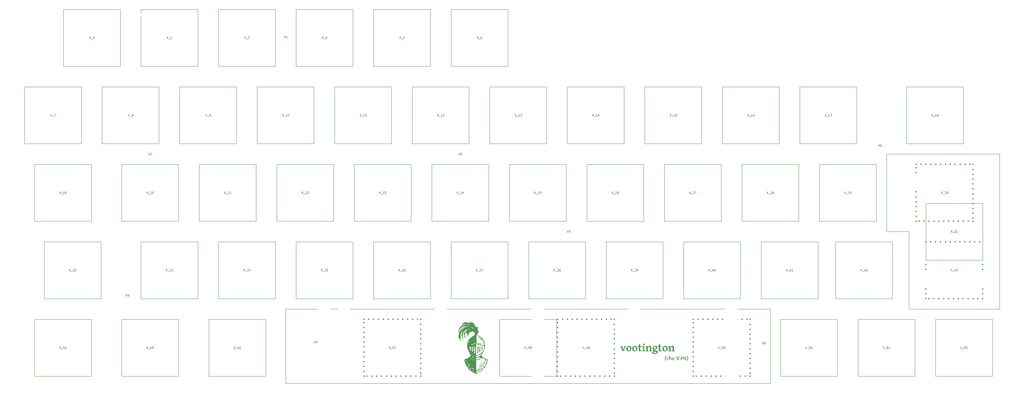
<source format=gbr>
%TF.GenerationSoftware,KiCad,Pcbnew,(7.0.0)*%
%TF.CreationDate,2023-12-30T19:38:44+01:00*%
%TF.ProjectId,vootington V4N,766f6f74-696e-4677-946f-6e2056344e2e,rev?*%
%TF.SameCoordinates,Original*%
%TF.FileFunction,Legend,Top*%
%TF.FilePolarity,Positive*%
%FSLAX46Y46*%
G04 Gerber Fmt 4.6, Leading zero omitted, Abs format (unit mm)*
G04 Created by KiCad (PCBNEW (7.0.0)) date 2023-12-30 19:38:44*
%MOMM*%
%LPD*%
G01*
G04 APERTURE LIST*
%ADD10C,0.120000*%
%ADD11C,0.500000*%
%ADD12C,0.200000*%
%ADD13C,0.125000*%
%ADD14C,0.300000*%
%ADD15C,2.200000*%
%ADD16C,1.700000*%
%ADD17C,3.048000*%
%ADD18C,3.987800*%
%ADD19C,3.800000*%
%ADD20C,0.650000*%
%ADD21O,1.000000X1.600000*%
%ADD22O,1.000000X2.100000*%
G04 APERTURE END LIST*
D10*
X241300000Y-50800000D02*
X269081250Y-50800000D01*
X93662500Y-88900000D02*
X212788500Y-88900000D01*
X241300000Y-69850000D02*
X246856250Y-69850000D01*
X246856250Y-69850000D02*
X246856250Y-88900000D01*
X212788500Y-107156250D02*
X93662500Y-107156250D01*
X269081250Y-88900000D02*
X269081250Y-50800000D01*
X246856250Y-88900000D02*
X269081250Y-88900000D01*
X93662500Y-88900000D02*
X93662500Y-107156250D01*
X241300000Y-50800000D02*
X241300000Y-69850000D01*
X212788500Y-107156250D02*
X212788500Y-88900000D01*
D11*
G36*
X177253637Y-98072864D02*
G01*
X177234189Y-98077657D01*
X177214865Y-98082831D01*
X177194920Y-98088839D01*
X177188669Y-98090938D01*
X177169501Y-98098578D01*
X177151946Y-98108226D01*
X177150078Y-98109501D01*
X177135495Y-98122888D01*
X177128096Y-98133436D01*
X177119051Y-98151573D01*
X177112465Y-98166165D01*
X176723630Y-99132878D01*
X176714662Y-99151282D01*
X176703022Y-99168637D01*
X176688711Y-99184942D01*
X176685528Y-99188077D01*
X176670622Y-99201468D01*
X176654479Y-99214163D01*
X176637100Y-99226163D01*
X176626910Y-99232529D01*
X176608152Y-99242979D01*
X176588699Y-99252347D01*
X176568551Y-99260633D01*
X176557057Y-99264769D01*
X176536719Y-99271802D01*
X176516923Y-99278061D01*
X176497667Y-99283548D01*
X176487203Y-99286263D01*
X176002137Y-98166165D01*
X175992460Y-98146596D01*
X175980464Y-98129654D01*
X175966150Y-98115340D01*
X175957196Y-98108524D01*
X175940191Y-98098601D01*
X175921454Y-98090470D01*
X175902529Y-98083910D01*
X175880959Y-98077728D01*
X175860964Y-98072864D01*
X175860964Y-97973213D01*
X176483295Y-97973213D01*
X176483295Y-98072864D01*
X176460862Y-98075903D01*
X176440579Y-98079035D01*
X176420033Y-98082729D01*
X176400275Y-98087031D01*
X176398299Y-98087519D01*
X176379046Y-98092903D01*
X176360052Y-98100756D01*
X176352870Y-98105104D01*
X176340377Y-98120461D01*
X176338703Y-98130017D01*
X176342148Y-98149595D01*
X176348473Y-98166165D01*
X176644007Y-98853953D01*
X176921467Y-98166165D01*
X176927817Y-98147236D01*
X176930260Y-98131482D01*
X176924856Y-98111974D01*
X176920001Y-98106570D01*
X176902966Y-98095957D01*
X176884510Y-98089445D01*
X176882877Y-98088984D01*
X176862595Y-98083553D01*
X176842309Y-98079024D01*
X176821488Y-98074933D01*
X176810092Y-98072864D01*
X176810092Y-97973213D01*
X177253637Y-97973213D01*
X177253637Y-98072864D01*
G37*
G36*
X178056389Y-97942379D02*
G01*
X178081993Y-97943667D01*
X178107141Y-97945814D01*
X178131835Y-97948819D01*
X178156074Y-97952683D01*
X178179858Y-97957406D01*
X178203186Y-97962987D01*
X178226060Y-97969427D01*
X178248478Y-97976726D01*
X178270441Y-97984883D01*
X178284830Y-97990799D01*
X178306062Y-98000288D01*
X178326711Y-98010439D01*
X178346775Y-98021251D01*
X178366255Y-98032724D01*
X178385151Y-98044859D01*
X178403464Y-98057654D01*
X178421192Y-98071111D01*
X178438337Y-98085229D01*
X178454898Y-98100008D01*
X178470875Y-98115448D01*
X178481202Y-98126109D01*
X178496254Y-98142512D01*
X178510637Y-98159483D01*
X178524350Y-98177019D01*
X178537393Y-98195123D01*
X178549766Y-98213793D01*
X178561470Y-98233030D01*
X178572504Y-98252834D01*
X178582868Y-98273204D01*
X178592562Y-98294141D01*
X178601587Y-98315645D01*
X178607231Y-98330296D01*
X178615088Y-98352637D01*
X178622172Y-98375330D01*
X178628483Y-98398375D01*
X178634021Y-98421773D01*
X178638787Y-98445522D01*
X178642780Y-98469623D01*
X178646000Y-98494077D01*
X178648447Y-98518882D01*
X178650121Y-98544040D01*
X178651023Y-98569549D01*
X178651195Y-98586751D01*
X178650805Y-98609519D01*
X178649638Y-98632150D01*
X178647691Y-98654643D01*
X178644967Y-98676999D01*
X178641463Y-98699217D01*
X178637181Y-98721298D01*
X178632121Y-98743242D01*
X178626282Y-98765048D01*
X178619855Y-98786526D01*
X178612788Y-98807730D01*
X178605079Y-98828658D01*
X178596729Y-98849312D01*
X178587737Y-98869691D01*
X178578105Y-98889795D01*
X178567832Y-98909625D01*
X178556917Y-98929180D01*
X178545529Y-98948299D01*
X178533592Y-98967068D01*
X178521105Y-98985485D01*
X178508068Y-99003551D01*
X178494482Y-99021267D01*
X178480347Y-99038631D01*
X178465662Y-99055644D01*
X178450427Y-99072306D01*
X178434826Y-99088510D01*
X178418798Y-99104149D01*
X178402342Y-99119223D01*
X178385459Y-99133733D01*
X178368148Y-99147678D01*
X178350410Y-99161058D01*
X178332244Y-99173873D01*
X178313651Y-99186123D01*
X178294791Y-99197641D01*
X178275580Y-99208502D01*
X178256017Y-99218707D01*
X178236104Y-99228255D01*
X178215840Y-99237147D01*
X178195224Y-99245382D01*
X178174257Y-99252962D01*
X178152939Y-99259884D01*
X178131484Y-99266067D01*
X178109861Y-99271425D01*
X178088070Y-99275959D01*
X178066111Y-99279668D01*
X178043984Y-99282553D01*
X178021689Y-99284614D01*
X177999227Y-99285850D01*
X177976596Y-99286263D01*
X177950266Y-99285833D01*
X177924401Y-99284545D01*
X177898998Y-99282399D01*
X177874060Y-99279393D01*
X177849585Y-99275529D01*
X177825574Y-99270807D01*
X177802026Y-99265225D01*
X177778942Y-99258785D01*
X177756322Y-99251487D01*
X177734166Y-99243329D01*
X177719653Y-99237414D01*
X177698338Y-99227933D01*
X177677624Y-99217808D01*
X177657511Y-99207039D01*
X177637999Y-99195626D01*
X177619088Y-99183568D01*
X177600779Y-99170867D01*
X177583070Y-99157522D01*
X177565963Y-99143533D01*
X177549456Y-99128900D01*
X177533551Y-99113623D01*
X177523281Y-99103080D01*
X177508395Y-99086764D01*
X177494144Y-99069873D01*
X177480528Y-99052406D01*
X177467548Y-99034364D01*
X177455203Y-99015747D01*
X177443494Y-98996554D01*
X177432420Y-98976786D01*
X177421982Y-98956443D01*
X177412178Y-98935525D01*
X177403011Y-98914031D01*
X177397252Y-98899382D01*
X177389308Y-98877037D01*
X177382145Y-98854331D01*
X177375764Y-98831264D01*
X177370164Y-98807837D01*
X177365345Y-98784049D01*
X177361308Y-98759900D01*
X177358052Y-98735391D01*
X177355578Y-98710521D01*
X177353885Y-98685291D01*
X177352973Y-98659700D01*
X177352800Y-98642438D01*
X177353209Y-98618991D01*
X177700113Y-98618991D01*
X177700336Y-98638842D01*
X177701006Y-98658461D01*
X177702594Y-98684259D01*
X177704975Y-98709645D01*
X177708150Y-98734619D01*
X177712119Y-98759181D01*
X177716882Y-98783330D01*
X177722438Y-98807068D01*
X177725514Y-98818782D01*
X177732139Y-98841733D01*
X177739314Y-98863936D01*
X177747038Y-98885391D01*
X177755312Y-98906099D01*
X177764135Y-98926058D01*
X177773508Y-98945269D01*
X177783430Y-98963732D01*
X177793902Y-98981448D01*
X177804985Y-98998216D01*
X177816495Y-99014084D01*
X177831483Y-99032653D01*
X177847140Y-99049815D01*
X177863464Y-99065569D01*
X177880456Y-99079916D01*
X177894530Y-99090380D01*
X177912534Y-99101779D01*
X177930823Y-99111245D01*
X177949399Y-99118780D01*
X177968261Y-99124383D01*
X177991273Y-99128556D01*
X178014698Y-99129947D01*
X178034901Y-99129466D01*
X178058932Y-99127513D01*
X178081603Y-99124057D01*
X178102915Y-99119098D01*
X178122867Y-99112636D01*
X178141459Y-99104672D01*
X178151962Y-99099173D01*
X178168699Y-99088711D01*
X178184410Y-99076866D01*
X178199096Y-99063638D01*
X178212756Y-99049026D01*
X178225390Y-99033031D01*
X178236999Y-99015653D01*
X178241355Y-99008314D01*
X178251693Y-98989035D01*
X178261028Y-98968443D01*
X178269362Y-98946540D01*
X178276694Y-98923325D01*
X178281839Y-98903809D01*
X178286342Y-98883453D01*
X178290204Y-98862257D01*
X178293638Y-98840237D01*
X178296615Y-98817408D01*
X178299134Y-98793770D01*
X178301195Y-98769323D01*
X178302798Y-98744066D01*
X178303942Y-98718001D01*
X178304501Y-98697921D01*
X178304801Y-98677386D01*
X178304858Y-98663443D01*
X178304657Y-98643562D01*
X178304051Y-98623853D01*
X178303042Y-98604316D01*
X178301069Y-98578533D01*
X178298379Y-98553055D01*
X178294971Y-98527883D01*
X178290845Y-98503016D01*
X178286003Y-98478454D01*
X178281900Y-98460233D01*
X178275984Y-98436412D01*
X178269474Y-98413308D01*
X178262368Y-98390922D01*
X178254666Y-98369253D01*
X178246370Y-98348301D01*
X178237478Y-98328067D01*
X178227991Y-98308551D01*
X178217908Y-98289752D01*
X178207375Y-98271792D01*
X178196292Y-98254795D01*
X178184660Y-98238758D01*
X178169348Y-98220066D01*
X178153176Y-98202876D01*
X178136146Y-98187188D01*
X178118257Y-98173004D01*
X178099805Y-98160479D01*
X178080781Y-98150077D01*
X178061184Y-98141798D01*
X178041015Y-98135642D01*
X178020274Y-98131609D01*
X177998959Y-98129698D01*
X177990274Y-98129528D01*
X177969360Y-98130109D01*
X177949363Y-98131849D01*
X177925654Y-98135656D01*
X177903377Y-98141275D01*
X177882530Y-98148707D01*
X177863115Y-98157952D01*
X177848613Y-98166653D01*
X177831618Y-98178959D01*
X177815745Y-98192671D01*
X177800993Y-98207791D01*
X177787361Y-98224318D01*
X177774851Y-98242252D01*
X177763462Y-98261593D01*
X177759220Y-98269724D01*
X177749329Y-98290775D01*
X177740415Y-98313020D01*
X177733988Y-98331674D01*
X177728188Y-98351091D01*
X177723013Y-98371272D01*
X177718464Y-98392215D01*
X177714541Y-98413923D01*
X177712814Y-98425062D01*
X177709837Y-98447754D01*
X177707257Y-98470888D01*
X177705074Y-98494465D01*
X177703288Y-98518485D01*
X177701899Y-98542948D01*
X177700907Y-98567853D01*
X177700312Y-98593201D01*
X177700113Y-98618991D01*
X177353209Y-98618991D01*
X177353238Y-98617324D01*
X177354551Y-98592355D01*
X177356741Y-98567533D01*
X177359806Y-98542856D01*
X177363748Y-98518325D01*
X177368565Y-98493941D01*
X177374258Y-98469702D01*
X177380827Y-98445609D01*
X177388271Y-98421662D01*
X177396592Y-98397862D01*
X177402625Y-98382076D01*
X177412407Y-98358607D01*
X177422884Y-98335645D01*
X177434057Y-98313189D01*
X177445925Y-98291240D01*
X177458489Y-98269798D01*
X177471748Y-98248862D01*
X177485703Y-98228433D01*
X177500353Y-98208510D01*
X177515699Y-98189095D01*
X177531740Y-98170185D01*
X177542821Y-98157861D01*
X177560061Y-98139882D01*
X177577894Y-98122581D01*
X177596320Y-98105959D01*
X177615338Y-98090015D01*
X177634948Y-98074749D01*
X177655151Y-98060162D01*
X177675947Y-98046253D01*
X177697335Y-98033022D01*
X177719315Y-98020470D01*
X177741888Y-98008596D01*
X177757266Y-98001057D01*
X177780832Y-97990494D01*
X177804819Y-97980970D01*
X177829226Y-97972485D01*
X177854055Y-97965039D01*
X177879304Y-97958631D01*
X177904974Y-97953263D01*
X177931064Y-97948934D01*
X177957576Y-97945644D01*
X177984508Y-97943393D01*
X178011860Y-97942181D01*
X178030329Y-97941950D01*
X178056389Y-97942379D01*
G37*
G36*
X179525753Y-97942379D02*
G01*
X179551357Y-97943667D01*
X179576506Y-97945814D01*
X179601200Y-97948819D01*
X179625439Y-97952683D01*
X179649223Y-97957406D01*
X179672551Y-97962987D01*
X179695425Y-97969427D01*
X179717843Y-97976726D01*
X179739806Y-97984883D01*
X179754195Y-97990799D01*
X179775427Y-98000288D01*
X179796075Y-98010439D01*
X179816140Y-98021251D01*
X179835620Y-98032724D01*
X179854516Y-98044859D01*
X179872829Y-98057654D01*
X179890557Y-98071111D01*
X179907702Y-98085229D01*
X179924263Y-98100008D01*
X179940240Y-98115448D01*
X179950567Y-98126109D01*
X179965619Y-98142512D01*
X179980002Y-98159483D01*
X179993715Y-98177019D01*
X180006758Y-98195123D01*
X180019131Y-98213793D01*
X180030835Y-98233030D01*
X180041869Y-98252834D01*
X180052233Y-98273204D01*
X180061927Y-98294141D01*
X180070952Y-98315645D01*
X180076596Y-98330296D01*
X180084453Y-98352637D01*
X180091537Y-98375330D01*
X180097848Y-98398375D01*
X180103386Y-98421773D01*
X180108152Y-98445522D01*
X180112145Y-98469623D01*
X180115365Y-98494077D01*
X180117812Y-98518882D01*
X180119486Y-98544040D01*
X180120388Y-98569549D01*
X180120560Y-98586751D01*
X180120170Y-98609519D01*
X180119003Y-98632150D01*
X180117056Y-98654643D01*
X180114332Y-98676999D01*
X180110828Y-98699217D01*
X180106546Y-98721298D01*
X180101486Y-98743242D01*
X180095647Y-98765048D01*
X180089220Y-98786526D01*
X180082153Y-98807730D01*
X180074444Y-98828658D01*
X180066094Y-98849312D01*
X180057102Y-98869691D01*
X180047470Y-98889795D01*
X180037197Y-98909625D01*
X180026282Y-98929180D01*
X180014894Y-98948299D01*
X180002957Y-98967068D01*
X179990470Y-98985485D01*
X179977433Y-99003551D01*
X179963847Y-99021267D01*
X179949712Y-99038631D01*
X179935027Y-99055644D01*
X179919792Y-99072306D01*
X179904191Y-99088510D01*
X179888163Y-99104149D01*
X179871707Y-99119223D01*
X179854824Y-99133733D01*
X179837513Y-99147678D01*
X179819775Y-99161058D01*
X179801609Y-99173873D01*
X179783016Y-99186123D01*
X179764156Y-99197641D01*
X179744945Y-99208502D01*
X179725382Y-99218707D01*
X179705469Y-99228255D01*
X179685204Y-99237147D01*
X179664589Y-99245382D01*
X179643622Y-99252962D01*
X179622304Y-99259884D01*
X179600849Y-99266067D01*
X179579226Y-99271425D01*
X179557435Y-99275959D01*
X179535476Y-99279668D01*
X179513349Y-99282553D01*
X179491054Y-99284614D01*
X179468592Y-99285850D01*
X179445961Y-99286263D01*
X179419631Y-99285833D01*
X179393766Y-99284545D01*
X179368363Y-99282399D01*
X179343425Y-99279393D01*
X179318950Y-99275529D01*
X179294939Y-99270807D01*
X179271391Y-99265225D01*
X179248307Y-99258785D01*
X179225687Y-99251487D01*
X179203531Y-99243329D01*
X179189018Y-99237414D01*
X179167703Y-99227933D01*
X179146989Y-99217808D01*
X179126876Y-99207039D01*
X179107364Y-99195626D01*
X179088453Y-99183568D01*
X179070144Y-99170867D01*
X179052435Y-99157522D01*
X179035328Y-99143533D01*
X179018821Y-99128900D01*
X179002916Y-99113623D01*
X178992646Y-99103080D01*
X178977760Y-99086764D01*
X178963509Y-99069873D01*
X178949893Y-99052406D01*
X178936913Y-99034364D01*
X178924568Y-99015747D01*
X178912859Y-98996554D01*
X178901785Y-98976786D01*
X178891347Y-98956443D01*
X178881543Y-98935525D01*
X178872376Y-98914031D01*
X178866617Y-98899382D01*
X178858673Y-98877037D01*
X178851510Y-98854331D01*
X178845129Y-98831264D01*
X178839529Y-98807837D01*
X178834710Y-98784049D01*
X178830673Y-98759900D01*
X178827417Y-98735391D01*
X178824943Y-98710521D01*
X178823250Y-98685291D01*
X178822338Y-98659700D01*
X178822165Y-98642438D01*
X178822574Y-98618991D01*
X179169478Y-98618991D01*
X179169701Y-98638842D01*
X179170371Y-98658461D01*
X179171959Y-98684259D01*
X179174340Y-98709645D01*
X179177515Y-98734619D01*
X179181484Y-98759181D01*
X179186247Y-98783330D01*
X179191803Y-98807068D01*
X179194879Y-98818782D01*
X179201504Y-98841733D01*
X179208679Y-98863936D01*
X179216403Y-98885391D01*
X179224677Y-98906099D01*
X179233500Y-98926058D01*
X179242873Y-98945269D01*
X179252795Y-98963732D01*
X179263267Y-98981448D01*
X179274350Y-98998216D01*
X179285860Y-99014084D01*
X179300848Y-99032653D01*
X179316505Y-99049815D01*
X179332829Y-99065569D01*
X179349821Y-99079916D01*
X179363895Y-99090380D01*
X179381899Y-99101779D01*
X179400188Y-99111245D01*
X179418764Y-99118780D01*
X179437626Y-99124383D01*
X179460638Y-99128556D01*
X179484063Y-99129947D01*
X179504266Y-99129466D01*
X179528297Y-99127513D01*
X179550968Y-99124057D01*
X179572280Y-99119098D01*
X179592232Y-99112636D01*
X179610824Y-99104672D01*
X179621327Y-99099173D01*
X179638064Y-99088711D01*
X179653775Y-99076866D01*
X179668461Y-99063638D01*
X179682121Y-99049026D01*
X179694755Y-99033031D01*
X179706364Y-99015653D01*
X179710720Y-99008314D01*
X179721058Y-98989035D01*
X179730393Y-98968443D01*
X179738727Y-98946540D01*
X179746059Y-98923325D01*
X179751203Y-98903809D01*
X179755707Y-98883453D01*
X179759569Y-98862257D01*
X179763003Y-98840237D01*
X179765980Y-98817408D01*
X179768499Y-98793770D01*
X179770560Y-98769323D01*
X179772163Y-98744066D01*
X179773307Y-98718001D01*
X179773866Y-98697921D01*
X179774166Y-98677386D01*
X179774223Y-98663443D01*
X179774022Y-98643562D01*
X179773416Y-98623853D01*
X179772407Y-98604316D01*
X179770434Y-98578533D01*
X179767744Y-98553055D01*
X179764336Y-98527883D01*
X179760210Y-98503016D01*
X179755368Y-98478454D01*
X179751265Y-98460233D01*
X179745349Y-98436412D01*
X179738839Y-98413308D01*
X179731733Y-98390922D01*
X179724031Y-98369253D01*
X179715735Y-98348301D01*
X179706843Y-98328067D01*
X179697356Y-98308551D01*
X179687273Y-98289752D01*
X179676740Y-98271792D01*
X179665657Y-98254795D01*
X179654025Y-98238758D01*
X179638712Y-98220066D01*
X179622541Y-98202876D01*
X179605511Y-98187188D01*
X179587622Y-98173004D01*
X179569170Y-98160479D01*
X179550146Y-98150077D01*
X179530549Y-98141798D01*
X179510380Y-98135642D01*
X179489638Y-98131609D01*
X179468324Y-98129698D01*
X179459639Y-98129528D01*
X179438725Y-98130109D01*
X179418728Y-98131849D01*
X179395019Y-98135656D01*
X179372742Y-98141275D01*
X179351895Y-98148707D01*
X179332480Y-98157952D01*
X179317978Y-98166653D01*
X179300983Y-98178959D01*
X179285110Y-98192671D01*
X179270358Y-98207791D01*
X179256726Y-98224318D01*
X179244216Y-98242252D01*
X179232827Y-98261593D01*
X179228585Y-98269724D01*
X179218693Y-98290775D01*
X179209780Y-98313020D01*
X179203353Y-98331674D01*
X179197553Y-98351091D01*
X179192378Y-98371272D01*
X179187829Y-98392215D01*
X179183906Y-98413923D01*
X179182179Y-98425062D01*
X179179202Y-98447754D01*
X179176622Y-98470888D01*
X179174439Y-98494465D01*
X179172653Y-98518485D01*
X179171264Y-98542948D01*
X179170272Y-98567853D01*
X179169677Y-98593201D01*
X179169478Y-98618991D01*
X178822574Y-98618991D01*
X178822603Y-98617324D01*
X178823916Y-98592355D01*
X178826106Y-98567533D01*
X178829171Y-98542856D01*
X178833113Y-98518325D01*
X178837930Y-98493941D01*
X178843623Y-98469702D01*
X178850192Y-98445609D01*
X178857636Y-98421662D01*
X178865957Y-98397862D01*
X178871990Y-98382076D01*
X178881772Y-98358607D01*
X178892249Y-98335645D01*
X178903422Y-98313189D01*
X178915290Y-98291240D01*
X178927854Y-98269798D01*
X178941113Y-98248862D01*
X178955068Y-98228433D01*
X178969718Y-98208510D01*
X178985064Y-98189095D01*
X179001105Y-98170185D01*
X179012186Y-98157861D01*
X179029426Y-98139882D01*
X179047259Y-98122581D01*
X179065685Y-98105959D01*
X179084703Y-98090015D01*
X179104313Y-98074749D01*
X179124516Y-98060162D01*
X179145312Y-98046253D01*
X179166700Y-98033022D01*
X179188680Y-98020470D01*
X179211253Y-98008596D01*
X179226631Y-98001057D01*
X179250197Y-97990494D01*
X179274184Y-97980970D01*
X179298591Y-97972485D01*
X179323420Y-97965039D01*
X179348669Y-97958631D01*
X179374339Y-97953263D01*
X179400429Y-97948934D01*
X179426941Y-97945644D01*
X179453873Y-97943393D01*
X179481225Y-97942181D01*
X179499694Y-97941950D01*
X179525753Y-97942379D01*
G37*
G36*
X181213302Y-99033227D02*
G01*
X181190685Y-99049378D01*
X181168507Y-99064979D01*
X181146767Y-99080030D01*
X181125466Y-99094532D01*
X181104605Y-99108484D01*
X181084182Y-99121887D01*
X181064198Y-99134740D01*
X181044653Y-99147044D01*
X181025546Y-99158798D01*
X181006879Y-99170003D01*
X180988650Y-99180658D01*
X180970861Y-99190764D01*
X180953510Y-99200320D01*
X180928307Y-99213623D01*
X180904091Y-99225690D01*
X180880841Y-99236515D01*
X180858536Y-99246275D01*
X180837175Y-99254971D01*
X180816759Y-99262602D01*
X180797287Y-99269167D01*
X180772794Y-99276266D01*
X180749980Y-99281471D01*
X180728846Y-99284784D01*
X180704789Y-99286263D01*
X180682996Y-99285473D01*
X180661581Y-99283103D01*
X180640543Y-99279153D01*
X180619884Y-99273623D01*
X180599602Y-99266513D01*
X180592925Y-99263792D01*
X180573623Y-99254708D01*
X180555281Y-99243940D01*
X180537902Y-99231489D01*
X180521484Y-99217356D01*
X180506028Y-99201539D01*
X180501090Y-99195893D01*
X180486985Y-99177849D01*
X180476070Y-99161554D01*
X180465919Y-99144113D01*
X180456531Y-99125528D01*
X180447906Y-99105798D01*
X180440045Y-99084923D01*
X180438564Y-99080610D01*
X180431809Y-99058325D01*
X180426199Y-99034824D01*
X180422535Y-99015147D01*
X180419605Y-98994692D01*
X180417406Y-98973458D01*
X180415941Y-98951446D01*
X180415208Y-98928655D01*
X180415117Y-98916967D01*
X180415117Y-98160792D01*
X180249031Y-98160792D01*
X180208976Y-98106570D01*
X180315954Y-97973213D01*
X180415117Y-97973213D01*
X180415117Y-97681099D01*
X180692576Y-97473004D01*
X180744844Y-97518921D01*
X180744844Y-97973213D01*
X181163965Y-97973213D01*
X181213302Y-98027435D01*
X181204156Y-98045187D01*
X181193509Y-98063516D01*
X181182528Y-98080680D01*
X181170831Y-98097681D01*
X181158943Y-98114492D01*
X181146864Y-98131112D01*
X181144426Y-98134413D01*
X181132567Y-98150232D01*
X181119632Y-98166090D01*
X181106812Y-98180331D01*
X181092537Y-98194197D01*
X181077180Y-98206837D01*
X181074572Y-98208663D01*
X181055766Y-98200481D01*
X181037248Y-98194013D01*
X181032563Y-98192543D01*
X181012619Y-98186452D01*
X180992768Y-98181110D01*
X180975410Y-98176912D01*
X180955489Y-98172408D01*
X180934804Y-98168668D01*
X180913357Y-98165692D01*
X180908976Y-98165188D01*
X180889037Y-98163063D01*
X180868790Y-98161633D01*
X180848234Y-98160899D01*
X180836680Y-98160792D01*
X180744844Y-98160792D01*
X180744844Y-98788984D01*
X180745047Y-98809855D01*
X180745655Y-98829723D01*
X180746921Y-98852243D01*
X180748770Y-98873320D01*
X180751202Y-98892955D01*
X180753149Y-98905244D01*
X180757132Y-98925276D01*
X180762544Y-98945937D01*
X180769727Y-98966335D01*
X180777084Y-98981936D01*
X180788524Y-98999845D01*
X180802583Y-99015038D01*
X180814209Y-99023457D01*
X180832398Y-99031680D01*
X180852038Y-99035711D01*
X180861593Y-99036158D01*
X180882076Y-99035352D01*
X180903043Y-99032933D01*
X180912884Y-99031273D01*
X180932220Y-99027222D01*
X180951302Y-99022337D01*
X180971814Y-99016307D01*
X180973944Y-99015642D01*
X180994110Y-99008626D01*
X181013138Y-99001223D01*
X181033204Y-98992720D01*
X181051613Y-98984378D01*
X181071312Y-98975079D01*
X181089275Y-98966252D01*
X181108234Y-98956634D01*
X181128190Y-98946227D01*
X181145580Y-98936951D01*
X181152730Y-98933087D01*
X181213302Y-99033227D01*
G37*
G36*
X181324188Y-99255000D02*
G01*
X181324188Y-99155348D01*
X181346743Y-99150418D01*
X181367755Y-99145396D01*
X181387226Y-99140282D01*
X181409396Y-99133761D01*
X181429158Y-99127096D01*
X181449691Y-99118910D01*
X181461453Y-99113339D01*
X181478583Y-99103671D01*
X181494426Y-99091723D01*
X181505245Y-99074212D01*
X181505417Y-99071817D01*
X181505417Y-98368886D01*
X181505381Y-98347713D01*
X181505274Y-98327852D01*
X181505050Y-98305750D01*
X181504724Y-98285537D01*
X181504213Y-98264342D01*
X181503951Y-98256046D01*
X181502333Y-98235530D01*
X181498396Y-98215368D01*
X181491393Y-98196592D01*
X181486854Y-98188635D01*
X181473568Y-98173738D01*
X181457081Y-98162900D01*
X181438654Y-98155348D01*
X181434098Y-98153953D01*
X181413307Y-98148824D01*
X181391458Y-98144736D01*
X181370014Y-98141531D01*
X181350229Y-98139069D01*
X181328703Y-98136799D01*
X181324188Y-98136367D01*
X181324188Y-98040624D01*
X181346242Y-98037446D01*
X181368072Y-98034138D01*
X181389679Y-98030702D01*
X181411063Y-98027137D01*
X181432223Y-98023444D01*
X181453160Y-98019621D01*
X181473874Y-98015670D01*
X181494365Y-98011590D01*
X181514632Y-98007381D01*
X181534676Y-98003043D01*
X181547915Y-98000080D01*
X181567679Y-97995502D01*
X181587219Y-97990743D01*
X181606536Y-97985804D01*
X181625630Y-97980685D01*
X181644501Y-97975386D01*
X181669314Y-97968040D01*
X181693731Y-97960373D01*
X181717751Y-97952385D01*
X181741373Y-97944077D01*
X181747217Y-97941950D01*
X181835145Y-97941950D01*
X181835145Y-99071817D01*
X181845403Y-99089891D01*
X181862233Y-99103172D01*
X181876177Y-99111873D01*
X181893826Y-99120695D01*
X181915630Y-99129207D01*
X181936975Y-99136064D01*
X181956129Y-99141396D01*
X181977130Y-99146590D01*
X181999978Y-99151646D01*
X182018327Y-99155348D01*
X182018327Y-99255000D01*
X181324188Y-99255000D01*
G37*
G36*
X181887412Y-97536507D02*
G01*
X181886548Y-97557457D01*
X181883953Y-97577566D01*
X181879629Y-97596834D01*
X181872569Y-97617823D01*
X181869339Y-97625411D01*
X181859721Y-97644737D01*
X181848456Y-97662658D01*
X181835541Y-97679175D01*
X181820978Y-97694288D01*
X181804889Y-97707874D01*
X181787395Y-97719811D01*
X181768497Y-97730100D01*
X181748194Y-97738740D01*
X181729464Y-97744831D01*
X181710033Y-97749426D01*
X181689901Y-97752524D01*
X181669067Y-97754127D01*
X181656847Y-97754371D01*
X181635488Y-97753637D01*
X181614824Y-97751435D01*
X181594856Y-97747764D01*
X181584063Y-97745090D01*
X181563550Y-97738240D01*
X181544755Y-97729291D01*
X181527677Y-97718243D01*
X181524468Y-97715781D01*
X181509594Y-97702357D01*
X181496723Y-97687121D01*
X181485856Y-97670071D01*
X181483923Y-97666444D01*
X181475938Y-97646933D01*
X181471279Y-97627334D01*
X181469017Y-97605803D01*
X181468780Y-97595614D01*
X181469622Y-97574663D01*
X181472146Y-97554554D01*
X181476354Y-97535287D01*
X181483223Y-97514297D01*
X181486366Y-97506709D01*
X181496197Y-97487445D01*
X181507615Y-97469706D01*
X181520621Y-97453495D01*
X181535214Y-97438810D01*
X181551304Y-97425437D01*
X181568798Y-97413653D01*
X181587696Y-97403456D01*
X181607999Y-97394846D01*
X181626658Y-97388755D01*
X181645879Y-97384160D01*
X181665661Y-97381062D01*
X181686004Y-97379459D01*
X181697880Y-97379214D01*
X181718531Y-97379949D01*
X181738718Y-97382151D01*
X181758442Y-97385822D01*
X181769199Y-97388496D01*
X181788012Y-97394528D01*
X181807285Y-97403134D01*
X181824840Y-97413743D01*
X181829771Y-97417316D01*
X181844950Y-97430225D01*
X181858126Y-97445137D01*
X181869298Y-97462053D01*
X181871292Y-97465676D01*
X181879793Y-97485187D01*
X181884752Y-97504786D01*
X181887161Y-97526317D01*
X181887412Y-97536507D01*
G37*
G36*
X182988948Y-99255000D02*
G01*
X182988948Y-99155348D01*
X183012716Y-99148983D01*
X183034682Y-99142831D01*
X183054847Y-99136893D01*
X183077521Y-99129771D01*
X183097380Y-99122982D01*
X183117496Y-99115277D01*
X183128655Y-99110408D01*
X183146820Y-99100669D01*
X183162228Y-99088580D01*
X183170176Y-99071817D01*
X183170176Y-98451441D01*
X183169985Y-98428693D01*
X183169413Y-98407162D01*
X183168459Y-98386847D01*
X183166810Y-98364076D01*
X183164612Y-98343055D01*
X183162360Y-98326877D01*
X183158710Y-98305846D01*
X183154172Y-98286779D01*
X183147898Y-98267392D01*
X183139453Y-98248647D01*
X183138424Y-98246765D01*
X183127204Y-98229601D01*
X183112218Y-98214798D01*
X183094461Y-98204267D01*
X183074038Y-98197314D01*
X183052666Y-98193498D01*
X183031148Y-98192102D01*
X183026073Y-98192055D01*
X183004930Y-98192913D01*
X182985250Y-98195154D01*
X182964951Y-98198787D01*
X182955731Y-98200847D01*
X182936680Y-98206038D01*
X182916652Y-98212815D01*
X182898326Y-98220048D01*
X182879252Y-98228496D01*
X182873665Y-98231133D01*
X182853750Y-98241094D01*
X182835935Y-98250860D01*
X182817434Y-98261760D01*
X182798246Y-98273793D01*
X182781731Y-98284686D01*
X182774991Y-98289263D01*
X182757760Y-98301189D01*
X182739957Y-98314069D01*
X182721582Y-98327903D01*
X182702634Y-98342691D01*
X182687064Y-98355209D01*
X182671127Y-98368337D01*
X182654824Y-98382076D01*
X182654824Y-99071817D01*
X182663799Y-99090050D01*
X182681202Y-99103416D01*
X182698833Y-99112943D01*
X182701718Y-99114316D01*
X182720781Y-99122456D01*
X182742797Y-99130390D01*
X182763400Y-99136844D01*
X182786054Y-99143155D01*
X182805655Y-99148101D01*
X182826568Y-99152956D01*
X182837517Y-99155348D01*
X182837517Y-99255000D01*
X182143867Y-99255000D01*
X182143867Y-99155348D01*
X182165865Y-99149563D01*
X182186427Y-99143930D01*
X182205554Y-99138450D01*
X182227445Y-99131814D01*
X182247094Y-99125417D01*
X182267714Y-99118056D01*
X182279666Y-99113339D01*
X182297368Y-99105007D01*
X182313738Y-99093677D01*
X182324696Y-99076084D01*
X182325096Y-99071817D01*
X182325096Y-98312711D01*
X182325002Y-98290468D01*
X182324722Y-98270329D01*
X182324172Y-98249889D01*
X182323262Y-98230178D01*
X182323142Y-98228203D01*
X182320067Y-98208047D01*
X182312762Y-98189878D01*
X182304579Y-98178866D01*
X182289238Y-98166684D01*
X182270106Y-98157931D01*
X182250846Y-98152487D01*
X182230238Y-98148366D01*
X182208850Y-98144809D01*
X182188024Y-98141798D01*
X182164898Y-98138822D01*
X182143867Y-98136367D01*
X182143867Y-98040624D01*
X182164249Y-98038415D01*
X182184177Y-98036064D01*
X182203652Y-98033569D01*
X182226424Y-98030386D01*
X182248543Y-98026997D01*
X182266477Y-98024016D01*
X182287738Y-98020300D01*
X182308655Y-98016482D01*
X182329229Y-98012561D01*
X182349459Y-98008537D01*
X182369346Y-98004409D01*
X182375898Y-98003011D01*
X182395396Y-97998494D01*
X182414687Y-97993737D01*
X182433772Y-97988740D01*
X182452651Y-97983502D01*
X182474417Y-97977087D01*
X182477503Y-97976144D01*
X182496171Y-97970328D01*
X182514804Y-97964237D01*
X182533402Y-97957872D01*
X182551967Y-97951231D01*
X182570497Y-97944316D01*
X182576666Y-97941950D01*
X182634307Y-97999591D01*
X182649450Y-98196451D01*
X182669455Y-98179659D01*
X182689292Y-98163478D01*
X182708961Y-98147908D01*
X182728463Y-98132948D01*
X182747796Y-98118599D01*
X182766962Y-98104860D01*
X182785959Y-98091732D01*
X182804789Y-98079214D01*
X182823450Y-98067308D01*
X182841944Y-98056011D01*
X182860270Y-98045326D01*
X182878428Y-98035251D01*
X182896418Y-98025786D01*
X182914240Y-98016933D01*
X182940658Y-98004797D01*
X182949380Y-98001057D01*
X182975288Y-97990494D01*
X183000620Y-97980970D01*
X183025377Y-97972485D01*
X183049558Y-97965039D01*
X183073164Y-97958631D01*
X183096195Y-97953263D01*
X183118651Y-97948934D01*
X183140531Y-97945644D01*
X183161836Y-97943393D01*
X183182566Y-97942181D01*
X183196066Y-97941950D01*
X183218076Y-97942603D01*
X183239777Y-97944560D01*
X183261170Y-97947823D01*
X183282253Y-97952391D01*
X183303027Y-97958265D01*
X183309883Y-97960512D01*
X183330119Y-97968280D01*
X183349427Y-97977663D01*
X183367808Y-97988659D01*
X183385262Y-98001270D01*
X183401789Y-98015496D01*
X183407091Y-98020596D01*
X183422261Y-98037077D01*
X183436263Y-98055378D01*
X183447039Y-98072019D01*
X183457005Y-98089925D01*
X183466159Y-98109095D01*
X183474503Y-98129528D01*
X183481820Y-98151145D01*
X183487898Y-98174170D01*
X183491867Y-98193602D01*
X183495042Y-98213935D01*
X183497423Y-98235169D01*
X183499011Y-98257304D01*
X183499805Y-98280339D01*
X183499904Y-98292194D01*
X183499904Y-99071817D01*
X183507697Y-99089800D01*
X183508208Y-99090380D01*
X183524367Y-99102341D01*
X183537029Y-99108942D01*
X183556197Y-99116886D01*
X183576321Y-99124238D01*
X183593205Y-99129947D01*
X183612164Y-99135931D01*
X183633382Y-99142159D01*
X183653802Y-99147809D01*
X183675951Y-99153646D01*
X183682597Y-99155348D01*
X183682597Y-99255000D01*
X182988948Y-99255000D01*
G37*
G36*
X185155870Y-97992752D02*
G01*
X185149533Y-98011643D01*
X185142681Y-98028900D01*
X185134707Y-98047039D01*
X185126172Y-98065552D01*
X185123630Y-98070910D01*
X185114374Y-98089717D01*
X185105276Y-98107180D01*
X185101648Y-98113897D01*
X185091297Y-98131435D01*
X185079998Y-98148358D01*
X185077713Y-98151510D01*
X185057126Y-98155003D01*
X185036399Y-98158216D01*
X185015532Y-98161147D01*
X184994525Y-98163799D01*
X184982458Y-98165188D01*
X184961047Y-98167422D01*
X184938700Y-98169422D01*
X184918802Y-98170951D01*
X184898217Y-98172307D01*
X184876945Y-98173492D01*
X184887289Y-98191398D01*
X184896706Y-98209579D01*
X184905195Y-98228035D01*
X184912757Y-98246765D01*
X184919392Y-98265770D01*
X184921397Y-98272166D01*
X184926875Y-98291389D01*
X184931220Y-98310955D01*
X184934432Y-98330865D01*
X184936510Y-98351118D01*
X184937454Y-98371714D01*
X184937517Y-98378656D01*
X184936784Y-98404508D01*
X184934586Y-98429795D01*
X184930923Y-98454516D01*
X184925794Y-98478674D01*
X184919199Y-98502266D01*
X184911139Y-98525293D01*
X184901613Y-98547756D01*
X184890623Y-98569654D01*
X184878410Y-98590773D01*
X184865221Y-98611145D01*
X184851055Y-98630768D01*
X184835912Y-98649644D01*
X184819792Y-98667771D01*
X184802695Y-98685150D01*
X184784621Y-98701782D01*
X184765570Y-98717665D01*
X184745642Y-98732633D01*
X184724934Y-98746761D01*
X184703449Y-98760049D01*
X184681184Y-98772498D01*
X184658142Y-98784107D01*
X184640349Y-98792263D01*
X184622118Y-98799946D01*
X184603449Y-98807158D01*
X184584342Y-98813897D01*
X184564918Y-98820095D01*
X184545296Y-98825684D01*
X184525476Y-98830662D01*
X184505459Y-98835032D01*
X184485245Y-98838791D01*
X184464833Y-98841941D01*
X184444223Y-98844481D01*
X184423416Y-98846412D01*
X184402412Y-98847733D01*
X184381210Y-98848444D01*
X184366966Y-98848579D01*
X184353288Y-98848579D01*
X184337873Y-98863251D01*
X184321799Y-98879691D01*
X184308369Y-98894861D01*
X184296044Y-98910953D01*
X184286366Y-98927226D01*
X184278300Y-98945172D01*
X184272255Y-98964205D01*
X184272200Y-98965327D01*
X184277268Y-98984409D01*
X184280504Y-98989752D01*
X184295669Y-99002208D01*
X184314010Y-99011001D01*
X184319583Y-99013199D01*
X184339641Y-99019871D01*
X184358662Y-99025167D01*
X184380674Y-99030557D01*
X184401923Y-99035251D01*
X184413372Y-99037623D01*
X184433997Y-99041487D01*
X184456792Y-99045447D01*
X184476591Y-99048683D01*
X184497779Y-99051980D01*
X184520356Y-99055339D01*
X184544322Y-99058758D01*
X184569678Y-99062238D01*
X184582877Y-99064002D01*
X184602750Y-99066602D01*
X184622192Y-99069276D01*
X184650547Y-99073422D01*
X184677931Y-99077731D01*
X184704345Y-99082203D01*
X184729789Y-99086838D01*
X184754262Y-99091637D01*
X184777765Y-99096598D01*
X184800298Y-99101723D01*
X184821861Y-99107011D01*
X184842453Y-99112462D01*
X184849101Y-99114316D01*
X184868594Y-99120010D01*
X184887323Y-99125919D01*
X184911106Y-99134132D01*
X184933531Y-99142726D01*
X184954597Y-99151702D01*
X184974304Y-99161060D01*
X184992653Y-99170799D01*
X185009643Y-99180919D01*
X185017629Y-99186123D01*
X185036238Y-99199408D01*
X185052987Y-99213314D01*
X185067875Y-99227840D01*
X185080903Y-99242986D01*
X185094081Y-99261980D01*
X185104579Y-99281866D01*
X185113046Y-99302680D01*
X185119760Y-99324456D01*
X185124724Y-99347194D01*
X185127521Y-99366876D01*
X185129103Y-99387226D01*
X185129492Y-99403988D01*
X185128765Y-99424431D01*
X185126582Y-99444851D01*
X185122945Y-99465246D01*
X185117852Y-99485618D01*
X185111305Y-99505966D01*
X185103303Y-99526290D01*
X185099694Y-99534413D01*
X185089975Y-99554737D01*
X185079134Y-99574799D01*
X185067172Y-99594599D01*
X185054090Y-99614136D01*
X185039886Y-99633410D01*
X185024561Y-99652423D01*
X185018117Y-99659954D01*
X185004768Y-99674952D01*
X184990854Y-99689660D01*
X184976375Y-99704078D01*
X184961331Y-99718206D01*
X184945722Y-99732044D01*
X184929549Y-99745592D01*
X184912810Y-99758850D01*
X184895507Y-99771817D01*
X184877861Y-99784549D01*
X184859848Y-99796852D01*
X184841469Y-99808729D01*
X184822723Y-99820177D01*
X184803611Y-99831199D01*
X184784133Y-99841793D01*
X184764288Y-99851960D01*
X184744077Y-99861699D01*
X184723568Y-99870965D01*
X184702830Y-99879712D01*
X184681864Y-99887940D01*
X184660668Y-99895648D01*
X184639243Y-99902838D01*
X184617590Y-99909509D01*
X184595707Y-99915661D01*
X184573595Y-99921294D01*
X184551499Y-99926331D01*
X184529418Y-99930697D01*
X184507352Y-99934392D01*
X184485302Y-99937414D01*
X184463266Y-99939765D01*
X184441246Y-99941444D01*
X184419241Y-99942452D01*
X184397252Y-99942787D01*
X184374810Y-99942561D01*
X184352058Y-99941881D01*
X184328995Y-99940748D01*
X184305623Y-99939162D01*
X184281940Y-99937123D01*
X184257948Y-99934630D01*
X184248264Y-99933506D01*
X184224052Y-99930496D01*
X184199959Y-99926961D01*
X184175986Y-99922902D01*
X184152131Y-99918317D01*
X184128396Y-99913208D01*
X184104781Y-99907574D01*
X184095368Y-99905174D01*
X184072191Y-99898958D01*
X184049372Y-99892218D01*
X184026911Y-99884952D01*
X184004807Y-99877162D01*
X183983061Y-99868848D01*
X183961673Y-99860008D01*
X183953218Y-99856325D01*
X183932699Y-99846856D01*
X183912966Y-99836767D01*
X183894021Y-99826057D01*
X183875862Y-99814728D01*
X183858491Y-99802778D01*
X183841907Y-99790208D01*
X183835493Y-99785006D01*
X183820119Y-99771592D01*
X183805745Y-99757605D01*
X183792374Y-99743046D01*
X183780005Y-99727915D01*
X183766483Y-99709001D01*
X183754405Y-99689263D01*
X183744112Y-99668684D01*
X183735949Y-99647246D01*
X183729916Y-99624949D01*
X183726012Y-99601794D01*
X183724385Y-99581842D01*
X183724119Y-99569584D01*
X183725502Y-99548022D01*
X183729113Y-99528290D01*
X183729750Y-99526109D01*
X184053847Y-99526109D01*
X184055459Y-99545797D01*
X184060298Y-99565112D01*
X184068362Y-99584052D01*
X184079652Y-99602618D01*
X184087552Y-99613060D01*
X184101085Y-99628435D01*
X184116403Y-99643056D01*
X184133508Y-99656920D01*
X184152399Y-99670029D01*
X184169505Y-99680376D01*
X184180364Y-99686332D01*
X184199348Y-99695933D01*
X184219357Y-99704889D01*
X184240392Y-99713201D01*
X184262453Y-99720870D01*
X184285539Y-99727894D01*
X184304746Y-99733050D01*
X184319583Y-99736646D01*
X184339931Y-99740997D01*
X184360677Y-99744767D01*
X184381819Y-99747958D01*
X184403358Y-99750568D01*
X184425294Y-99752599D01*
X184447627Y-99754049D01*
X184470357Y-99754919D01*
X184493484Y-99755209D01*
X184513412Y-99754896D01*
X184537357Y-99753625D01*
X184560229Y-99751375D01*
X184582027Y-99748148D01*
X184602752Y-99743943D01*
X184622403Y-99738760D01*
X184633679Y-99735181D01*
X184655140Y-99727321D01*
X184675193Y-99718397D01*
X184693837Y-99708408D01*
X184711074Y-99697354D01*
X184726902Y-99685235D01*
X184731865Y-99680959D01*
X184748003Y-99665532D01*
X184762225Y-99649169D01*
X184774530Y-99631872D01*
X184784919Y-99613640D01*
X184789994Y-99602801D01*
X184797608Y-99583380D01*
X184803352Y-99563585D01*
X184807225Y-99543416D01*
X184809229Y-99522873D01*
X184809534Y-99510966D01*
X184807748Y-99491182D01*
X184802390Y-99471399D01*
X184796833Y-99458210D01*
X184785494Y-99440699D01*
X184770076Y-99425281D01*
X184754238Y-99413290D01*
X184747496Y-99408872D01*
X184729805Y-99398968D01*
X184709215Y-99389345D01*
X184689260Y-99381319D01*
X184667175Y-99373499D01*
X184647144Y-99367140D01*
X184642960Y-99365886D01*
X184621033Y-99359782D01*
X184602032Y-99355122D01*
X184581733Y-99350661D01*
X184560137Y-99346398D01*
X184537243Y-99342334D01*
X184513051Y-99338468D01*
X184487562Y-99334801D01*
X184467594Y-99332180D01*
X184447177Y-99329514D01*
X184427141Y-99326704D01*
X184407487Y-99323751D01*
X184384406Y-99320019D01*
X184361875Y-99316080D01*
X184343519Y-99312641D01*
X184322143Y-99308611D01*
X184301249Y-99304581D01*
X184280836Y-99300551D01*
X184260903Y-99296521D01*
X184241452Y-99292491D01*
X184235075Y-99291147D01*
X184216027Y-99304648D01*
X184198267Y-99317671D01*
X184181794Y-99330217D01*
X184163728Y-99344642D01*
X184147517Y-99358381D01*
X184135424Y-99369305D01*
X184120474Y-99383985D01*
X184105506Y-99400074D01*
X184092798Y-99415431D01*
X184081202Y-99431831D01*
X184071451Y-99448966D01*
X184063025Y-99468017D01*
X184058731Y-99482634D01*
X184055392Y-99502255D01*
X184053889Y-99522241D01*
X184053847Y-99526109D01*
X183729750Y-99526109D01*
X183734965Y-99508249D01*
X183738285Y-99499242D01*
X183747108Y-99481107D01*
X183758923Y-99462362D01*
X183771716Y-99445458D01*
X183784504Y-99430598D01*
X183791530Y-99423039D01*
X183806980Y-99407577D01*
X183821351Y-99394299D01*
X183837081Y-99380662D01*
X183854171Y-99366669D01*
X183872620Y-99352317D01*
X183888359Y-99340578D01*
X183896554Y-99334623D01*
X183913781Y-99322617D01*
X183932244Y-99310290D01*
X183951944Y-99297643D01*
X183972880Y-99284675D01*
X183995053Y-99271387D01*
X184012494Y-99261210D01*
X184030630Y-99250853D01*
X184049462Y-99240316D01*
X184068990Y-99229598D01*
X184050061Y-99221504D01*
X184023957Y-99209234D01*
X184000602Y-99196809D01*
X183979994Y-99184229D01*
X183962133Y-99171495D01*
X183947021Y-99158607D01*
X183931145Y-99141181D01*
X183920154Y-99123481D01*
X183913285Y-99100970D01*
X183912674Y-99091845D01*
X183916693Y-99071409D01*
X183924593Y-99052420D01*
X183925375Y-99050812D01*
X183935192Y-99033563D01*
X183946720Y-99016733D01*
X183959108Y-99000735D01*
X183967873Y-98990240D01*
X183981774Y-98974716D01*
X183997405Y-98958491D01*
X184012180Y-98944025D01*
X184028226Y-98929044D01*
X184045542Y-98913548D01*
X184061144Y-98900277D01*
X184077723Y-98886719D01*
X184095281Y-98872876D01*
X184113816Y-98858746D01*
X184133329Y-98844330D01*
X184149644Y-98832591D01*
X184162290Y-98823667D01*
X184143323Y-98818286D01*
X184120194Y-98810851D01*
X184097709Y-98802629D01*
X184075868Y-98793620D01*
X184054671Y-98783825D01*
X184034118Y-98773241D01*
X184022095Y-98766514D01*
X184002844Y-98754590D01*
X183984476Y-98742023D01*
X183966990Y-98728811D01*
X183950387Y-98714956D01*
X183934666Y-98700456D01*
X183919828Y-98685313D01*
X183914140Y-98679075D01*
X183900725Y-98662913D01*
X183888265Y-98646178D01*
X183876759Y-98628872D01*
X183866207Y-98610992D01*
X183856609Y-98592540D01*
X183847965Y-98573516D01*
X183844775Y-98565746D01*
X183837738Y-98545828D01*
X183831895Y-98525456D01*
X183827244Y-98504631D01*
X183823785Y-98483352D01*
X183821519Y-98461621D01*
X183820446Y-98439436D01*
X183820350Y-98430436D01*
X183821121Y-98405683D01*
X183823434Y-98381251D01*
X183827288Y-98357140D01*
X183831715Y-98337623D01*
X184136401Y-98337623D01*
X184136806Y-98360166D01*
X184138023Y-98382303D01*
X184140050Y-98404034D01*
X184142888Y-98425360D01*
X184146538Y-98446280D01*
X184150998Y-98466795D01*
X184153009Y-98474888D01*
X184158641Y-98494644D01*
X184165154Y-98513614D01*
X184172551Y-98531796D01*
X184182592Y-98552576D01*
X184193903Y-98572222D01*
X184204300Y-98587728D01*
X184218125Y-98604993D01*
X184233220Y-98620884D01*
X184249586Y-98635401D01*
X184267223Y-98648545D01*
X184286131Y-98660314D01*
X184292716Y-98663932D01*
X184313587Y-98673560D01*
X184332082Y-98680062D01*
X184351579Y-98685181D01*
X184372077Y-98688916D01*
X184393577Y-98691268D01*
X184416079Y-98692236D01*
X184420699Y-98692264D01*
X184440483Y-98691226D01*
X184459778Y-98688112D01*
X184480901Y-98682127D01*
X184496903Y-98675655D01*
X184514641Y-98666313D01*
X184531219Y-98654895D01*
X184546637Y-98641400D01*
X184560895Y-98625830D01*
X184573901Y-98607939D01*
X184584179Y-98590582D01*
X184593429Y-98571635D01*
X184601650Y-98551098D01*
X184604858Y-98541810D01*
X184610503Y-98522307D01*
X184614979Y-98501533D01*
X184618288Y-98479488D01*
X184620429Y-98456173D01*
X184621321Y-98435772D01*
X184621467Y-98423108D01*
X184621014Y-98400144D01*
X184619654Y-98377656D01*
X184617388Y-98355646D01*
X184614216Y-98334112D01*
X184610137Y-98313056D01*
X184605152Y-98292477D01*
X184602904Y-98284378D01*
X184596686Y-98264634D01*
X184589633Y-98245700D01*
X184581745Y-98227578D01*
X184571178Y-98206901D01*
X184559409Y-98187392D01*
X184548683Y-98172027D01*
X184534692Y-98154596D01*
X184519465Y-98138573D01*
X184503001Y-98123959D01*
X184485302Y-98110752D01*
X184466365Y-98098954D01*
X184459778Y-98095334D01*
X184439393Y-98085706D01*
X184417807Y-98078070D01*
X184395018Y-98072425D01*
X184375108Y-98069243D01*
X184354364Y-98067445D01*
X184337168Y-98067002D01*
X184317582Y-98068316D01*
X184297841Y-98072257D01*
X184277946Y-98078826D01*
X184266826Y-98083611D01*
X184249424Y-98092984D01*
X184232877Y-98104494D01*
X184217184Y-98118141D01*
X184202346Y-98133925D01*
X184190228Y-98149322D01*
X184179092Y-98166449D01*
X184168937Y-98185306D01*
X184159764Y-98205893D01*
X184154963Y-98218433D01*
X184148655Y-98238102D01*
X184143652Y-98259008D01*
X184139954Y-98281150D01*
X184137561Y-98304528D01*
X184136564Y-98324955D01*
X184136401Y-98337623D01*
X183831715Y-98337623D01*
X183832685Y-98333349D01*
X183839623Y-98309879D01*
X183848102Y-98286729D01*
X183858124Y-98263900D01*
X183869687Y-98241392D01*
X183882648Y-98219410D01*
X183896615Y-98198161D01*
X183911590Y-98177644D01*
X183927573Y-98157861D01*
X183944563Y-98138810D01*
X183962561Y-98120491D01*
X183981566Y-98102906D01*
X183996481Y-98090198D01*
X184001579Y-98086053D01*
X184017289Y-98073842D01*
X184033464Y-98062119D01*
X184050102Y-98050887D01*
X184067204Y-98040143D01*
X184084769Y-98029889D01*
X184102798Y-98020125D01*
X184121291Y-98010850D01*
X184140247Y-98002064D01*
X184159668Y-97993768D01*
X184179551Y-97985961D01*
X184193065Y-97981029D01*
X184213672Y-97974045D01*
X184234458Y-97967748D01*
X184255426Y-97962138D01*
X184276573Y-97957215D01*
X184297901Y-97952979D01*
X184319409Y-97949430D01*
X184341098Y-97946568D01*
X184362966Y-97944392D01*
X184385016Y-97942904D01*
X184407245Y-97942103D01*
X184422165Y-97941950D01*
X184445665Y-97942362D01*
X184468785Y-97943599D01*
X184491522Y-97945659D01*
X184513878Y-97948545D01*
X184535852Y-97952254D01*
X184557445Y-97956788D01*
X184578656Y-97962146D01*
X184599485Y-97968328D01*
X184619864Y-97975083D01*
X184639724Y-97982403D01*
X184659065Y-97990287D01*
X184677887Y-97998736D01*
X184696190Y-98007751D01*
X184713974Y-98017329D01*
X184731239Y-98027473D01*
X184747985Y-98038182D01*
X184770135Y-98035209D01*
X184791891Y-98031971D01*
X184813252Y-98028466D01*
X184834218Y-98024695D01*
X184854788Y-98020658D01*
X184874964Y-98016354D01*
X184894745Y-98011785D01*
X184914131Y-98006949D01*
X184933122Y-98001847D01*
X184957828Y-97994631D01*
X184963895Y-97992752D01*
X184987556Y-97985334D01*
X185009935Y-97978220D01*
X185031032Y-97971412D01*
X185050846Y-97964909D01*
X185069378Y-97958711D01*
X185090739Y-97951393D01*
X185110098Y-97944553D01*
X185117280Y-97941950D01*
X185155870Y-97992752D01*
G37*
G36*
X186162639Y-99033227D02*
G01*
X186140022Y-99049378D01*
X186117844Y-99064979D01*
X186096104Y-99080030D01*
X186074803Y-99094532D01*
X186053942Y-99108484D01*
X186033519Y-99121887D01*
X186013535Y-99134740D01*
X185993990Y-99147044D01*
X185974883Y-99158798D01*
X185956216Y-99170003D01*
X185937987Y-99180658D01*
X185920198Y-99190764D01*
X185902847Y-99200320D01*
X185877644Y-99213623D01*
X185853428Y-99225690D01*
X185830178Y-99236515D01*
X185807873Y-99246275D01*
X185786512Y-99254971D01*
X185766096Y-99262602D01*
X185746624Y-99269167D01*
X185722131Y-99276266D01*
X185699317Y-99281471D01*
X185678183Y-99284784D01*
X185654126Y-99286263D01*
X185632333Y-99285473D01*
X185610918Y-99283103D01*
X185589880Y-99279153D01*
X185569221Y-99273623D01*
X185548939Y-99266513D01*
X185542262Y-99263792D01*
X185522960Y-99254708D01*
X185504619Y-99243940D01*
X185487239Y-99231489D01*
X185470821Y-99217356D01*
X185455365Y-99201539D01*
X185450427Y-99195893D01*
X185436322Y-99177849D01*
X185425408Y-99161554D01*
X185415256Y-99144113D01*
X185405868Y-99125528D01*
X185397243Y-99105798D01*
X185389382Y-99084923D01*
X185387901Y-99080610D01*
X185381146Y-99058325D01*
X185375536Y-99034824D01*
X185371873Y-99015147D01*
X185368942Y-98994692D01*
X185366743Y-98973458D01*
X185365278Y-98951446D01*
X185364545Y-98928655D01*
X185364454Y-98916967D01*
X185364454Y-98160792D01*
X185198369Y-98160792D01*
X185158313Y-98106570D01*
X185265291Y-97973213D01*
X185364454Y-97973213D01*
X185364454Y-97681099D01*
X185641914Y-97473004D01*
X185694181Y-97518921D01*
X185694181Y-97973213D01*
X186113302Y-97973213D01*
X186162639Y-98027435D01*
X186153493Y-98045187D01*
X186142846Y-98063516D01*
X186131865Y-98080680D01*
X186120168Y-98097681D01*
X186108280Y-98114492D01*
X186096201Y-98131112D01*
X186093763Y-98134413D01*
X186081904Y-98150232D01*
X186068969Y-98166090D01*
X186056149Y-98180331D01*
X186041874Y-98194197D01*
X186026517Y-98206837D01*
X186023909Y-98208663D01*
X186005103Y-98200481D01*
X185986585Y-98194013D01*
X185981900Y-98192543D01*
X185961956Y-98186452D01*
X185942105Y-98181110D01*
X185924747Y-98176912D01*
X185904826Y-98172408D01*
X185884141Y-98168668D01*
X185862694Y-98165692D01*
X185858313Y-98165188D01*
X185838374Y-98163063D01*
X185818127Y-98161633D01*
X185797571Y-98160899D01*
X185786017Y-98160792D01*
X185694181Y-98160792D01*
X185694181Y-98788984D01*
X185694384Y-98809855D01*
X185694992Y-98829723D01*
X185696258Y-98852243D01*
X185698107Y-98873320D01*
X185700539Y-98892955D01*
X185702486Y-98905244D01*
X185706469Y-98925276D01*
X185711881Y-98945937D01*
X185719064Y-98966335D01*
X185726422Y-98981936D01*
X185737861Y-98999845D01*
X185751920Y-99015038D01*
X185763546Y-99023457D01*
X185781735Y-99031680D01*
X185801375Y-99035711D01*
X185810930Y-99036158D01*
X185831413Y-99035352D01*
X185852380Y-99032933D01*
X185862221Y-99031273D01*
X185881557Y-99027222D01*
X185900639Y-99022337D01*
X185921151Y-99016307D01*
X185923281Y-99015642D01*
X185943447Y-99008626D01*
X185962475Y-99001223D01*
X185982541Y-98992720D01*
X186000951Y-98984378D01*
X186020649Y-98975079D01*
X186038612Y-98966252D01*
X186057571Y-98956634D01*
X186077527Y-98946227D01*
X186094917Y-98936951D01*
X186102067Y-98933087D01*
X186162639Y-99033227D01*
G37*
G36*
X186980045Y-97942379D02*
G01*
X187005649Y-97943667D01*
X187030798Y-97945814D01*
X187055492Y-97948819D01*
X187079731Y-97952683D01*
X187103514Y-97957406D01*
X187126843Y-97962987D01*
X187149716Y-97969427D01*
X187172135Y-97976726D01*
X187194098Y-97984883D01*
X187208487Y-97990799D01*
X187229719Y-98000288D01*
X187250367Y-98010439D01*
X187270431Y-98021251D01*
X187289912Y-98032724D01*
X187308808Y-98044859D01*
X187327120Y-98057654D01*
X187344849Y-98071111D01*
X187361994Y-98085229D01*
X187378555Y-98100008D01*
X187394532Y-98115448D01*
X187404858Y-98126109D01*
X187419911Y-98142512D01*
X187434293Y-98159483D01*
X187448006Y-98177019D01*
X187461050Y-98195123D01*
X187473423Y-98213793D01*
X187485127Y-98233030D01*
X187496160Y-98252834D01*
X187506524Y-98273204D01*
X187516219Y-98294141D01*
X187525243Y-98315645D01*
X187530888Y-98330296D01*
X187538745Y-98352637D01*
X187545829Y-98375330D01*
X187552140Y-98398375D01*
X187557678Y-98421773D01*
X187562444Y-98445522D01*
X187566436Y-98469623D01*
X187569656Y-98494077D01*
X187572104Y-98518882D01*
X187573778Y-98544040D01*
X187574680Y-98569549D01*
X187574851Y-98586751D01*
X187574462Y-98609519D01*
X187573294Y-98632150D01*
X187571348Y-98654643D01*
X187568623Y-98676999D01*
X187565120Y-98699217D01*
X187560838Y-98721298D01*
X187555778Y-98743242D01*
X187549939Y-98765048D01*
X187543512Y-98786526D01*
X187536444Y-98807730D01*
X187528735Y-98828658D01*
X187520385Y-98849312D01*
X187511394Y-98869691D01*
X187501762Y-98889795D01*
X187491488Y-98909625D01*
X187480574Y-98929180D01*
X187469186Y-98948299D01*
X187457248Y-98967068D01*
X187444762Y-98985485D01*
X187431725Y-99003551D01*
X187418139Y-99021267D01*
X187404004Y-99038631D01*
X187389318Y-99055644D01*
X187374084Y-99072306D01*
X187358483Y-99088510D01*
X187342454Y-99104149D01*
X187325998Y-99119223D01*
X187309115Y-99133733D01*
X187291804Y-99147678D01*
X187274066Y-99161058D01*
X187255901Y-99173873D01*
X187237308Y-99186123D01*
X187218448Y-99197641D01*
X187199236Y-99208502D01*
X187179674Y-99218707D01*
X187159761Y-99228255D01*
X187139496Y-99237147D01*
X187118881Y-99245382D01*
X187097914Y-99252962D01*
X187076596Y-99259884D01*
X187055141Y-99266067D01*
X187033518Y-99271425D01*
X187011727Y-99275959D01*
X186989768Y-99279668D01*
X186967641Y-99282553D01*
X186945346Y-99284614D01*
X186922883Y-99285850D01*
X186900253Y-99286263D01*
X186873923Y-99285833D01*
X186848057Y-99284545D01*
X186822655Y-99282399D01*
X186797716Y-99279393D01*
X186773242Y-99275529D01*
X186749230Y-99270807D01*
X186725683Y-99265225D01*
X186702599Y-99258785D01*
X186679979Y-99251487D01*
X186657823Y-99243329D01*
X186643309Y-99237414D01*
X186621994Y-99227933D01*
X186601280Y-99217808D01*
X186581168Y-99207039D01*
X186561656Y-99195626D01*
X186542745Y-99183568D01*
X186524435Y-99170867D01*
X186506727Y-99157522D01*
X186489619Y-99143533D01*
X186473113Y-99128900D01*
X186457208Y-99113623D01*
X186446938Y-99103080D01*
X186432052Y-99086764D01*
X186417801Y-99069873D01*
X186404185Y-99052406D01*
X186391205Y-99034364D01*
X186378860Y-99015747D01*
X186367151Y-98996554D01*
X186356077Y-98976786D01*
X186345638Y-98956443D01*
X186335835Y-98935525D01*
X186326667Y-98914031D01*
X186320909Y-98899382D01*
X186312965Y-98877037D01*
X186305802Y-98854331D01*
X186299421Y-98831264D01*
X186293821Y-98807837D01*
X186289002Y-98784049D01*
X186284965Y-98759900D01*
X186281709Y-98735391D01*
X186279235Y-98710521D01*
X186277542Y-98685291D01*
X186276630Y-98659700D01*
X186276456Y-98642438D01*
X186276865Y-98618991D01*
X186623770Y-98618991D01*
X186623993Y-98638842D01*
X186624663Y-98658461D01*
X186626250Y-98684259D01*
X186628632Y-98709645D01*
X186631807Y-98734619D01*
X186635776Y-98759181D01*
X186640539Y-98783330D01*
X186646095Y-98807068D01*
X186649171Y-98818782D01*
X186655796Y-98841733D01*
X186662971Y-98863936D01*
X186670695Y-98885391D01*
X186678969Y-98906099D01*
X186687792Y-98926058D01*
X186697165Y-98945269D01*
X186707087Y-98963732D01*
X186717559Y-98981448D01*
X186728642Y-98998216D01*
X186740151Y-99014084D01*
X186755140Y-99032653D01*
X186770796Y-99049815D01*
X186787121Y-99065569D01*
X186804113Y-99079916D01*
X186818187Y-99090380D01*
X186836190Y-99101779D01*
X186854480Y-99111245D01*
X186873056Y-99118780D01*
X186891918Y-99124383D01*
X186914930Y-99128556D01*
X186938355Y-99129947D01*
X186958558Y-99129466D01*
X186982589Y-99127513D01*
X187005260Y-99124057D01*
X187026572Y-99119098D01*
X187046524Y-99112636D01*
X187065116Y-99104672D01*
X187075619Y-99099173D01*
X187092356Y-99088711D01*
X187108067Y-99076866D01*
X187122753Y-99063638D01*
X187136413Y-99049026D01*
X187149047Y-99033031D01*
X187160656Y-99015653D01*
X187165012Y-99008314D01*
X187175349Y-98989035D01*
X187184685Y-98968443D01*
X187193019Y-98946540D01*
X187200351Y-98923325D01*
X187205495Y-98903809D01*
X187209998Y-98883453D01*
X187213860Y-98862257D01*
X187217295Y-98840237D01*
X187220272Y-98817408D01*
X187222791Y-98793770D01*
X187224851Y-98769323D01*
X187226454Y-98744066D01*
X187227599Y-98718001D01*
X187228157Y-98697921D01*
X187228458Y-98677386D01*
X187228515Y-98663443D01*
X187228313Y-98643562D01*
X187227708Y-98623853D01*
X187226699Y-98604316D01*
X187224726Y-98578533D01*
X187222035Y-98553055D01*
X187218628Y-98527883D01*
X187214502Y-98503016D01*
X187209659Y-98478454D01*
X187205556Y-98460233D01*
X187199641Y-98436412D01*
X187193130Y-98413308D01*
X187186024Y-98390922D01*
X187178323Y-98369253D01*
X187170027Y-98348301D01*
X187161135Y-98328067D01*
X187151647Y-98308551D01*
X187141565Y-98289752D01*
X187131032Y-98271792D01*
X187119949Y-98254795D01*
X187108317Y-98238758D01*
X187093004Y-98220066D01*
X187076833Y-98202876D01*
X187059802Y-98187188D01*
X187041914Y-98173004D01*
X187023462Y-98160479D01*
X187004438Y-98150077D01*
X186984841Y-98141798D01*
X186964672Y-98135642D01*
X186943930Y-98131609D01*
X186922616Y-98129698D01*
X186913930Y-98129528D01*
X186893017Y-98130109D01*
X186873020Y-98131849D01*
X186849311Y-98135656D01*
X186827033Y-98141275D01*
X186806187Y-98148707D01*
X186786771Y-98157952D01*
X186772269Y-98166653D01*
X186755275Y-98178959D01*
X186739402Y-98192671D01*
X186724649Y-98207791D01*
X186711018Y-98224318D01*
X186698508Y-98242252D01*
X186687118Y-98261593D01*
X186682877Y-98269724D01*
X186672985Y-98290775D01*
X186664072Y-98313020D01*
X186657645Y-98331674D01*
X186651844Y-98351091D01*
X186646669Y-98371272D01*
X186642120Y-98392215D01*
X186638197Y-98413923D01*
X186636470Y-98425062D01*
X186633494Y-98447754D01*
X186630914Y-98470888D01*
X186628731Y-98494465D01*
X186626945Y-98518485D01*
X186625556Y-98542948D01*
X186624564Y-98567853D01*
X186623968Y-98593201D01*
X186623770Y-98618991D01*
X186276865Y-98618991D01*
X186276894Y-98617324D01*
X186278208Y-98592355D01*
X186280398Y-98567533D01*
X186283463Y-98542856D01*
X186287404Y-98518325D01*
X186292222Y-98493941D01*
X186297915Y-98469702D01*
X186304483Y-98445609D01*
X186311928Y-98421662D01*
X186320248Y-98397862D01*
X186326282Y-98382076D01*
X186336064Y-98358607D01*
X186346541Y-98335645D01*
X186357713Y-98313189D01*
X186369582Y-98291240D01*
X186382145Y-98269798D01*
X186395405Y-98248862D01*
X186409359Y-98228433D01*
X186424010Y-98208510D01*
X186439355Y-98189095D01*
X186455397Y-98170185D01*
X186466477Y-98157861D01*
X186483718Y-98139882D01*
X186501551Y-98122581D01*
X186519977Y-98105959D01*
X186538995Y-98090015D01*
X186558605Y-98074749D01*
X186578808Y-98060162D01*
X186599604Y-98046253D01*
X186620992Y-98033022D01*
X186642972Y-98020470D01*
X186665545Y-98008596D01*
X186680923Y-98001057D01*
X186704489Y-97990494D01*
X186728476Y-97980970D01*
X186752883Y-97972485D01*
X186777711Y-97965039D01*
X186802961Y-97958631D01*
X186828630Y-97953263D01*
X186854721Y-97948934D01*
X186881232Y-97945644D01*
X186908164Y-97943393D01*
X186935517Y-97942181D01*
X186953986Y-97941950D01*
X186980045Y-97942379D01*
G37*
G36*
X188567454Y-99255000D02*
G01*
X188567454Y-99155348D01*
X188591222Y-99148983D01*
X188613189Y-99142831D01*
X188633354Y-99136893D01*
X188656028Y-99129771D01*
X188675887Y-99122982D01*
X188696002Y-99115277D01*
X188707161Y-99110408D01*
X188725327Y-99100669D01*
X188740735Y-99088580D01*
X188748683Y-99071817D01*
X188748683Y-98451441D01*
X188748492Y-98428693D01*
X188747919Y-98407162D01*
X188746965Y-98386847D01*
X188745317Y-98364076D01*
X188743118Y-98343055D01*
X188740867Y-98326877D01*
X188737217Y-98305846D01*
X188732679Y-98286779D01*
X188726405Y-98267392D01*
X188717960Y-98248647D01*
X188716931Y-98246765D01*
X188705711Y-98229601D01*
X188690724Y-98214798D01*
X188672967Y-98204267D01*
X188652544Y-98197314D01*
X188631173Y-98193498D01*
X188609655Y-98192102D01*
X188604579Y-98192055D01*
X188583437Y-98192913D01*
X188563756Y-98195154D01*
X188543457Y-98198787D01*
X188534237Y-98200847D01*
X188515186Y-98206038D01*
X188495158Y-98212815D01*
X188476833Y-98220048D01*
X188457759Y-98228496D01*
X188452172Y-98231133D01*
X188432256Y-98241094D01*
X188414442Y-98250860D01*
X188395941Y-98261760D01*
X188376752Y-98273793D01*
X188360237Y-98284686D01*
X188353498Y-98289263D01*
X188336267Y-98301189D01*
X188318464Y-98314069D01*
X188300089Y-98327903D01*
X188281141Y-98342691D01*
X188265570Y-98355209D01*
X188249633Y-98368337D01*
X188233330Y-98382076D01*
X188233330Y-99071817D01*
X188242306Y-99090050D01*
X188259708Y-99103416D01*
X188277340Y-99112943D01*
X188280225Y-99114316D01*
X188299287Y-99122456D01*
X188321303Y-99130390D01*
X188341907Y-99136844D01*
X188364561Y-99143155D01*
X188384162Y-99148101D01*
X188405075Y-99152956D01*
X188416024Y-99155348D01*
X188416024Y-99255000D01*
X187722374Y-99255000D01*
X187722374Y-99155348D01*
X187744371Y-99149563D01*
X187764933Y-99143930D01*
X187784061Y-99138450D01*
X187805952Y-99131814D01*
X187825601Y-99125417D01*
X187846220Y-99118056D01*
X187858173Y-99113339D01*
X187875875Y-99105007D01*
X187892245Y-99093677D01*
X187903203Y-99076084D01*
X187903602Y-99071817D01*
X187903602Y-98312711D01*
X187903509Y-98290468D01*
X187903228Y-98270329D01*
X187902679Y-98249889D01*
X187901769Y-98230178D01*
X187901648Y-98228203D01*
X187898573Y-98208047D01*
X187891269Y-98189878D01*
X187883086Y-98178866D01*
X187867744Y-98166684D01*
X187848612Y-98157931D01*
X187829352Y-98152487D01*
X187808744Y-98148366D01*
X187787357Y-98144809D01*
X187766531Y-98141798D01*
X187743404Y-98138822D01*
X187722374Y-98136367D01*
X187722374Y-98040624D01*
X187742755Y-98038415D01*
X187762684Y-98036064D01*
X187782159Y-98033569D01*
X187804931Y-98030386D01*
X187827050Y-98026997D01*
X187844984Y-98024016D01*
X187866245Y-98020300D01*
X187887162Y-98016482D01*
X187907735Y-98012561D01*
X187927966Y-98008537D01*
X187947852Y-98004409D01*
X187954405Y-98003011D01*
X187973902Y-97998494D01*
X187993194Y-97993737D01*
X188012279Y-97988740D01*
X188031158Y-97983502D01*
X188052923Y-97977087D01*
X188056010Y-97976144D01*
X188074677Y-97970328D01*
X188093310Y-97964237D01*
X188111909Y-97957872D01*
X188130473Y-97951231D01*
X188149003Y-97944316D01*
X188155172Y-97941950D01*
X188212814Y-97999591D01*
X188227957Y-98196451D01*
X188247962Y-98179659D01*
X188267799Y-98163478D01*
X188287468Y-98147908D01*
X188306969Y-98132948D01*
X188326303Y-98118599D01*
X188345468Y-98104860D01*
X188364466Y-98091732D01*
X188383295Y-98079214D01*
X188401957Y-98067308D01*
X188420451Y-98056011D01*
X188438777Y-98045326D01*
X188456934Y-98035251D01*
X188474924Y-98025786D01*
X188492747Y-98016933D01*
X188519165Y-98004797D01*
X188527887Y-98001057D01*
X188553794Y-97990494D01*
X188579126Y-97980970D01*
X188603883Y-97972485D01*
X188628065Y-97965039D01*
X188651671Y-97958631D01*
X188674702Y-97953263D01*
X188697157Y-97948934D01*
X188719038Y-97945644D01*
X188740343Y-97943393D01*
X188761072Y-97942181D01*
X188774572Y-97941950D01*
X188796583Y-97942603D01*
X188818284Y-97944560D01*
X188839676Y-97947823D01*
X188860759Y-97952391D01*
X188881533Y-97958265D01*
X188888389Y-97960512D01*
X188908625Y-97968280D01*
X188927934Y-97977663D01*
X188946315Y-97988659D01*
X188963769Y-98001270D01*
X188980295Y-98015496D01*
X188985598Y-98020596D01*
X189000768Y-98037077D01*
X189014770Y-98055378D01*
X189025546Y-98072019D01*
X189035511Y-98089925D01*
X189044666Y-98109095D01*
X189053009Y-98129528D01*
X189060327Y-98151145D01*
X189066404Y-98174170D01*
X189070373Y-98193602D01*
X189073548Y-98213935D01*
X189075930Y-98235169D01*
X189077517Y-98257304D01*
X189078311Y-98280339D01*
X189078410Y-98292194D01*
X189078410Y-99071817D01*
X189086204Y-99089800D01*
X189086715Y-99090380D01*
X189102873Y-99102341D01*
X189115535Y-99108942D01*
X189134704Y-99116886D01*
X189154828Y-99124238D01*
X189171711Y-99129947D01*
X189190671Y-99135931D01*
X189211889Y-99142159D01*
X189232309Y-99147809D01*
X189254458Y-99153646D01*
X189261104Y-99155348D01*
X189261104Y-99255000D01*
X188567454Y-99255000D01*
G37*
D12*
G36*
X187193480Y-101648841D02*
G01*
X187182850Y-101643115D01*
X187172391Y-101637232D01*
X187162104Y-101631193D01*
X187151989Y-101624997D01*
X187142046Y-101618645D01*
X187132274Y-101612136D01*
X187122674Y-101605471D01*
X187113246Y-101598649D01*
X187103990Y-101591671D01*
X187094905Y-101584537D01*
X187085992Y-101577245D01*
X187077251Y-101569798D01*
X187068681Y-101562194D01*
X187060284Y-101554434D01*
X187052058Y-101546517D01*
X187044003Y-101538443D01*
X187036147Y-101530226D01*
X187028456Y-101521877D01*
X187020928Y-101513396D01*
X187013565Y-101504784D01*
X187006365Y-101496040D01*
X186999330Y-101487164D01*
X186992459Y-101478156D01*
X186985751Y-101469017D01*
X186979208Y-101459747D01*
X186972829Y-101450344D01*
X186966615Y-101440810D01*
X186960564Y-101431144D01*
X186954677Y-101421347D01*
X186948955Y-101411418D01*
X186943396Y-101401357D01*
X186938002Y-101391165D01*
X186932774Y-101380819D01*
X186927713Y-101370358D01*
X186922821Y-101359783D01*
X186918096Y-101349094D01*
X186913539Y-101338290D01*
X186909151Y-101327372D01*
X186904930Y-101316339D01*
X186900877Y-101305191D01*
X186896992Y-101293930D01*
X186893275Y-101282553D01*
X186889726Y-101271062D01*
X186886345Y-101259457D01*
X186883131Y-101247737D01*
X186880086Y-101235903D01*
X186877208Y-101223954D01*
X186874499Y-101211891D01*
X186871955Y-101199694D01*
X186869576Y-101187405D01*
X186867360Y-101175025D01*
X186865309Y-101162554D01*
X186863422Y-101149990D01*
X186861699Y-101137336D01*
X186860140Y-101124589D01*
X186858745Y-101111751D01*
X186857514Y-101098821D01*
X186856448Y-101085800D01*
X186855545Y-101072687D01*
X186854807Y-101059483D01*
X186854232Y-101046187D01*
X186853822Y-101032800D01*
X186853576Y-101019320D01*
X186853494Y-101005750D01*
X186853586Y-100991719D01*
X186853864Y-100977776D01*
X186854327Y-100963921D01*
X186854975Y-100950154D01*
X186855807Y-100936474D01*
X186856825Y-100922883D01*
X186858029Y-100909379D01*
X186859417Y-100895963D01*
X186860990Y-100882634D01*
X186862748Y-100869393D01*
X186864692Y-100856241D01*
X186866820Y-100843176D01*
X186869134Y-100830198D01*
X186871633Y-100817309D01*
X186874317Y-100804507D01*
X186877185Y-100791793D01*
X186880226Y-100779155D01*
X186883425Y-100766644D01*
X186886782Y-100754258D01*
X186890298Y-100741998D01*
X186893972Y-100729864D01*
X186897805Y-100717856D01*
X186901796Y-100705974D01*
X186905945Y-100694218D01*
X186910253Y-100682588D01*
X186914719Y-100671084D01*
X186919343Y-100659705D01*
X186924126Y-100648453D01*
X186929067Y-100637327D01*
X186934167Y-100626326D01*
X186939424Y-100615452D01*
X186944841Y-100604703D01*
X186950412Y-100594055D01*
X186956133Y-100583545D01*
X186962005Y-100573173D01*
X186968028Y-100562937D01*
X186974202Y-100552839D01*
X186980527Y-100542879D01*
X186987002Y-100533056D01*
X186993628Y-100523370D01*
X187000405Y-100513822D01*
X187007333Y-100504411D01*
X187014411Y-100495137D01*
X187021640Y-100486001D01*
X187029020Y-100477002D01*
X187036550Y-100468141D01*
X187044231Y-100459417D01*
X187052063Y-100450830D01*
X187060029Y-100442366D01*
X187068111Y-100434073D01*
X187076309Y-100425949D01*
X187084624Y-100417995D01*
X187093055Y-100410210D01*
X187101603Y-100402596D01*
X187110267Y-100395151D01*
X187119047Y-100387876D01*
X187127944Y-100380771D01*
X187136957Y-100373836D01*
X187146086Y-100367071D01*
X187155332Y-100360475D01*
X187164695Y-100354050D01*
X187174173Y-100347794D01*
X187183768Y-100341708D01*
X187193480Y-100335792D01*
X187230605Y-100387327D01*
X187222910Y-100395166D01*
X187215306Y-100403298D01*
X187207792Y-100411721D01*
X187200368Y-100420437D01*
X187193035Y-100429444D01*
X187185791Y-100438744D01*
X187178638Y-100448335D01*
X187171574Y-100458218D01*
X187164601Y-100468393D01*
X187157718Y-100478861D01*
X187153180Y-100486001D01*
X187146527Y-100496957D01*
X187140034Y-100508209D01*
X187133699Y-100519757D01*
X187127523Y-100531602D01*
X187121506Y-100543743D01*
X187115648Y-100556180D01*
X187109948Y-100568913D01*
X187104408Y-100581943D01*
X187099026Y-100595268D01*
X187093803Y-100608890D01*
X187090409Y-100618136D01*
X187087124Y-100627488D01*
X187083922Y-100636981D01*
X187080804Y-100646615D01*
X187077770Y-100656391D01*
X187074820Y-100666307D01*
X187071954Y-100676365D01*
X187069172Y-100686564D01*
X187066474Y-100696905D01*
X187063859Y-100707386D01*
X187061329Y-100718009D01*
X187058883Y-100728773D01*
X187056521Y-100739678D01*
X187054242Y-100750724D01*
X187052048Y-100761911D01*
X187049938Y-100773240D01*
X187047911Y-100784710D01*
X187045989Y-100796289D01*
X187044190Y-100808005D01*
X187042516Y-100819858D01*
X187040966Y-100831849D01*
X187039539Y-100843977D01*
X187038237Y-100856243D01*
X187037059Y-100868645D01*
X187036004Y-100881186D01*
X187035074Y-100893864D01*
X187034268Y-100906679D01*
X187033586Y-100919631D01*
X187033028Y-100932721D01*
X187032594Y-100945948D01*
X187032283Y-100959313D01*
X187032097Y-100972815D01*
X187032035Y-100986454D01*
X187032085Y-100998933D01*
X187032234Y-101011333D01*
X187032482Y-101023655D01*
X187032829Y-101035898D01*
X187033276Y-101048064D01*
X187033821Y-101060151D01*
X187034466Y-101072160D01*
X187035211Y-101084091D01*
X187036054Y-101095943D01*
X187036997Y-101107717D01*
X187038038Y-101119413D01*
X187039179Y-101131031D01*
X187040420Y-101142571D01*
X187041759Y-101154032D01*
X187043198Y-101165415D01*
X187044736Y-101176720D01*
X187046372Y-101187938D01*
X187048106Y-101199060D01*
X187049937Y-101210087D01*
X187051865Y-101221019D01*
X187053890Y-101231856D01*
X187056013Y-101242597D01*
X187058233Y-101253242D01*
X187060551Y-101263792D01*
X187062966Y-101274247D01*
X187065478Y-101284606D01*
X187068087Y-101294870D01*
X187070794Y-101305039D01*
X187073598Y-101315112D01*
X187076499Y-101325090D01*
X187079498Y-101334972D01*
X187082594Y-101344759D01*
X187085785Y-101354443D01*
X187089070Y-101364016D01*
X187092448Y-101373478D01*
X187095920Y-101382830D01*
X187099486Y-101392071D01*
X187103144Y-101401202D01*
X187108808Y-101414690D01*
X187114682Y-101427929D01*
X187120766Y-101440919D01*
X187127061Y-101453661D01*
X187133566Y-101466153D01*
X187140282Y-101478396D01*
X187144876Y-101486420D01*
X187151937Y-101498226D01*
X187159201Y-101509741D01*
X187166666Y-101520964D01*
X187174334Y-101531895D01*
X187182203Y-101542533D01*
X187190273Y-101552880D01*
X187198546Y-101562935D01*
X187207020Y-101572698D01*
X187215696Y-101582169D01*
X187224574Y-101591349D01*
X187230605Y-101597306D01*
X187193480Y-101648841D01*
G37*
G36*
X187750354Y-101319113D02*
G01*
X187739045Y-101327189D01*
X187727956Y-101334989D01*
X187717086Y-101342515D01*
X187706436Y-101349766D01*
X187696005Y-101356742D01*
X187685793Y-101363443D01*
X187675801Y-101369870D01*
X187666029Y-101376022D01*
X187656476Y-101381899D01*
X187647142Y-101387501D01*
X187638028Y-101392829D01*
X187629133Y-101397882D01*
X187620457Y-101402660D01*
X187607856Y-101409311D01*
X187595748Y-101415345D01*
X187584123Y-101420757D01*
X187572970Y-101425637D01*
X187562290Y-101429985D01*
X187552082Y-101433801D01*
X187542346Y-101437083D01*
X187530100Y-101440633D01*
X187518693Y-101443235D01*
X187508125Y-101444892D01*
X187496097Y-101445631D01*
X187485200Y-101445236D01*
X187474493Y-101444051D01*
X187463974Y-101442076D01*
X187453644Y-101439311D01*
X187443503Y-101435756D01*
X187440165Y-101434396D01*
X187430514Y-101429854D01*
X187421343Y-101424470D01*
X187412654Y-101418244D01*
X187404445Y-101411178D01*
X187396717Y-101403269D01*
X187394248Y-101400446D01*
X187387195Y-101391424D01*
X187381738Y-101383277D01*
X187376662Y-101374556D01*
X187371968Y-101365264D01*
X187367656Y-101355399D01*
X187363725Y-101344961D01*
X187362984Y-101342805D01*
X187359607Y-101331662D01*
X187356802Y-101319912D01*
X187354970Y-101310073D01*
X187353505Y-101299846D01*
X187352406Y-101289229D01*
X187351673Y-101278223D01*
X187351307Y-101266827D01*
X187351261Y-101260983D01*
X187351261Y-100882896D01*
X187268218Y-100882896D01*
X187248190Y-100855785D01*
X187301679Y-100789106D01*
X187351261Y-100789106D01*
X187351261Y-100643049D01*
X187489991Y-100539002D01*
X187516125Y-100561960D01*
X187516125Y-100789106D01*
X187725685Y-100789106D01*
X187750354Y-100816217D01*
X187745780Y-100825093D01*
X187740457Y-100834258D01*
X187734966Y-100842840D01*
X187729118Y-100851340D01*
X187723174Y-100859746D01*
X187717135Y-100868056D01*
X187715915Y-100869706D01*
X187709986Y-100877616D01*
X187703518Y-100885545D01*
X187697109Y-100892665D01*
X187689971Y-100899598D01*
X187682292Y-100905918D01*
X187680989Y-100906831D01*
X187671585Y-100902740D01*
X187662326Y-100899506D01*
X187659984Y-100898771D01*
X187650012Y-100895726D01*
X187640086Y-100893055D01*
X187631407Y-100890956D01*
X187621447Y-100888704D01*
X187611105Y-100886834D01*
X187600381Y-100885346D01*
X187598190Y-100885094D01*
X187588221Y-100884031D01*
X187578098Y-100883316D01*
X187567819Y-100882949D01*
X187562042Y-100882896D01*
X187516125Y-100882896D01*
X187516125Y-101196992D01*
X187516226Y-101207427D01*
X187516530Y-101217361D01*
X187517163Y-101228621D01*
X187518087Y-101239160D01*
X187519304Y-101248977D01*
X187520277Y-101255122D01*
X187522269Y-101265138D01*
X187524974Y-101275468D01*
X187528566Y-101285667D01*
X187532245Y-101293468D01*
X187537964Y-101302422D01*
X187544994Y-101310019D01*
X187550807Y-101314228D01*
X187559902Y-101318340D01*
X187569722Y-101320355D01*
X187574499Y-101320579D01*
X187584740Y-101320176D01*
X187595224Y-101318966D01*
X187600144Y-101318136D01*
X187609813Y-101316111D01*
X187619353Y-101313668D01*
X187629610Y-101310653D01*
X187630675Y-101310321D01*
X187640757Y-101306813D01*
X187650272Y-101303111D01*
X187660305Y-101298860D01*
X187669509Y-101294689D01*
X187679358Y-101290039D01*
X187688340Y-101285626D01*
X187697820Y-101280817D01*
X187707797Y-101275613D01*
X187716493Y-101270975D01*
X187720067Y-101269043D01*
X187750354Y-101319113D01*
G37*
G36*
X188218079Y-101430000D02*
G01*
X188218079Y-101380174D01*
X188229963Y-101376991D01*
X188240946Y-101373915D01*
X188251029Y-101370946D01*
X188262365Y-101367385D01*
X188272295Y-101363991D01*
X188282353Y-101360138D01*
X188287932Y-101357704D01*
X188297015Y-101352834D01*
X188304719Y-101346790D01*
X188308693Y-101338408D01*
X188308693Y-101038478D01*
X188308620Y-101028327D01*
X188308326Y-101016282D01*
X188307805Y-101004952D01*
X188307057Y-100994338D01*
X188306082Y-100984439D01*
X188304614Y-100973506D01*
X188304052Y-100970090D01*
X188302232Y-100960327D01*
X188299674Y-100949957D01*
X188296178Y-100939451D01*
X188292072Y-100930380D01*
X188290375Y-100927348D01*
X188284709Y-100919171D01*
X188277373Y-100911853D01*
X188268939Y-100906396D01*
X188266194Y-100905122D01*
X188256463Y-100901644D01*
X188246726Y-100899615D01*
X188236061Y-100898630D01*
X188231024Y-100898527D01*
X188221032Y-100898913D01*
X188210965Y-100900069D01*
X188200821Y-100901996D01*
X188190601Y-100904694D01*
X188180305Y-100908163D01*
X188169932Y-100912403D01*
X188159483Y-100917414D01*
X188148958Y-100923196D01*
X188138185Y-100929637D01*
X188129829Y-100934910D01*
X188121237Y-100940560D01*
X188112410Y-100946588D01*
X188103346Y-100952993D01*
X188094046Y-100959777D01*
X188084509Y-100966938D01*
X188074737Y-100974477D01*
X188064728Y-100982394D01*
X188054484Y-100990689D01*
X188051017Y-100993538D01*
X188051017Y-101338408D01*
X188055505Y-101347525D01*
X188064206Y-101354208D01*
X188073021Y-101358971D01*
X188074464Y-101359658D01*
X188083995Y-101363728D01*
X188095003Y-101367695D01*
X188105305Y-101370922D01*
X188116632Y-101374077D01*
X188126432Y-101376550D01*
X188136889Y-101378978D01*
X188142363Y-101380174D01*
X188142363Y-101430000D01*
X187795539Y-101430000D01*
X187795539Y-101379930D01*
X187806537Y-101377037D01*
X187816818Y-101374221D01*
X187826382Y-101371480D01*
X187837327Y-101368163D01*
X187847152Y-101364964D01*
X187857462Y-101361283D01*
X187863438Y-101358925D01*
X187872289Y-101354759D01*
X187880474Y-101349094D01*
X187885953Y-101340297D01*
X187886153Y-101338164D01*
X187886153Y-100560495D01*
X187886093Y-100550134D01*
X187885870Y-100539174D01*
X187885416Y-100528138D01*
X187884650Y-100517619D01*
X187884443Y-100515554D01*
X187882459Y-100505338D01*
X187878452Y-100496167D01*
X187874185Y-100490642D01*
X187866365Y-100484619D01*
X187856723Y-100480427D01*
X187847074Y-100477941D01*
X187836892Y-100475972D01*
X187826505Y-100474224D01*
X187816505Y-100472707D01*
X187805491Y-100471172D01*
X187795539Y-100469881D01*
X187795539Y-100422009D01*
X187807331Y-100420260D01*
X187818742Y-100418522D01*
X187829771Y-100416796D01*
X187840418Y-100415083D01*
X187850684Y-100413381D01*
X187860568Y-100411691D01*
X187864415Y-100411018D01*
X187875784Y-100408886D01*
X187886809Y-100406702D01*
X187897491Y-100404467D01*
X187907829Y-100402180D01*
X187917824Y-100399841D01*
X187921079Y-100399050D01*
X187930802Y-100396543D01*
X187940371Y-100393967D01*
X187949785Y-100391322D01*
X187960572Y-100388150D01*
X187971149Y-100384884D01*
X187981786Y-100381443D01*
X187992540Y-100377745D01*
X188001851Y-100374370D01*
X188011248Y-100370807D01*
X188020730Y-100367055D01*
X188051017Y-100395387D01*
X188051017Y-100895840D01*
X188060840Y-100887890D01*
X188070587Y-100880220D01*
X188080257Y-100872831D01*
X188089851Y-100865722D01*
X188099369Y-100858894D01*
X188108811Y-100852346D01*
X188118176Y-100846079D01*
X188127465Y-100840092D01*
X188136677Y-100834386D01*
X188145813Y-100828960D01*
X188154873Y-100823815D01*
X188163857Y-100818950D01*
X188172764Y-100814365D01*
X188181595Y-100810062D01*
X188194698Y-100804132D01*
X188199028Y-100802295D01*
X188211850Y-100797145D01*
X188224398Y-100792501D01*
X188236672Y-100788364D01*
X188248670Y-100784733D01*
X188260394Y-100781609D01*
X188271843Y-100778991D01*
X188283017Y-100776880D01*
X188293916Y-100775276D01*
X188304541Y-100774178D01*
X188314890Y-100773587D01*
X188321638Y-100773475D01*
X188332643Y-100773801D01*
X188343494Y-100774780D01*
X188354190Y-100776411D01*
X188364731Y-100778695D01*
X188375118Y-100781632D01*
X188378546Y-100782756D01*
X188388664Y-100786640D01*
X188398318Y-100791331D01*
X188407509Y-100796829D01*
X188416236Y-100803135D01*
X188424499Y-100810248D01*
X188427151Y-100812798D01*
X188434735Y-100821038D01*
X188441736Y-100830189D01*
X188447125Y-100838509D01*
X188452107Y-100847462D01*
X188456684Y-100857047D01*
X188460856Y-100867264D01*
X188464515Y-100878072D01*
X188467554Y-100889585D01*
X188469538Y-100899301D01*
X188471126Y-100909467D01*
X188472316Y-100920084D01*
X188473110Y-100931152D01*
X188473507Y-100942669D01*
X188473557Y-100948597D01*
X188473557Y-101338408D01*
X188477453Y-101347400D01*
X188477709Y-101347690D01*
X188485788Y-101353670D01*
X188492119Y-101356971D01*
X188501704Y-101360943D01*
X188511765Y-101364619D01*
X188520207Y-101367473D01*
X188529687Y-101370465D01*
X188540296Y-101373579D01*
X188550506Y-101376404D01*
X188561580Y-101379323D01*
X188564903Y-101380174D01*
X188564903Y-101430000D01*
X188218079Y-101430000D01*
G37*
G36*
X188963530Y-100773674D02*
G01*
X188975687Y-100774273D01*
X188987521Y-100775271D01*
X188999034Y-100776669D01*
X189010224Y-100778466D01*
X189021093Y-100780662D01*
X189031639Y-100783257D01*
X189041864Y-100786252D01*
X189051767Y-100789646D01*
X189061347Y-100793439D01*
X189067555Y-100796189D01*
X189076608Y-100800579D01*
X189085355Y-100805231D01*
X189096545Y-100811841D01*
X189107192Y-100818916D01*
X189117298Y-100826457D01*
X189126861Y-100834464D01*
X189135883Y-100842936D01*
X189144363Y-100851874D01*
X189148400Y-100856517D01*
X189156139Y-100866108D01*
X189163360Y-100876072D01*
X189170061Y-100886410D01*
X189176243Y-100897123D01*
X189181907Y-100908209D01*
X189187051Y-100919669D01*
X189191676Y-100931504D01*
X189195783Y-100943712D01*
X189199446Y-100956119D01*
X189202622Y-100968671D01*
X189205308Y-100981367D01*
X189207506Y-100994209D01*
X189208835Y-101003936D01*
X189209888Y-101013744D01*
X189210666Y-101023634D01*
X189211170Y-101033605D01*
X189211399Y-101043658D01*
X189211414Y-101047027D01*
X189203904Y-101053988D01*
X189195733Y-101060183D01*
X189193585Y-101061681D01*
X189185294Y-101067136D01*
X189176541Y-101072417D01*
X189168183Y-101077069D01*
X189158722Y-101082048D01*
X189149146Y-101086913D01*
X189140340Y-101091235D01*
X189130976Y-101095451D01*
X189121616Y-101099326D01*
X189115183Y-101101737D01*
X188790340Y-101101737D01*
X188790870Y-101114373D01*
X188791729Y-101126757D01*
X188792916Y-101138889D01*
X188794431Y-101150769D01*
X188796274Y-101162397D01*
X188798445Y-101173773D01*
X188800945Y-101184898D01*
X188803773Y-101195771D01*
X188806921Y-101206334D01*
X188810383Y-101216531D01*
X188814157Y-101226362D01*
X188818244Y-101235826D01*
X188822645Y-101244924D01*
X188827358Y-101253656D01*
X188833689Y-101264056D01*
X188837723Y-101270020D01*
X188844819Y-101279456D01*
X188852368Y-101288224D01*
X188860370Y-101296324D01*
X188868826Y-101303756D01*
X188877734Y-101310521D01*
X188887096Y-101316617D01*
X188890968Y-101318869D01*
X188900964Y-101323865D01*
X188911413Y-101328014D01*
X188922316Y-101331316D01*
X188933672Y-101333772D01*
X188945481Y-101335380D01*
X188955255Y-101336058D01*
X188962775Y-101336210D01*
X188973445Y-101336058D01*
X188983963Y-101335600D01*
X188994328Y-101334836D01*
X189004541Y-101333768D01*
X189014890Y-101332150D01*
X189025668Y-101329738D01*
X189035448Y-101326976D01*
X189045556Y-101323607D01*
X189048504Y-101322533D01*
X189057595Y-101318895D01*
X189067097Y-101314759D01*
X189077012Y-101310125D01*
X189087339Y-101304993D01*
X189096260Y-101300336D01*
X189101749Y-101297376D01*
X189111253Y-101292046D01*
X189121293Y-101286132D01*
X189129712Y-101280980D01*
X189138474Y-101275454D01*
X189147580Y-101269554D01*
X189157029Y-101263280D01*
X189166822Y-101256632D01*
X189171847Y-101253168D01*
X189179562Y-101259245D01*
X189181617Y-101261472D01*
X189188319Y-101269153D01*
X189192608Y-101274905D01*
X189198472Y-101282972D01*
X189201889Y-101288094D01*
X189207208Y-101296554D01*
X189207506Y-101297131D01*
X189198706Y-101305894D01*
X189190073Y-101314322D01*
X189181607Y-101322415D01*
X189173309Y-101330173D01*
X189165178Y-101337596D01*
X189157214Y-101344684D01*
X189149418Y-101351438D01*
X189141790Y-101357856D01*
X189131879Y-101365893D01*
X189122266Y-101373335D01*
X189112851Y-101380285D01*
X189103535Y-101386845D01*
X189094319Y-101393016D01*
X189085202Y-101398797D01*
X189076184Y-101404190D01*
X189067265Y-101409193D01*
X189058446Y-101413807D01*
X189049726Y-101418032D01*
X189038893Y-101422748D01*
X189028073Y-101426976D01*
X189017264Y-101430715D01*
X189006468Y-101433965D01*
X188995683Y-101436725D01*
X188984911Y-101438997D01*
X188980605Y-101439769D01*
X188969746Y-101441458D01*
X188958542Y-101442860D01*
X188946992Y-101443977D01*
X188935096Y-101444807D01*
X188925330Y-101445265D01*
X188915342Y-101445539D01*
X188905134Y-101445631D01*
X188894247Y-101445429D01*
X188883475Y-101444824D01*
X188872820Y-101443815D01*
X188862281Y-101442402D01*
X188851857Y-101440586D01*
X188841550Y-101438367D01*
X188831358Y-101435744D01*
X188821282Y-101432717D01*
X188811322Y-101429286D01*
X188801478Y-101425452D01*
X188794980Y-101422672D01*
X188785385Y-101418156D01*
X188776018Y-101413310D01*
X188766878Y-101408133D01*
X188757966Y-101402625D01*
X188749281Y-101396787D01*
X188740824Y-101390618D01*
X188732595Y-101384119D01*
X188724593Y-101377289D01*
X188716818Y-101370128D01*
X188709271Y-101362637D01*
X188704366Y-101357459D01*
X188697226Y-101349391D01*
X188690370Y-101341030D01*
X188683797Y-101332378D01*
X188677507Y-101323433D01*
X188671501Y-101314197D01*
X188665778Y-101304669D01*
X188660338Y-101294848D01*
X188655182Y-101284736D01*
X188650309Y-101274332D01*
X188645719Y-101263636D01*
X188642817Y-101256343D01*
X188638758Y-101245147D01*
X188635098Y-101233723D01*
X188631837Y-101222071D01*
X188628975Y-101210192D01*
X188626513Y-101198086D01*
X188624450Y-101185752D01*
X188622786Y-101173190D01*
X188621522Y-101160401D01*
X188620657Y-101147385D01*
X188620191Y-101134140D01*
X188620102Y-101125184D01*
X188620241Y-101113722D01*
X188620656Y-101102416D01*
X188621347Y-101091267D01*
X188622316Y-101080274D01*
X188623561Y-101069438D01*
X188625083Y-101058758D01*
X188626881Y-101048235D01*
X188628687Y-101039211D01*
X188792538Y-101039211D01*
X189021149Y-101039211D01*
X189031545Y-101038455D01*
X189041098Y-101034798D01*
X189042154Y-101033838D01*
X189046301Y-101024701D01*
X189047278Y-101014258D01*
X189047283Y-101013321D01*
X189047014Y-101003530D01*
X189046208Y-100993179D01*
X189044864Y-100982266D01*
X189043284Y-100972466D01*
X189041666Y-100963984D01*
X189039341Y-100953646D01*
X189036399Y-100943514D01*
X189032838Y-100933587D01*
X189028660Y-100923867D01*
X189023863Y-100914353D01*
X189022126Y-100911228D01*
X189016571Y-100902152D01*
X189010345Y-100893608D01*
X189003450Y-100885597D01*
X188995885Y-100878118D01*
X188987651Y-100871171D01*
X188984757Y-100868974D01*
X188975635Y-100863080D01*
X188965672Y-100858406D01*
X188954867Y-100854952D01*
X188945220Y-100853004D01*
X188934989Y-100851903D01*
X188926383Y-100851632D01*
X188916523Y-100851948D01*
X188905257Y-100853162D01*
X188894609Y-100855286D01*
X188884580Y-100858320D01*
X188875169Y-100862264D01*
X188870696Y-100864577D01*
X188862243Y-100869844D01*
X188854289Y-100875935D01*
X188846833Y-100882850D01*
X188839875Y-100890589D01*
X188833415Y-100899153D01*
X188831372Y-100902191D01*
X188825568Y-100911710D01*
X188820244Y-100921951D01*
X188816175Y-100931037D01*
X188812440Y-100940623D01*
X188809039Y-100950710D01*
X188805971Y-100961297D01*
X188803196Y-100972344D01*
X188800671Y-100983809D01*
X188798397Y-100995691D01*
X188796758Y-101005497D01*
X188795279Y-101015570D01*
X188793961Y-101025910D01*
X188792802Y-101036517D01*
X188792538Y-101039211D01*
X188628687Y-101039211D01*
X188628956Y-101037868D01*
X188631308Y-101027657D01*
X188633936Y-101017603D01*
X188636842Y-101007706D01*
X188640023Y-100997964D01*
X188643482Y-100988380D01*
X188647217Y-100978952D01*
X188651229Y-100969680D01*
X188655518Y-100960565D01*
X188660082Y-100951611D01*
X188664921Y-100942823D01*
X188670035Y-100934201D01*
X188675423Y-100925745D01*
X188681087Y-100917455D01*
X188687025Y-100909331D01*
X188693238Y-100901373D01*
X188699726Y-100893581D01*
X188706488Y-100885955D01*
X188713525Y-100878495D01*
X188720837Y-100871201D01*
X188728424Y-100864074D01*
X188736286Y-100857112D01*
X188744422Y-100850316D01*
X188752833Y-100843686D01*
X188761519Y-100837222D01*
X188769530Y-100831617D01*
X188777961Y-100826129D01*
X188786814Y-100820758D01*
X188796087Y-100815504D01*
X188801575Y-100812554D01*
X188811499Y-100807493D01*
X188821610Y-100802783D01*
X188831909Y-100798424D01*
X188842394Y-100794415D01*
X188848469Y-100792281D01*
X188859225Y-100788705D01*
X188870121Y-100785456D01*
X188879572Y-100782932D01*
X188889126Y-100780647D01*
X188898783Y-100778604D01*
X188908584Y-100776861D01*
X188918384Y-100775478D01*
X188928184Y-100774456D01*
X188937984Y-100773795D01*
X188947785Y-100773495D01*
X188951051Y-100773475D01*
X188963530Y-100773674D01*
G37*
G36*
X190512496Y-100619846D02*
G01*
X190501146Y-100622040D01*
X190490423Y-100624227D01*
X190480325Y-100626406D01*
X190468582Y-100629119D01*
X190457818Y-100631821D01*
X190448032Y-100634510D01*
X190439223Y-100637187D01*
X190430018Y-100640679D01*
X190421016Y-100645708D01*
X190413017Y-100652715D01*
X190407460Y-100661065D01*
X190406006Y-100664542D01*
X190147841Y-101369672D01*
X190143376Y-101378721D01*
X190137003Y-101387246D01*
X190129636Y-101394469D01*
X190126837Y-101396782D01*
X190118868Y-101402751D01*
X190110350Y-101408445D01*
X190101283Y-101413864D01*
X190091666Y-101419009D01*
X190081804Y-101423680D01*
X190071760Y-101427923D01*
X190061532Y-101431740D01*
X190051121Y-101435129D01*
X190041000Y-101438166D01*
X190031399Y-101440929D01*
X190021217Y-101443709D01*
X190013752Y-101445631D01*
X189701121Y-100664542D01*
X189695937Y-100655192D01*
X189689545Y-100647788D01*
X189681473Y-100641239D01*
X189673033Y-100636210D01*
X189662970Y-100631671D01*
X189652615Y-100628207D01*
X189642765Y-100625623D01*
X189631807Y-100623313D01*
X189619739Y-100621277D01*
X189609286Y-100619846D01*
X189609286Y-100570265D01*
X189959530Y-100570265D01*
X189959530Y-100619846D01*
X189949552Y-100620632D01*
X189937264Y-100621848D01*
X189926136Y-100623254D01*
X189916168Y-100624851D01*
X189905339Y-100627116D01*
X189894737Y-100630227D01*
X189886746Y-100633768D01*
X189878726Y-100640055D01*
X189874528Y-100648900D01*
X189875291Y-100659700D01*
X189876488Y-100663321D01*
X190099726Y-101231186D01*
X190303668Y-100664542D01*
X190305647Y-100654799D01*
X190304645Y-100647690D01*
X190298539Y-100639809D01*
X190291945Y-100635722D01*
X190282239Y-100631796D01*
X190271886Y-100628852D01*
X190263124Y-100626929D01*
X190253247Y-100625112D01*
X190242180Y-100623326D01*
X190231520Y-100621789D01*
X190221656Y-100620489D01*
X190216474Y-100619846D01*
X190216474Y-100570265D01*
X190512496Y-100570265D01*
X190512496Y-100619846D01*
G37*
G36*
X191079872Y-100599330D02*
G01*
X191079872Y-101101737D01*
X191169753Y-101101737D01*
X191187827Y-101121765D01*
X191182226Y-101129791D01*
X191176230Y-101137748D01*
X191169838Y-101145636D01*
X191163052Y-101153456D01*
X191155871Y-101161206D01*
X191153389Y-101163775D01*
X191146033Y-101171068D01*
X191137842Y-101178795D01*
X191130072Y-101185680D01*
X191121706Y-101192519D01*
X191117730Y-101195526D01*
X191079872Y-101195526D01*
X191079872Y-101336210D01*
X191083282Y-101345590D01*
X191084024Y-101346468D01*
X191091886Y-101352346D01*
X191099167Y-101356238D01*
X191108475Y-101360154D01*
X191117859Y-101363522D01*
X191127568Y-101366634D01*
X191128721Y-101366985D01*
X191138597Y-101369839D01*
X191148216Y-101372412D01*
X191158746Y-101375055D01*
X191168498Y-101377377D01*
X191175371Y-101378953D01*
X191175371Y-101430000D01*
X190777744Y-101430000D01*
X190777744Y-101378953D01*
X190788601Y-101377018D01*
X190798947Y-101375121D01*
X190808782Y-101373263D01*
X190820356Y-101370993D01*
X190831131Y-101368783D01*
X190841107Y-101366633D01*
X190850284Y-101364542D01*
X190860462Y-101362095D01*
X190871208Y-101359305D01*
X190880738Y-101356585D01*
X190890141Y-101353563D01*
X190894248Y-101352086D01*
X190903979Y-101347946D01*
X190912941Y-101342843D01*
X190915985Y-101340362D01*
X190921383Y-101331909D01*
X190921847Y-101328394D01*
X190921847Y-101195526D01*
X190596271Y-101195526D01*
X190568183Y-101167438D01*
X190608117Y-101101737D01*
X190702761Y-101101737D01*
X190921847Y-101101737D01*
X190921847Y-100753203D01*
X190702761Y-101101737D01*
X190608117Y-101101737D01*
X190898644Y-100623754D01*
X190908119Y-100620615D01*
X190918136Y-100617245D01*
X190927493Y-100614055D01*
X190934792Y-100611542D01*
X190944836Y-100608107D01*
X190954942Y-100604642D01*
X190965108Y-100601146D01*
X190975336Y-100597620D01*
X190985610Y-100593971D01*
X190995669Y-100590354D01*
X191005515Y-100586766D01*
X191015148Y-100583210D01*
X191024536Y-100579653D01*
X191034477Y-100575907D01*
X191043761Y-100572431D01*
X191049586Y-100570265D01*
X191079872Y-100599330D01*
G37*
G36*
X191268183Y-101430000D02*
G01*
X191268183Y-101380174D01*
X191280262Y-101378541D01*
X191291463Y-101376693D01*
X191301786Y-101374633D01*
X191313455Y-101371756D01*
X191323753Y-101368546D01*
X191334301Y-101364252D01*
X191340235Y-101361123D01*
X191348800Y-101355623D01*
X191356721Y-101349033D01*
X191362024Y-101340469D01*
X191362217Y-101338653D01*
X191362217Y-100669916D01*
X191353795Y-100662381D01*
X191345293Y-100655439D01*
X191336708Y-100649089D01*
X191328042Y-100643331D01*
X191319294Y-100638167D01*
X191310465Y-100633594D01*
X191298566Y-100628419D01*
X191286522Y-100624298D01*
X191274332Y-100621229D01*
X191268183Y-100620090D01*
X191268183Y-100570265D01*
X191459914Y-100570265D01*
X191469779Y-100570747D01*
X191476767Y-100571974D01*
X191485950Y-100576057D01*
X191490200Y-100579057D01*
X191497742Y-100586214D01*
X191504367Y-100594282D01*
X191504855Y-100594933D01*
X191510973Y-100603019D01*
X191516838Y-100610923D01*
X191522700Y-100618922D01*
X191525860Y-100623265D01*
X191946201Y-101198702D01*
X191946201Y-100661856D01*
X191942123Y-100652783D01*
X191941561Y-100652086D01*
X191934101Y-100645211D01*
X191926418Y-100640607D01*
X191917442Y-100636279D01*
X191908283Y-100632777D01*
X191898734Y-100629708D01*
X191897597Y-100629371D01*
X191887980Y-100626761D01*
X191877203Y-100624303D01*
X191866821Y-100622278D01*
X191855551Y-100620370D01*
X191852168Y-100619846D01*
X191852168Y-100570265D01*
X192144038Y-100570265D01*
X192144038Y-100619846D01*
X192132063Y-100621651D01*
X192120927Y-100623647D01*
X192110630Y-100625834D01*
X192098941Y-100628835D01*
X192088563Y-100632135D01*
X192077841Y-100636489D01*
X192071742Y-100639630D01*
X192062987Y-100645034D01*
X192054890Y-100651536D01*
X192049469Y-100660042D01*
X192049272Y-100661856D01*
X192049272Y-101445631D01*
X192037137Y-101444495D01*
X192025461Y-101443101D01*
X192014245Y-101441449D01*
X192003488Y-101439540D01*
X191993190Y-101437374D01*
X191983352Y-101434949D01*
X191970949Y-101431316D01*
X191959363Y-101427225D01*
X191948593Y-101422676D01*
X191943515Y-101420230D01*
X191933894Y-101415143D01*
X191924937Y-101409895D01*
X191916644Y-101404488D01*
X191907212Y-101397503D01*
X191898817Y-101390267D01*
X191891460Y-101382781D01*
X191885141Y-101375045D01*
X191465287Y-100801074D01*
X191465287Y-101338408D01*
X191469299Y-101347338D01*
X191470172Y-101348422D01*
X191477677Y-101354819D01*
X191486292Y-101359902D01*
X191495646Y-101364264D01*
X191504858Y-101367846D01*
X191514249Y-101371030D01*
X191515357Y-101371381D01*
X191524928Y-101373946D01*
X191535568Y-101376266D01*
X191545755Y-101378096D01*
X191556759Y-101379739D01*
X191560054Y-101380174D01*
X191560054Y-101430000D01*
X191268183Y-101430000D01*
G37*
G36*
X192562670Y-100978150D02*
G01*
X192562578Y-100992182D01*
X192562300Y-101006127D01*
X192561838Y-101019987D01*
X192561190Y-101033761D01*
X192560357Y-101047449D01*
X192559339Y-101061052D01*
X192558136Y-101074568D01*
X192556748Y-101087998D01*
X192555174Y-101101343D01*
X192553416Y-101114602D01*
X192551472Y-101127775D01*
X192549344Y-101140862D01*
X192547030Y-101153863D01*
X192544532Y-101166778D01*
X192541848Y-101179608D01*
X192538979Y-101192351D01*
X192535938Y-101204961D01*
X192532739Y-101217451D01*
X192529382Y-101229821D01*
X192525866Y-101242070D01*
X192522192Y-101254199D01*
X192518359Y-101266208D01*
X192514369Y-101278097D01*
X192510219Y-101289865D01*
X192505912Y-101301513D01*
X192501446Y-101313042D01*
X192496821Y-101324449D01*
X192492038Y-101335737D01*
X192487097Y-101346904D01*
X192481998Y-101357952D01*
X192476740Y-101368879D01*
X192471324Y-101379685D01*
X192465753Y-101390363D01*
X192460031Y-101400900D01*
X192454159Y-101411299D01*
X192448136Y-101421558D01*
X192441962Y-101431678D01*
X192435637Y-101441658D01*
X192429162Y-101451500D01*
X192422536Y-101461202D01*
X192415759Y-101470764D01*
X192408832Y-101480188D01*
X192401754Y-101489472D01*
X192394524Y-101498616D01*
X192387145Y-101507622D01*
X192379614Y-101516488D01*
X192371933Y-101525215D01*
X192364101Y-101533803D01*
X192356164Y-101542266D01*
X192348107Y-101550560D01*
X192339930Y-101558684D01*
X192331632Y-101566638D01*
X192323214Y-101574422D01*
X192314676Y-101582037D01*
X192306018Y-101589481D01*
X192297240Y-101596756D01*
X192288341Y-101603861D01*
X192279322Y-101610796D01*
X192270183Y-101617562D01*
X192260924Y-101624157D01*
X192251544Y-101630583D01*
X192242044Y-101636839D01*
X192232425Y-101642925D01*
X192222684Y-101648841D01*
X192185559Y-101597306D01*
X192193252Y-101589466D01*
X192200849Y-101581335D01*
X192208353Y-101572911D01*
X192215762Y-101564196D01*
X192223076Y-101555188D01*
X192230296Y-101545889D01*
X192237421Y-101536298D01*
X192244453Y-101526414D01*
X192251389Y-101516239D01*
X192258231Y-101505772D01*
X192262740Y-101498632D01*
X192269436Y-101487674D01*
X192275969Y-101476415D01*
X192282339Y-101464856D01*
X192288546Y-101452996D01*
X192294590Y-101440836D01*
X192300470Y-101428376D01*
X192306187Y-101415614D01*
X192311741Y-101402553D01*
X192317132Y-101389190D01*
X192322360Y-101375528D01*
X192325755Y-101366252D01*
X192329069Y-101356843D01*
X192332296Y-101347300D01*
X192335435Y-101337624D01*
X192338486Y-101327814D01*
X192341449Y-101317871D01*
X192344325Y-101307794D01*
X192347113Y-101297584D01*
X192349813Y-101287240D01*
X192352425Y-101276762D01*
X192354950Y-101266151D01*
X192357386Y-101255406D01*
X192359735Y-101244528D01*
X192361996Y-101233516D01*
X192364170Y-101222370D01*
X192366255Y-101211091D01*
X192368253Y-101199678D01*
X192370176Y-101188127D01*
X192371974Y-101176430D01*
X192373648Y-101164588D01*
X192375199Y-101152601D01*
X192376625Y-101140469D01*
X192377927Y-101128192D01*
X192379106Y-101115770D01*
X192380160Y-101103203D01*
X192381090Y-101090490D01*
X192381896Y-101077633D01*
X192382579Y-101064631D01*
X192383137Y-101051484D01*
X192383571Y-101038192D01*
X192383881Y-101024755D01*
X192384067Y-101011173D01*
X192384129Y-100997445D01*
X192384079Y-100985055D01*
X192383930Y-100972735D01*
X192383682Y-100960486D01*
X192383335Y-100948307D01*
X192382889Y-100936199D01*
X192382343Y-100924161D01*
X192381698Y-100912194D01*
X192380954Y-100900298D01*
X192380110Y-100888472D01*
X192379168Y-100876717D01*
X192378126Y-100865032D01*
X192376985Y-100853418D01*
X192375745Y-100841875D01*
X192374405Y-100830402D01*
X192372966Y-100819000D01*
X192371428Y-100807669D01*
X192369792Y-100796393D01*
X192368058Y-100785217D01*
X192366228Y-100774144D01*
X192364299Y-100763171D01*
X192362274Y-100752299D01*
X192360151Y-100741529D01*
X192357931Y-100730859D01*
X192355614Y-100720291D01*
X192353199Y-100709824D01*
X192350687Y-100699458D01*
X192348077Y-100689193D01*
X192345371Y-100679029D01*
X192342567Y-100668966D01*
X192339665Y-100659005D01*
X192336667Y-100649145D01*
X192333571Y-100639385D01*
X192330409Y-100629702D01*
X192327152Y-100620128D01*
X192323799Y-100610666D01*
X192320351Y-100601314D01*
X192316808Y-100592073D01*
X192313169Y-100582942D01*
X192307532Y-100569454D01*
X192301680Y-100556215D01*
X192295613Y-100543225D01*
X192289332Y-100530484D01*
X192282836Y-100517991D01*
X192276126Y-100505748D01*
X192271533Y-100497725D01*
X192264469Y-100485881D01*
X192257199Y-100474346D01*
X192249723Y-100463120D01*
X192242041Y-100452204D01*
X192234152Y-100441596D01*
X192226058Y-100431298D01*
X192217758Y-100421309D01*
X192209251Y-100411629D01*
X192200538Y-100402258D01*
X192191620Y-100393196D01*
X192185559Y-100387327D01*
X192222684Y-100335792D01*
X192233256Y-100341518D01*
X192243659Y-100347401D01*
X192253894Y-100353440D01*
X192263961Y-100359636D01*
X192273861Y-100365988D01*
X192283592Y-100372497D01*
X192293156Y-100379162D01*
X192302552Y-100385983D01*
X192311780Y-100392962D01*
X192320839Y-100400096D01*
X192329731Y-100407387D01*
X192338455Y-100414835D01*
X192347012Y-100422439D01*
X192355400Y-100430199D01*
X192363620Y-100438116D01*
X192371673Y-100446189D01*
X192379588Y-100454407D01*
X192387335Y-100462756D01*
X192394914Y-100471237D01*
X192402325Y-100479849D01*
X192409568Y-100488593D01*
X192416644Y-100497469D01*
X192423551Y-100506476D01*
X192430291Y-100515615D01*
X192436862Y-100524886D01*
X192443266Y-100534288D01*
X192449502Y-100543823D01*
X192455570Y-100553488D01*
X192461470Y-100563286D01*
X192467202Y-100573215D01*
X192472766Y-100583275D01*
X192478162Y-100593468D01*
X192483391Y-100603755D01*
X192488451Y-100614160D01*
X192493344Y-100624683D01*
X192498068Y-100635325D01*
X192502625Y-100646085D01*
X192507014Y-100656963D01*
X192511234Y-100667960D01*
X192515287Y-100679075D01*
X192519172Y-100690308D01*
X192522889Y-100701660D01*
X192526439Y-100713130D01*
X192529820Y-100724718D01*
X192533033Y-100736424D01*
X192536078Y-100748249D01*
X192538956Y-100760192D01*
X192541666Y-100772254D01*
X192544209Y-100784421D01*
X192546589Y-100796682D01*
X192548804Y-100809036D01*
X192550855Y-100821484D01*
X192552742Y-100834025D01*
X192554465Y-100846660D01*
X192556024Y-100859388D01*
X192557419Y-100872210D01*
X192558650Y-100885125D01*
X192559717Y-100898134D01*
X192560619Y-100911236D01*
X192561358Y-100924432D01*
X192561932Y-100937721D01*
X192562342Y-100951104D01*
X192562588Y-100964580D01*
X192562670Y-100978150D01*
G37*
D13*
%TO.C,K_31*%
X257171131Y-70033690D02*
X257171131Y-69533690D01*
X257456845Y-70033690D02*
X257242560Y-69747976D01*
X257456845Y-69533690D02*
X257171131Y-69819404D01*
X257552084Y-70081309D02*
X257933036Y-70081309D01*
X258004464Y-69533690D02*
X258313988Y-69533690D01*
X258313988Y-69533690D02*
X258147321Y-69724166D01*
X258147321Y-69724166D02*
X258218750Y-69724166D01*
X258218750Y-69724166D02*
X258266369Y-69747976D01*
X258266369Y-69747976D02*
X258290178Y-69771785D01*
X258290178Y-69771785D02*
X258313988Y-69819404D01*
X258313988Y-69819404D02*
X258313988Y-69938452D01*
X258313988Y-69938452D02*
X258290178Y-69986071D01*
X258290178Y-69986071D02*
X258266369Y-70009880D01*
X258266369Y-70009880D02*
X258218750Y-70033690D01*
X258218750Y-70033690D02*
X258075893Y-70033690D01*
X258075893Y-70033690D02*
X258028274Y-70009880D01*
X258028274Y-70009880D02*
X258004464Y-69986071D01*
X258790178Y-70033690D02*
X258504464Y-70033690D01*
X258647321Y-70033690D02*
X258647321Y-69533690D01*
X258647321Y-69533690D02*
X258599702Y-69605119D01*
X258599702Y-69605119D02*
X258552083Y-69652738D01*
X258552083Y-69652738D02*
X258504464Y-69676547D01*
%TO.C,H8*%
X210756547Y-97499906D02*
X210756547Y-96999906D01*
X210756547Y-97238001D02*
X211042261Y-97238001D01*
X211042261Y-97499906D02*
X211042261Y-96999906D01*
X211351786Y-97214192D02*
X211304167Y-97190382D01*
X211304167Y-97190382D02*
X211280357Y-97166573D01*
X211280357Y-97166573D02*
X211256548Y-97118954D01*
X211256548Y-97118954D02*
X211256548Y-97095144D01*
X211256548Y-97095144D02*
X211280357Y-97047525D01*
X211280357Y-97047525D02*
X211304167Y-97023716D01*
X211304167Y-97023716D02*
X211351786Y-96999906D01*
X211351786Y-96999906D02*
X211447024Y-96999906D01*
X211447024Y-96999906D02*
X211494643Y-97023716D01*
X211494643Y-97023716D02*
X211518452Y-97047525D01*
X211518452Y-97047525D02*
X211542262Y-97095144D01*
X211542262Y-97095144D02*
X211542262Y-97118954D01*
X211542262Y-97118954D02*
X211518452Y-97166573D01*
X211518452Y-97166573D02*
X211494643Y-97190382D01*
X211494643Y-97190382D02*
X211447024Y-97214192D01*
X211447024Y-97214192D02*
X211351786Y-97214192D01*
X211351786Y-97214192D02*
X211304167Y-97238001D01*
X211304167Y-97238001D02*
X211280357Y-97261811D01*
X211280357Y-97261811D02*
X211256548Y-97309430D01*
X211256548Y-97309430D02*
X211256548Y-97404668D01*
X211256548Y-97404668D02*
X211280357Y-97452287D01*
X211280357Y-97452287D02*
X211304167Y-97476096D01*
X211304167Y-97476096D02*
X211351786Y-97499906D01*
X211351786Y-97499906D02*
X211447024Y-97499906D01*
X211447024Y-97499906D02*
X211494643Y-97476096D01*
X211494643Y-97476096D02*
X211518452Y-97452287D01*
X211518452Y-97452287D02*
X211542262Y-97404668D01*
X211542262Y-97404668D02*
X211542262Y-97309430D01*
X211542262Y-97309430D02*
X211518452Y-97261811D01*
X211518452Y-97261811D02*
X211494643Y-97238001D01*
X211494643Y-97238001D02*
X211447024Y-97214192D01*
%TO.C,K_34*%
X83339881Y-79558690D02*
X83339881Y-79058690D01*
X83625595Y-79558690D02*
X83411310Y-79272976D01*
X83625595Y-79058690D02*
X83339881Y-79344404D01*
X83720834Y-79606309D02*
X84101786Y-79606309D01*
X84173214Y-79058690D02*
X84482738Y-79058690D01*
X84482738Y-79058690D02*
X84316071Y-79249166D01*
X84316071Y-79249166D02*
X84387500Y-79249166D01*
X84387500Y-79249166D02*
X84435119Y-79272976D01*
X84435119Y-79272976D02*
X84458928Y-79296785D01*
X84458928Y-79296785D02*
X84482738Y-79344404D01*
X84482738Y-79344404D02*
X84482738Y-79463452D01*
X84482738Y-79463452D02*
X84458928Y-79511071D01*
X84458928Y-79511071D02*
X84435119Y-79534880D01*
X84435119Y-79534880D02*
X84387500Y-79558690D01*
X84387500Y-79558690D02*
X84244643Y-79558690D01*
X84244643Y-79558690D02*
X84197024Y-79534880D01*
X84197024Y-79534880D02*
X84173214Y-79511071D01*
X84911309Y-79225357D02*
X84911309Y-79558690D01*
X84792261Y-79034880D02*
X84673214Y-79392023D01*
X84673214Y-79392023D02*
X84982737Y-79392023D01*
%TO.C,K_25*%
X154777381Y-60508690D02*
X154777381Y-60008690D01*
X155063095Y-60508690D02*
X154848810Y-60222976D01*
X155063095Y-60008690D02*
X154777381Y-60294404D01*
X155158334Y-60556309D02*
X155539286Y-60556309D01*
X155634524Y-60056309D02*
X155658333Y-60032500D01*
X155658333Y-60032500D02*
X155705952Y-60008690D01*
X155705952Y-60008690D02*
X155825000Y-60008690D01*
X155825000Y-60008690D02*
X155872619Y-60032500D01*
X155872619Y-60032500D02*
X155896428Y-60056309D01*
X155896428Y-60056309D02*
X155920238Y-60103928D01*
X155920238Y-60103928D02*
X155920238Y-60151547D01*
X155920238Y-60151547D02*
X155896428Y-60222976D01*
X155896428Y-60222976D02*
X155610714Y-60508690D01*
X155610714Y-60508690D02*
X155920238Y-60508690D01*
X156372618Y-60008690D02*
X156134523Y-60008690D01*
X156134523Y-60008690D02*
X156110714Y-60246785D01*
X156110714Y-60246785D02*
X156134523Y-60222976D01*
X156134523Y-60222976D02*
X156182142Y-60199166D01*
X156182142Y-60199166D02*
X156301190Y-60199166D01*
X156301190Y-60199166D02*
X156348809Y-60222976D01*
X156348809Y-60222976D02*
X156372618Y-60246785D01*
X156372618Y-60246785D02*
X156396428Y-60294404D01*
X156396428Y-60294404D02*
X156396428Y-60413452D01*
X156396428Y-60413452D02*
X156372618Y-60461071D01*
X156372618Y-60461071D02*
X156348809Y-60484880D01*
X156348809Y-60484880D02*
X156301190Y-60508690D01*
X156301190Y-60508690D02*
X156182142Y-60508690D01*
X156182142Y-60508690D02*
X156134523Y-60484880D01*
X156134523Y-60484880D02*
X156110714Y-60461071D01*
%TO.C,K_33*%
X64289881Y-79558690D02*
X64289881Y-79058690D01*
X64575595Y-79558690D02*
X64361310Y-79272976D01*
X64575595Y-79058690D02*
X64289881Y-79344404D01*
X64670834Y-79606309D02*
X65051786Y-79606309D01*
X65123214Y-79058690D02*
X65432738Y-79058690D01*
X65432738Y-79058690D02*
X65266071Y-79249166D01*
X65266071Y-79249166D02*
X65337500Y-79249166D01*
X65337500Y-79249166D02*
X65385119Y-79272976D01*
X65385119Y-79272976D02*
X65408928Y-79296785D01*
X65408928Y-79296785D02*
X65432738Y-79344404D01*
X65432738Y-79344404D02*
X65432738Y-79463452D01*
X65432738Y-79463452D02*
X65408928Y-79511071D01*
X65408928Y-79511071D02*
X65385119Y-79534880D01*
X65385119Y-79534880D02*
X65337500Y-79558690D01*
X65337500Y-79558690D02*
X65194643Y-79558690D01*
X65194643Y-79558690D02*
X65147024Y-79534880D01*
X65147024Y-79534880D02*
X65123214Y-79511071D01*
X65599404Y-79058690D02*
X65908928Y-79058690D01*
X65908928Y-79058690D02*
X65742261Y-79249166D01*
X65742261Y-79249166D02*
X65813690Y-79249166D01*
X65813690Y-79249166D02*
X65861309Y-79272976D01*
X65861309Y-79272976D02*
X65885118Y-79296785D01*
X65885118Y-79296785D02*
X65908928Y-79344404D01*
X65908928Y-79344404D02*
X65908928Y-79463452D01*
X65908928Y-79463452D02*
X65885118Y-79511071D01*
X65885118Y-79511071D02*
X65861309Y-79534880D01*
X65861309Y-79534880D02*
X65813690Y-79558690D01*
X65813690Y-79558690D02*
X65670833Y-79558690D01*
X65670833Y-79558690D02*
X65623214Y-79534880D01*
X65623214Y-79534880D02*
X65599404Y-79511071D01*
%TO.C,K_46*%
X80958631Y-98608690D02*
X80958631Y-98108690D01*
X81244345Y-98608690D02*
X81030060Y-98322976D01*
X81244345Y-98108690D02*
X80958631Y-98394404D01*
X81339584Y-98656309D02*
X81720536Y-98656309D01*
X82053869Y-98275357D02*
X82053869Y-98608690D01*
X81934821Y-98084880D02*
X81815774Y-98442023D01*
X81815774Y-98442023D02*
X82125297Y-98442023D01*
X82530059Y-98108690D02*
X82434821Y-98108690D01*
X82434821Y-98108690D02*
X82387202Y-98132500D01*
X82387202Y-98132500D02*
X82363392Y-98156309D01*
X82363392Y-98156309D02*
X82315773Y-98227738D01*
X82315773Y-98227738D02*
X82291964Y-98322976D01*
X82291964Y-98322976D02*
X82291964Y-98513452D01*
X82291964Y-98513452D02*
X82315773Y-98561071D01*
X82315773Y-98561071D02*
X82339583Y-98584880D01*
X82339583Y-98584880D02*
X82387202Y-98608690D01*
X82387202Y-98608690D02*
X82482440Y-98608690D01*
X82482440Y-98608690D02*
X82530059Y-98584880D01*
X82530059Y-98584880D02*
X82553868Y-98561071D01*
X82553868Y-98561071D02*
X82577678Y-98513452D01*
X82577678Y-98513452D02*
X82577678Y-98394404D01*
X82577678Y-98394404D02*
X82553868Y-98346785D01*
X82553868Y-98346785D02*
X82530059Y-98322976D01*
X82530059Y-98322976D02*
X82482440Y-98299166D01*
X82482440Y-98299166D02*
X82387202Y-98299166D01*
X82387202Y-98299166D02*
X82339583Y-98322976D01*
X82339583Y-98322976D02*
X82315773Y-98346785D01*
X82315773Y-98346785D02*
X82291964Y-98394404D01*
%TO.C,K_30*%
X254789881Y-60508690D02*
X254789881Y-60008690D01*
X255075595Y-60508690D02*
X254861310Y-60222976D01*
X255075595Y-60008690D02*
X254789881Y-60294404D01*
X255170834Y-60556309D02*
X255551786Y-60556309D01*
X255623214Y-60008690D02*
X255932738Y-60008690D01*
X255932738Y-60008690D02*
X255766071Y-60199166D01*
X255766071Y-60199166D02*
X255837500Y-60199166D01*
X255837500Y-60199166D02*
X255885119Y-60222976D01*
X255885119Y-60222976D02*
X255908928Y-60246785D01*
X255908928Y-60246785D02*
X255932738Y-60294404D01*
X255932738Y-60294404D02*
X255932738Y-60413452D01*
X255932738Y-60413452D02*
X255908928Y-60461071D01*
X255908928Y-60461071D02*
X255885119Y-60484880D01*
X255885119Y-60484880D02*
X255837500Y-60508690D01*
X255837500Y-60508690D02*
X255694643Y-60508690D01*
X255694643Y-60508690D02*
X255647024Y-60484880D01*
X255647024Y-60484880D02*
X255623214Y-60461071D01*
X256242261Y-60008690D02*
X256289880Y-60008690D01*
X256289880Y-60008690D02*
X256337499Y-60032500D01*
X256337499Y-60032500D02*
X256361309Y-60056309D01*
X256361309Y-60056309D02*
X256385118Y-60103928D01*
X256385118Y-60103928D02*
X256408928Y-60199166D01*
X256408928Y-60199166D02*
X256408928Y-60318214D01*
X256408928Y-60318214D02*
X256385118Y-60413452D01*
X256385118Y-60413452D02*
X256361309Y-60461071D01*
X256361309Y-60461071D02*
X256337499Y-60484880D01*
X256337499Y-60484880D02*
X256289880Y-60508690D01*
X256289880Y-60508690D02*
X256242261Y-60508690D01*
X256242261Y-60508690D02*
X256194642Y-60484880D01*
X256194642Y-60484880D02*
X256170833Y-60461071D01*
X256170833Y-60461071D02*
X256147023Y-60413452D01*
X256147023Y-60413452D02*
X256123214Y-60318214D01*
X256123214Y-60318214D02*
X256123214Y-60199166D01*
X256123214Y-60199166D02*
X256147023Y-60103928D01*
X256147023Y-60103928D02*
X256170833Y-60056309D01*
X256170833Y-60056309D02*
X256194642Y-60032500D01*
X256194642Y-60032500D02*
X256242261Y-60008690D01*
%TO.C,K_10*%
X92864881Y-41458690D02*
X92864881Y-40958690D01*
X93150595Y-41458690D02*
X92936310Y-41172976D01*
X93150595Y-40958690D02*
X92864881Y-41244404D01*
X93245834Y-41506309D02*
X93626786Y-41506309D01*
X94007738Y-41458690D02*
X93722024Y-41458690D01*
X93864881Y-41458690D02*
X93864881Y-40958690D01*
X93864881Y-40958690D02*
X93817262Y-41030119D01*
X93817262Y-41030119D02*
X93769643Y-41077738D01*
X93769643Y-41077738D02*
X93722024Y-41101547D01*
X94317261Y-40958690D02*
X94364880Y-40958690D01*
X94364880Y-40958690D02*
X94412499Y-40982500D01*
X94412499Y-40982500D02*
X94436309Y-41006309D01*
X94436309Y-41006309D02*
X94460118Y-41053928D01*
X94460118Y-41053928D02*
X94483928Y-41149166D01*
X94483928Y-41149166D02*
X94483928Y-41268214D01*
X94483928Y-41268214D02*
X94460118Y-41363452D01*
X94460118Y-41363452D02*
X94436309Y-41411071D01*
X94436309Y-41411071D02*
X94412499Y-41434880D01*
X94412499Y-41434880D02*
X94364880Y-41458690D01*
X94364880Y-41458690D02*
X94317261Y-41458690D01*
X94317261Y-41458690D02*
X94269642Y-41434880D01*
X94269642Y-41434880D02*
X94245833Y-41411071D01*
X94245833Y-41411071D02*
X94222023Y-41363452D01*
X94222023Y-41363452D02*
X94198214Y-41268214D01*
X94198214Y-41268214D02*
X94198214Y-41149166D01*
X94198214Y-41149166D02*
X94222023Y-41053928D01*
X94222023Y-41053928D02*
X94245833Y-41006309D01*
X94245833Y-41006309D02*
X94269642Y-40982500D01*
X94269642Y-40982500D02*
X94317261Y-40958690D01*
%TO.C,K_20*%
X59527381Y-60508690D02*
X59527381Y-60008690D01*
X59813095Y-60508690D02*
X59598810Y-60222976D01*
X59813095Y-60008690D02*
X59527381Y-60294404D01*
X59908334Y-60556309D02*
X60289286Y-60556309D01*
X60384524Y-60056309D02*
X60408333Y-60032500D01*
X60408333Y-60032500D02*
X60455952Y-60008690D01*
X60455952Y-60008690D02*
X60575000Y-60008690D01*
X60575000Y-60008690D02*
X60622619Y-60032500D01*
X60622619Y-60032500D02*
X60646428Y-60056309D01*
X60646428Y-60056309D02*
X60670238Y-60103928D01*
X60670238Y-60103928D02*
X60670238Y-60151547D01*
X60670238Y-60151547D02*
X60646428Y-60222976D01*
X60646428Y-60222976D02*
X60360714Y-60508690D01*
X60360714Y-60508690D02*
X60670238Y-60508690D01*
X60979761Y-60008690D02*
X61027380Y-60008690D01*
X61027380Y-60008690D02*
X61074999Y-60032500D01*
X61074999Y-60032500D02*
X61098809Y-60056309D01*
X61098809Y-60056309D02*
X61122618Y-60103928D01*
X61122618Y-60103928D02*
X61146428Y-60199166D01*
X61146428Y-60199166D02*
X61146428Y-60318214D01*
X61146428Y-60318214D02*
X61122618Y-60413452D01*
X61122618Y-60413452D02*
X61098809Y-60461071D01*
X61098809Y-60461071D02*
X61074999Y-60484880D01*
X61074999Y-60484880D02*
X61027380Y-60508690D01*
X61027380Y-60508690D02*
X60979761Y-60508690D01*
X60979761Y-60508690D02*
X60932142Y-60484880D01*
X60932142Y-60484880D02*
X60908333Y-60461071D01*
X60908333Y-60461071D02*
X60884523Y-60413452D01*
X60884523Y-60413452D02*
X60860714Y-60318214D01*
X60860714Y-60318214D02*
X60860714Y-60199166D01*
X60860714Y-60199166D02*
X60884523Y-60103928D01*
X60884523Y-60103928D02*
X60908333Y-60056309D01*
X60908333Y-60056309D02*
X60932142Y-60032500D01*
X60932142Y-60032500D02*
X60979761Y-60008690D01*
%TO.C,K_28*%
X211927381Y-60508690D02*
X211927381Y-60008690D01*
X212213095Y-60508690D02*
X211998810Y-60222976D01*
X212213095Y-60008690D02*
X211927381Y-60294404D01*
X212308334Y-60556309D02*
X212689286Y-60556309D01*
X212784524Y-60056309D02*
X212808333Y-60032500D01*
X212808333Y-60032500D02*
X212855952Y-60008690D01*
X212855952Y-60008690D02*
X212975000Y-60008690D01*
X212975000Y-60008690D02*
X213022619Y-60032500D01*
X213022619Y-60032500D02*
X213046428Y-60056309D01*
X213046428Y-60056309D02*
X213070238Y-60103928D01*
X213070238Y-60103928D02*
X213070238Y-60151547D01*
X213070238Y-60151547D02*
X213046428Y-60222976D01*
X213046428Y-60222976D02*
X212760714Y-60508690D01*
X212760714Y-60508690D02*
X213070238Y-60508690D01*
X213355952Y-60222976D02*
X213308333Y-60199166D01*
X213308333Y-60199166D02*
X213284523Y-60175357D01*
X213284523Y-60175357D02*
X213260714Y-60127738D01*
X213260714Y-60127738D02*
X213260714Y-60103928D01*
X213260714Y-60103928D02*
X213284523Y-60056309D01*
X213284523Y-60056309D02*
X213308333Y-60032500D01*
X213308333Y-60032500D02*
X213355952Y-60008690D01*
X213355952Y-60008690D02*
X213451190Y-60008690D01*
X213451190Y-60008690D02*
X213498809Y-60032500D01*
X213498809Y-60032500D02*
X213522618Y-60056309D01*
X213522618Y-60056309D02*
X213546428Y-60103928D01*
X213546428Y-60103928D02*
X213546428Y-60127738D01*
X213546428Y-60127738D02*
X213522618Y-60175357D01*
X213522618Y-60175357D02*
X213498809Y-60199166D01*
X213498809Y-60199166D02*
X213451190Y-60222976D01*
X213451190Y-60222976D02*
X213355952Y-60222976D01*
X213355952Y-60222976D02*
X213308333Y-60246785D01*
X213308333Y-60246785D02*
X213284523Y-60270595D01*
X213284523Y-60270595D02*
X213260714Y-60318214D01*
X213260714Y-60318214D02*
X213260714Y-60413452D01*
X213260714Y-60413452D02*
X213284523Y-60461071D01*
X213284523Y-60461071D02*
X213308333Y-60484880D01*
X213308333Y-60484880D02*
X213355952Y-60508690D01*
X213355952Y-60508690D02*
X213451190Y-60508690D01*
X213451190Y-60508690D02*
X213498809Y-60484880D01*
X213498809Y-60484880D02*
X213522618Y-60461071D01*
X213522618Y-60461071D02*
X213546428Y-60413452D01*
X213546428Y-60413452D02*
X213546428Y-60318214D01*
X213546428Y-60318214D02*
X213522618Y-60270595D01*
X213522618Y-60270595D02*
X213498809Y-60246785D01*
X213498809Y-60246785D02*
X213451190Y-60222976D01*
%TO.C,K_16*%
X207164881Y-41458690D02*
X207164881Y-40958690D01*
X207450595Y-41458690D02*
X207236310Y-41172976D01*
X207450595Y-40958690D02*
X207164881Y-41244404D01*
X207545834Y-41506309D02*
X207926786Y-41506309D01*
X208307738Y-41458690D02*
X208022024Y-41458690D01*
X208164881Y-41458690D02*
X208164881Y-40958690D01*
X208164881Y-40958690D02*
X208117262Y-41030119D01*
X208117262Y-41030119D02*
X208069643Y-41077738D01*
X208069643Y-41077738D02*
X208022024Y-41101547D01*
X208736309Y-40958690D02*
X208641071Y-40958690D01*
X208641071Y-40958690D02*
X208593452Y-40982500D01*
X208593452Y-40982500D02*
X208569642Y-41006309D01*
X208569642Y-41006309D02*
X208522023Y-41077738D01*
X208522023Y-41077738D02*
X208498214Y-41172976D01*
X208498214Y-41172976D02*
X208498214Y-41363452D01*
X208498214Y-41363452D02*
X208522023Y-41411071D01*
X208522023Y-41411071D02*
X208545833Y-41434880D01*
X208545833Y-41434880D02*
X208593452Y-41458690D01*
X208593452Y-41458690D02*
X208688690Y-41458690D01*
X208688690Y-41458690D02*
X208736309Y-41434880D01*
X208736309Y-41434880D02*
X208760118Y-41411071D01*
X208760118Y-41411071D02*
X208783928Y-41363452D01*
X208783928Y-41363452D02*
X208783928Y-41244404D01*
X208783928Y-41244404D02*
X208760118Y-41196785D01*
X208760118Y-41196785D02*
X208736309Y-41172976D01*
X208736309Y-41172976D02*
X208688690Y-41149166D01*
X208688690Y-41149166D02*
X208593452Y-41149166D01*
X208593452Y-41149166D02*
X208545833Y-41172976D01*
X208545833Y-41172976D02*
X208522023Y-41196785D01*
X208522023Y-41196785D02*
X208498214Y-41244404D01*
%TO.C,K_45*%
X59527381Y-98608690D02*
X59527381Y-98108690D01*
X59813095Y-98608690D02*
X59598810Y-98322976D01*
X59813095Y-98108690D02*
X59527381Y-98394404D01*
X59908334Y-98656309D02*
X60289286Y-98656309D01*
X60622619Y-98275357D02*
X60622619Y-98608690D01*
X60503571Y-98084880D02*
X60384524Y-98442023D01*
X60384524Y-98442023D02*
X60694047Y-98442023D01*
X61122618Y-98108690D02*
X60884523Y-98108690D01*
X60884523Y-98108690D02*
X60860714Y-98346785D01*
X60860714Y-98346785D02*
X60884523Y-98322976D01*
X60884523Y-98322976D02*
X60932142Y-98299166D01*
X60932142Y-98299166D02*
X61051190Y-98299166D01*
X61051190Y-98299166D02*
X61098809Y-98322976D01*
X61098809Y-98322976D02*
X61122618Y-98346785D01*
X61122618Y-98346785D02*
X61146428Y-98394404D01*
X61146428Y-98394404D02*
X61146428Y-98513452D01*
X61146428Y-98513452D02*
X61122618Y-98561071D01*
X61122618Y-98561071D02*
X61098809Y-98584880D01*
X61098809Y-98584880D02*
X61051190Y-98608690D01*
X61051190Y-98608690D02*
X60932142Y-98608690D01*
X60932142Y-98608690D02*
X60884523Y-98584880D01*
X60884523Y-98584880D02*
X60860714Y-98561071D01*
%TO.C,K_39*%
X178589881Y-79558690D02*
X178589881Y-79058690D01*
X178875595Y-79558690D02*
X178661310Y-79272976D01*
X178875595Y-79058690D02*
X178589881Y-79344404D01*
X178970834Y-79606309D02*
X179351786Y-79606309D01*
X179423214Y-79058690D02*
X179732738Y-79058690D01*
X179732738Y-79058690D02*
X179566071Y-79249166D01*
X179566071Y-79249166D02*
X179637500Y-79249166D01*
X179637500Y-79249166D02*
X179685119Y-79272976D01*
X179685119Y-79272976D02*
X179708928Y-79296785D01*
X179708928Y-79296785D02*
X179732738Y-79344404D01*
X179732738Y-79344404D02*
X179732738Y-79463452D01*
X179732738Y-79463452D02*
X179708928Y-79511071D01*
X179708928Y-79511071D02*
X179685119Y-79534880D01*
X179685119Y-79534880D02*
X179637500Y-79558690D01*
X179637500Y-79558690D02*
X179494643Y-79558690D01*
X179494643Y-79558690D02*
X179447024Y-79534880D01*
X179447024Y-79534880D02*
X179423214Y-79511071D01*
X179970833Y-79558690D02*
X180066071Y-79558690D01*
X180066071Y-79558690D02*
X180113690Y-79534880D01*
X180113690Y-79534880D02*
X180137499Y-79511071D01*
X180137499Y-79511071D02*
X180185118Y-79439642D01*
X180185118Y-79439642D02*
X180208928Y-79344404D01*
X180208928Y-79344404D02*
X180208928Y-79153928D01*
X180208928Y-79153928D02*
X180185118Y-79106309D01*
X180185118Y-79106309D02*
X180161309Y-79082500D01*
X180161309Y-79082500D02*
X180113690Y-79058690D01*
X180113690Y-79058690D02*
X180018452Y-79058690D01*
X180018452Y-79058690D02*
X179970833Y-79082500D01*
X179970833Y-79082500D02*
X179947023Y-79106309D01*
X179947023Y-79106309D02*
X179923214Y-79153928D01*
X179923214Y-79153928D02*
X179923214Y-79272976D01*
X179923214Y-79272976D02*
X179947023Y-79320595D01*
X179947023Y-79320595D02*
X179970833Y-79344404D01*
X179970833Y-79344404D02*
X180018452Y-79368214D01*
X180018452Y-79368214D02*
X180113690Y-79368214D01*
X180113690Y-79368214D02*
X180161309Y-79344404D01*
X180161309Y-79344404D02*
X180185118Y-79320595D01*
X180185118Y-79320595D02*
X180208928Y-79272976D01*
%TO.C,K_15*%
X188114881Y-41458690D02*
X188114881Y-40958690D01*
X188400595Y-41458690D02*
X188186310Y-41172976D01*
X188400595Y-40958690D02*
X188114881Y-41244404D01*
X188495834Y-41506309D02*
X188876786Y-41506309D01*
X189257738Y-41458690D02*
X188972024Y-41458690D01*
X189114881Y-41458690D02*
X189114881Y-40958690D01*
X189114881Y-40958690D02*
X189067262Y-41030119D01*
X189067262Y-41030119D02*
X189019643Y-41077738D01*
X189019643Y-41077738D02*
X188972024Y-41101547D01*
X189710118Y-40958690D02*
X189472023Y-40958690D01*
X189472023Y-40958690D02*
X189448214Y-41196785D01*
X189448214Y-41196785D02*
X189472023Y-41172976D01*
X189472023Y-41172976D02*
X189519642Y-41149166D01*
X189519642Y-41149166D02*
X189638690Y-41149166D01*
X189638690Y-41149166D02*
X189686309Y-41172976D01*
X189686309Y-41172976D02*
X189710118Y-41196785D01*
X189710118Y-41196785D02*
X189733928Y-41244404D01*
X189733928Y-41244404D02*
X189733928Y-41363452D01*
X189733928Y-41363452D02*
X189710118Y-41411071D01*
X189710118Y-41411071D02*
X189686309Y-41434880D01*
X189686309Y-41434880D02*
X189638690Y-41458690D01*
X189638690Y-41458690D02*
X189519642Y-41458690D01*
X189519642Y-41458690D02*
X189472023Y-41434880D01*
X189472023Y-41434880D02*
X189448214Y-41411071D01*
%TO.C,H4*%
X239331547Y-48867606D02*
X239331547Y-48367606D01*
X239331547Y-48605701D02*
X239617261Y-48605701D01*
X239617261Y-48867606D02*
X239617261Y-48367606D01*
X240069643Y-48534273D02*
X240069643Y-48867606D01*
X239950595Y-48343796D02*
X239831548Y-48700939D01*
X239831548Y-48700939D02*
X240141071Y-48700939D01*
%TO.C,K_26*%
X173827381Y-60508690D02*
X173827381Y-60008690D01*
X174113095Y-60508690D02*
X173898810Y-60222976D01*
X174113095Y-60008690D02*
X173827381Y-60294404D01*
X174208334Y-60556309D02*
X174589286Y-60556309D01*
X174684524Y-60056309D02*
X174708333Y-60032500D01*
X174708333Y-60032500D02*
X174755952Y-60008690D01*
X174755952Y-60008690D02*
X174875000Y-60008690D01*
X174875000Y-60008690D02*
X174922619Y-60032500D01*
X174922619Y-60032500D02*
X174946428Y-60056309D01*
X174946428Y-60056309D02*
X174970238Y-60103928D01*
X174970238Y-60103928D02*
X174970238Y-60151547D01*
X174970238Y-60151547D02*
X174946428Y-60222976D01*
X174946428Y-60222976D02*
X174660714Y-60508690D01*
X174660714Y-60508690D02*
X174970238Y-60508690D01*
X175398809Y-60008690D02*
X175303571Y-60008690D01*
X175303571Y-60008690D02*
X175255952Y-60032500D01*
X175255952Y-60032500D02*
X175232142Y-60056309D01*
X175232142Y-60056309D02*
X175184523Y-60127738D01*
X175184523Y-60127738D02*
X175160714Y-60222976D01*
X175160714Y-60222976D02*
X175160714Y-60413452D01*
X175160714Y-60413452D02*
X175184523Y-60461071D01*
X175184523Y-60461071D02*
X175208333Y-60484880D01*
X175208333Y-60484880D02*
X175255952Y-60508690D01*
X175255952Y-60508690D02*
X175351190Y-60508690D01*
X175351190Y-60508690D02*
X175398809Y-60484880D01*
X175398809Y-60484880D02*
X175422618Y-60461071D01*
X175422618Y-60461071D02*
X175446428Y-60413452D01*
X175446428Y-60413452D02*
X175446428Y-60294404D01*
X175446428Y-60294404D02*
X175422618Y-60246785D01*
X175422618Y-60246785D02*
X175398809Y-60222976D01*
X175398809Y-60222976D02*
X175351190Y-60199166D01*
X175351190Y-60199166D02*
X175255952Y-60199166D01*
X175255952Y-60199166D02*
X175208333Y-60222976D01*
X175208333Y-60222976D02*
X175184523Y-60246785D01*
X175184523Y-60246785D02*
X175160714Y-60294404D01*
%TO.C,K_35*%
X102389881Y-79558690D02*
X102389881Y-79058690D01*
X102675595Y-79558690D02*
X102461310Y-79272976D01*
X102675595Y-79058690D02*
X102389881Y-79344404D01*
X102770834Y-79606309D02*
X103151786Y-79606309D01*
X103223214Y-79058690D02*
X103532738Y-79058690D01*
X103532738Y-79058690D02*
X103366071Y-79249166D01*
X103366071Y-79249166D02*
X103437500Y-79249166D01*
X103437500Y-79249166D02*
X103485119Y-79272976D01*
X103485119Y-79272976D02*
X103508928Y-79296785D01*
X103508928Y-79296785D02*
X103532738Y-79344404D01*
X103532738Y-79344404D02*
X103532738Y-79463452D01*
X103532738Y-79463452D02*
X103508928Y-79511071D01*
X103508928Y-79511071D02*
X103485119Y-79534880D01*
X103485119Y-79534880D02*
X103437500Y-79558690D01*
X103437500Y-79558690D02*
X103294643Y-79558690D01*
X103294643Y-79558690D02*
X103247024Y-79534880D01*
X103247024Y-79534880D02*
X103223214Y-79511071D01*
X103985118Y-79058690D02*
X103747023Y-79058690D01*
X103747023Y-79058690D02*
X103723214Y-79296785D01*
X103723214Y-79296785D02*
X103747023Y-79272976D01*
X103747023Y-79272976D02*
X103794642Y-79249166D01*
X103794642Y-79249166D02*
X103913690Y-79249166D01*
X103913690Y-79249166D02*
X103961309Y-79272976D01*
X103961309Y-79272976D02*
X103985118Y-79296785D01*
X103985118Y-79296785D02*
X104008928Y-79344404D01*
X104008928Y-79344404D02*
X104008928Y-79463452D01*
X104008928Y-79463452D02*
X103985118Y-79511071D01*
X103985118Y-79511071D02*
X103961309Y-79534880D01*
X103961309Y-79534880D02*
X103913690Y-79558690D01*
X103913690Y-79558690D02*
X103794642Y-79558690D01*
X103794642Y-79558690D02*
X103747023Y-79534880D01*
X103747023Y-79534880D02*
X103723214Y-79511071D01*
%TO.C,K_17*%
X226214881Y-41458690D02*
X226214881Y-40958690D01*
X226500595Y-41458690D02*
X226286310Y-41172976D01*
X226500595Y-40958690D02*
X226214881Y-41244404D01*
X226595834Y-41506309D02*
X226976786Y-41506309D01*
X227357738Y-41458690D02*
X227072024Y-41458690D01*
X227214881Y-41458690D02*
X227214881Y-40958690D01*
X227214881Y-40958690D02*
X227167262Y-41030119D01*
X227167262Y-41030119D02*
X227119643Y-41077738D01*
X227119643Y-41077738D02*
X227072024Y-41101547D01*
X227524404Y-40958690D02*
X227857737Y-40958690D01*
X227857737Y-40958690D02*
X227643452Y-41458690D01*
%TO.C,K_23*%
X116677381Y-60508690D02*
X116677381Y-60008690D01*
X116963095Y-60508690D02*
X116748810Y-60222976D01*
X116963095Y-60008690D02*
X116677381Y-60294404D01*
X117058334Y-60556309D02*
X117439286Y-60556309D01*
X117534524Y-60056309D02*
X117558333Y-60032500D01*
X117558333Y-60032500D02*
X117605952Y-60008690D01*
X117605952Y-60008690D02*
X117725000Y-60008690D01*
X117725000Y-60008690D02*
X117772619Y-60032500D01*
X117772619Y-60032500D02*
X117796428Y-60056309D01*
X117796428Y-60056309D02*
X117820238Y-60103928D01*
X117820238Y-60103928D02*
X117820238Y-60151547D01*
X117820238Y-60151547D02*
X117796428Y-60222976D01*
X117796428Y-60222976D02*
X117510714Y-60508690D01*
X117510714Y-60508690D02*
X117820238Y-60508690D01*
X117986904Y-60008690D02*
X118296428Y-60008690D01*
X118296428Y-60008690D02*
X118129761Y-60199166D01*
X118129761Y-60199166D02*
X118201190Y-60199166D01*
X118201190Y-60199166D02*
X118248809Y-60222976D01*
X118248809Y-60222976D02*
X118272618Y-60246785D01*
X118272618Y-60246785D02*
X118296428Y-60294404D01*
X118296428Y-60294404D02*
X118296428Y-60413452D01*
X118296428Y-60413452D02*
X118272618Y-60461071D01*
X118272618Y-60461071D02*
X118248809Y-60484880D01*
X118248809Y-60484880D02*
X118201190Y-60508690D01*
X118201190Y-60508690D02*
X118058333Y-60508690D01*
X118058333Y-60508690D02*
X118010714Y-60484880D01*
X118010714Y-60484880D02*
X117986904Y-60461071D01*
%TO.C,K_3*%
X83577976Y-22408690D02*
X83577976Y-21908690D01*
X83863690Y-22408690D02*
X83649405Y-22122976D01*
X83863690Y-21908690D02*
X83577976Y-22194404D01*
X83958929Y-22456309D02*
X84339881Y-22456309D01*
X84411309Y-21908690D02*
X84720833Y-21908690D01*
X84720833Y-21908690D02*
X84554166Y-22099166D01*
X84554166Y-22099166D02*
X84625595Y-22099166D01*
X84625595Y-22099166D02*
X84673214Y-22122976D01*
X84673214Y-22122976D02*
X84697023Y-22146785D01*
X84697023Y-22146785D02*
X84720833Y-22194404D01*
X84720833Y-22194404D02*
X84720833Y-22313452D01*
X84720833Y-22313452D02*
X84697023Y-22361071D01*
X84697023Y-22361071D02*
X84673214Y-22384880D01*
X84673214Y-22384880D02*
X84625595Y-22408690D01*
X84625595Y-22408690D02*
X84482738Y-22408690D01*
X84482738Y-22408690D02*
X84435119Y-22384880D01*
X84435119Y-22384880D02*
X84411309Y-22361071D01*
%TO.C,K_32*%
X40477381Y-79558690D02*
X40477381Y-79058690D01*
X40763095Y-79558690D02*
X40548810Y-79272976D01*
X40763095Y-79058690D02*
X40477381Y-79344404D01*
X40858334Y-79606309D02*
X41239286Y-79606309D01*
X41310714Y-79058690D02*
X41620238Y-79058690D01*
X41620238Y-79058690D02*
X41453571Y-79249166D01*
X41453571Y-79249166D02*
X41525000Y-79249166D01*
X41525000Y-79249166D02*
X41572619Y-79272976D01*
X41572619Y-79272976D02*
X41596428Y-79296785D01*
X41596428Y-79296785D02*
X41620238Y-79344404D01*
X41620238Y-79344404D02*
X41620238Y-79463452D01*
X41620238Y-79463452D02*
X41596428Y-79511071D01*
X41596428Y-79511071D02*
X41572619Y-79534880D01*
X41572619Y-79534880D02*
X41525000Y-79558690D01*
X41525000Y-79558690D02*
X41382143Y-79558690D01*
X41382143Y-79558690D02*
X41334524Y-79534880D01*
X41334524Y-79534880D02*
X41310714Y-79511071D01*
X41810714Y-79106309D02*
X41834523Y-79082500D01*
X41834523Y-79082500D02*
X41882142Y-79058690D01*
X41882142Y-79058690D02*
X42001190Y-79058690D01*
X42001190Y-79058690D02*
X42048809Y-79082500D01*
X42048809Y-79082500D02*
X42072618Y-79106309D01*
X42072618Y-79106309D02*
X42096428Y-79153928D01*
X42096428Y-79153928D02*
X42096428Y-79201547D01*
X42096428Y-79201547D02*
X42072618Y-79272976D01*
X42072618Y-79272976D02*
X41786904Y-79558690D01*
X41786904Y-79558690D02*
X42096428Y-79558690D01*
%TO.C,K_37*%
X140489881Y-79558690D02*
X140489881Y-79058690D01*
X140775595Y-79558690D02*
X140561310Y-79272976D01*
X140775595Y-79058690D02*
X140489881Y-79344404D01*
X140870834Y-79606309D02*
X141251786Y-79606309D01*
X141323214Y-79058690D02*
X141632738Y-79058690D01*
X141632738Y-79058690D02*
X141466071Y-79249166D01*
X141466071Y-79249166D02*
X141537500Y-79249166D01*
X141537500Y-79249166D02*
X141585119Y-79272976D01*
X141585119Y-79272976D02*
X141608928Y-79296785D01*
X141608928Y-79296785D02*
X141632738Y-79344404D01*
X141632738Y-79344404D02*
X141632738Y-79463452D01*
X141632738Y-79463452D02*
X141608928Y-79511071D01*
X141608928Y-79511071D02*
X141585119Y-79534880D01*
X141585119Y-79534880D02*
X141537500Y-79558690D01*
X141537500Y-79558690D02*
X141394643Y-79558690D01*
X141394643Y-79558690D02*
X141347024Y-79534880D01*
X141347024Y-79534880D02*
X141323214Y-79511071D01*
X141799404Y-79058690D02*
X142132737Y-79058690D01*
X142132737Y-79058690D02*
X141918452Y-79558690D01*
%TO.C,K_12*%
X130964881Y-41458690D02*
X130964881Y-40958690D01*
X131250595Y-41458690D02*
X131036310Y-41172976D01*
X131250595Y-40958690D02*
X130964881Y-41244404D01*
X131345834Y-41506309D02*
X131726786Y-41506309D01*
X132107738Y-41458690D02*
X131822024Y-41458690D01*
X131964881Y-41458690D02*
X131964881Y-40958690D01*
X131964881Y-40958690D02*
X131917262Y-41030119D01*
X131917262Y-41030119D02*
X131869643Y-41077738D01*
X131869643Y-41077738D02*
X131822024Y-41101547D01*
X132298214Y-41006309D02*
X132322023Y-40982500D01*
X132322023Y-40982500D02*
X132369642Y-40958690D01*
X132369642Y-40958690D02*
X132488690Y-40958690D01*
X132488690Y-40958690D02*
X132536309Y-40982500D01*
X132536309Y-40982500D02*
X132560118Y-41006309D01*
X132560118Y-41006309D02*
X132583928Y-41053928D01*
X132583928Y-41053928D02*
X132583928Y-41101547D01*
X132583928Y-41101547D02*
X132560118Y-41172976D01*
X132560118Y-41172976D02*
X132274404Y-41458690D01*
X132274404Y-41458690D02*
X132583928Y-41458690D01*
%TO.C,K_4*%
X102627976Y-22408690D02*
X102627976Y-21908690D01*
X102913690Y-22408690D02*
X102699405Y-22122976D01*
X102913690Y-21908690D02*
X102627976Y-22194404D01*
X103008929Y-22456309D02*
X103389881Y-22456309D01*
X103723214Y-22075357D02*
X103723214Y-22408690D01*
X103604166Y-21884880D02*
X103485119Y-22242023D01*
X103485119Y-22242023D02*
X103794642Y-22242023D01*
%TO.C,K_27*%
X192877381Y-60508690D02*
X192877381Y-60008690D01*
X193163095Y-60508690D02*
X192948810Y-60222976D01*
X193163095Y-60008690D02*
X192877381Y-60294404D01*
X193258334Y-60556309D02*
X193639286Y-60556309D01*
X193734524Y-60056309D02*
X193758333Y-60032500D01*
X193758333Y-60032500D02*
X193805952Y-60008690D01*
X193805952Y-60008690D02*
X193925000Y-60008690D01*
X193925000Y-60008690D02*
X193972619Y-60032500D01*
X193972619Y-60032500D02*
X193996428Y-60056309D01*
X193996428Y-60056309D02*
X194020238Y-60103928D01*
X194020238Y-60103928D02*
X194020238Y-60151547D01*
X194020238Y-60151547D02*
X193996428Y-60222976D01*
X193996428Y-60222976D02*
X193710714Y-60508690D01*
X193710714Y-60508690D02*
X194020238Y-60508690D01*
X194186904Y-60008690D02*
X194520237Y-60008690D01*
X194520237Y-60008690D02*
X194305952Y-60508690D01*
%TO.C,K_8*%
X55002976Y-41458690D02*
X55002976Y-40958690D01*
X55288690Y-41458690D02*
X55074405Y-41172976D01*
X55288690Y-40958690D02*
X55002976Y-41244404D01*
X55383929Y-41506309D02*
X55764881Y-41506309D01*
X55955357Y-41172976D02*
X55907738Y-41149166D01*
X55907738Y-41149166D02*
X55883928Y-41125357D01*
X55883928Y-41125357D02*
X55860119Y-41077738D01*
X55860119Y-41077738D02*
X55860119Y-41053928D01*
X55860119Y-41053928D02*
X55883928Y-41006309D01*
X55883928Y-41006309D02*
X55907738Y-40982500D01*
X55907738Y-40982500D02*
X55955357Y-40958690D01*
X55955357Y-40958690D02*
X56050595Y-40958690D01*
X56050595Y-40958690D02*
X56098214Y-40982500D01*
X56098214Y-40982500D02*
X56122023Y-41006309D01*
X56122023Y-41006309D02*
X56145833Y-41053928D01*
X56145833Y-41053928D02*
X56145833Y-41077738D01*
X56145833Y-41077738D02*
X56122023Y-41125357D01*
X56122023Y-41125357D02*
X56098214Y-41149166D01*
X56098214Y-41149166D02*
X56050595Y-41172976D01*
X56050595Y-41172976D02*
X55955357Y-41172976D01*
X55955357Y-41172976D02*
X55907738Y-41196785D01*
X55907738Y-41196785D02*
X55883928Y-41220595D01*
X55883928Y-41220595D02*
X55860119Y-41268214D01*
X55860119Y-41268214D02*
X55860119Y-41363452D01*
X55860119Y-41363452D02*
X55883928Y-41411071D01*
X55883928Y-41411071D02*
X55907738Y-41434880D01*
X55907738Y-41434880D02*
X55955357Y-41458690D01*
X55955357Y-41458690D02*
X56050595Y-41458690D01*
X56050595Y-41458690D02*
X56098214Y-41434880D01*
X56098214Y-41434880D02*
X56122023Y-41411071D01*
X56122023Y-41411071D02*
X56145833Y-41363452D01*
X56145833Y-41363452D02*
X56145833Y-41268214D01*
X56145833Y-41268214D02*
X56122023Y-41220595D01*
X56122023Y-41220595D02*
X56098214Y-41196785D01*
X56098214Y-41196785D02*
X56050595Y-41172976D01*
%TO.C,K_1*%
X45477976Y-22408690D02*
X45477976Y-21908690D01*
X45763690Y-22408690D02*
X45549405Y-22122976D01*
X45763690Y-21908690D02*
X45477976Y-22194404D01*
X45858929Y-22456309D02*
X46239881Y-22456309D01*
X46620833Y-22408690D02*
X46335119Y-22408690D01*
X46477976Y-22408690D02*
X46477976Y-21908690D01*
X46477976Y-21908690D02*
X46430357Y-21980119D01*
X46430357Y-21980119D02*
X46382738Y-22027738D01*
X46382738Y-22027738D02*
X46335119Y-22051547D01*
%TO.C,H7*%
X100637133Y-97222253D02*
X100637133Y-96722253D01*
X100637133Y-96960348D02*
X100922847Y-96960348D01*
X100922847Y-97222253D02*
X100922847Y-96722253D01*
X101113324Y-96722253D02*
X101446657Y-96722253D01*
X101446657Y-96722253D02*
X101232372Y-97222253D01*
%TO.C,K_40*%
X197639881Y-79558690D02*
X197639881Y-79058690D01*
X197925595Y-79558690D02*
X197711310Y-79272976D01*
X197925595Y-79058690D02*
X197639881Y-79344404D01*
X198020834Y-79606309D02*
X198401786Y-79606309D01*
X198735119Y-79225357D02*
X198735119Y-79558690D01*
X198616071Y-79034880D02*
X198497024Y-79392023D01*
X198497024Y-79392023D02*
X198806547Y-79392023D01*
X199092261Y-79058690D02*
X199139880Y-79058690D01*
X199139880Y-79058690D02*
X199187499Y-79082500D01*
X199187499Y-79082500D02*
X199211309Y-79106309D01*
X199211309Y-79106309D02*
X199235118Y-79153928D01*
X199235118Y-79153928D02*
X199258928Y-79249166D01*
X199258928Y-79249166D02*
X199258928Y-79368214D01*
X199258928Y-79368214D02*
X199235118Y-79463452D01*
X199235118Y-79463452D02*
X199211309Y-79511071D01*
X199211309Y-79511071D02*
X199187499Y-79534880D01*
X199187499Y-79534880D02*
X199139880Y-79558690D01*
X199139880Y-79558690D02*
X199092261Y-79558690D01*
X199092261Y-79558690D02*
X199044642Y-79534880D01*
X199044642Y-79534880D02*
X199020833Y-79511071D01*
X199020833Y-79511071D02*
X198997023Y-79463452D01*
X198997023Y-79463452D02*
X198973214Y-79368214D01*
X198973214Y-79368214D02*
X198973214Y-79249166D01*
X198973214Y-79249166D02*
X198997023Y-79153928D01*
X198997023Y-79153928D02*
X199020833Y-79106309D01*
X199020833Y-79106309D02*
X199044642Y-79082500D01*
X199044642Y-79082500D02*
X199092261Y-79058690D01*
%TO.C,K_9*%
X74052976Y-41458690D02*
X74052976Y-40958690D01*
X74338690Y-41458690D02*
X74124405Y-41172976D01*
X74338690Y-40958690D02*
X74052976Y-41244404D01*
X74433929Y-41506309D02*
X74814881Y-41506309D01*
X74957738Y-41458690D02*
X75052976Y-41458690D01*
X75052976Y-41458690D02*
X75100595Y-41434880D01*
X75100595Y-41434880D02*
X75124404Y-41411071D01*
X75124404Y-41411071D02*
X75172023Y-41339642D01*
X75172023Y-41339642D02*
X75195833Y-41244404D01*
X75195833Y-41244404D02*
X75195833Y-41053928D01*
X75195833Y-41053928D02*
X75172023Y-41006309D01*
X75172023Y-41006309D02*
X75148214Y-40982500D01*
X75148214Y-40982500D02*
X75100595Y-40958690D01*
X75100595Y-40958690D02*
X75005357Y-40958690D01*
X75005357Y-40958690D02*
X74957738Y-40982500D01*
X74957738Y-40982500D02*
X74933928Y-41006309D01*
X74933928Y-41006309D02*
X74910119Y-41053928D01*
X74910119Y-41053928D02*
X74910119Y-41172976D01*
X74910119Y-41172976D02*
X74933928Y-41220595D01*
X74933928Y-41220595D02*
X74957738Y-41244404D01*
X74957738Y-41244404D02*
X75005357Y-41268214D01*
X75005357Y-41268214D02*
X75100595Y-41268214D01*
X75100595Y-41268214D02*
X75148214Y-41244404D01*
X75148214Y-41244404D02*
X75172023Y-41220595D01*
X75172023Y-41220595D02*
X75195833Y-41172976D01*
%TO.C,K_11*%
X111914881Y-41458690D02*
X111914881Y-40958690D01*
X112200595Y-41458690D02*
X111986310Y-41172976D01*
X112200595Y-40958690D02*
X111914881Y-41244404D01*
X112295834Y-41506309D02*
X112676786Y-41506309D01*
X113057738Y-41458690D02*
X112772024Y-41458690D01*
X112914881Y-41458690D02*
X112914881Y-40958690D01*
X112914881Y-40958690D02*
X112867262Y-41030119D01*
X112867262Y-41030119D02*
X112819643Y-41077738D01*
X112819643Y-41077738D02*
X112772024Y-41101547D01*
X113533928Y-41458690D02*
X113248214Y-41458690D01*
X113391071Y-41458690D02*
X113391071Y-40958690D01*
X113391071Y-40958690D02*
X113343452Y-41030119D01*
X113343452Y-41030119D02*
X113295833Y-41077738D01*
X113295833Y-41077738D02*
X113248214Y-41101547D01*
%TO.C,H6*%
X54387797Y-85757439D02*
X54387797Y-85257439D01*
X54387797Y-85495534D02*
X54673511Y-85495534D01*
X54673511Y-85757439D02*
X54673511Y-85257439D01*
X55125893Y-85257439D02*
X55030655Y-85257439D01*
X55030655Y-85257439D02*
X54983036Y-85281249D01*
X54983036Y-85281249D02*
X54959226Y-85305058D01*
X54959226Y-85305058D02*
X54911607Y-85376487D01*
X54911607Y-85376487D02*
X54887798Y-85471725D01*
X54887798Y-85471725D02*
X54887798Y-85662201D01*
X54887798Y-85662201D02*
X54911607Y-85709820D01*
X54911607Y-85709820D02*
X54935417Y-85733629D01*
X54935417Y-85733629D02*
X54983036Y-85757439D01*
X54983036Y-85757439D02*
X55078274Y-85757439D01*
X55078274Y-85757439D02*
X55125893Y-85733629D01*
X55125893Y-85733629D02*
X55149702Y-85709820D01*
X55149702Y-85709820D02*
X55173512Y-85662201D01*
X55173512Y-85662201D02*
X55173512Y-85543153D01*
X55173512Y-85543153D02*
X55149702Y-85495534D01*
X55149702Y-85495534D02*
X55125893Y-85471725D01*
X55125893Y-85471725D02*
X55078274Y-85447915D01*
X55078274Y-85447915D02*
X54983036Y-85447915D01*
X54983036Y-85447915D02*
X54935417Y-85471725D01*
X54935417Y-85471725D02*
X54911607Y-85495534D01*
X54911607Y-85495534D02*
X54887798Y-85543153D01*
%TO.C,K_18*%
X252408631Y-41458690D02*
X252408631Y-40958690D01*
X252694345Y-41458690D02*
X252480060Y-41172976D01*
X252694345Y-40958690D02*
X252408631Y-41244404D01*
X252789584Y-41506309D02*
X253170536Y-41506309D01*
X253551488Y-41458690D02*
X253265774Y-41458690D01*
X253408631Y-41458690D02*
X253408631Y-40958690D01*
X253408631Y-40958690D02*
X253361012Y-41030119D01*
X253361012Y-41030119D02*
X253313393Y-41077738D01*
X253313393Y-41077738D02*
X253265774Y-41101547D01*
X253837202Y-41172976D02*
X253789583Y-41149166D01*
X253789583Y-41149166D02*
X253765773Y-41125357D01*
X253765773Y-41125357D02*
X253741964Y-41077738D01*
X253741964Y-41077738D02*
X253741964Y-41053928D01*
X253741964Y-41053928D02*
X253765773Y-41006309D01*
X253765773Y-41006309D02*
X253789583Y-40982500D01*
X253789583Y-40982500D02*
X253837202Y-40958690D01*
X253837202Y-40958690D02*
X253932440Y-40958690D01*
X253932440Y-40958690D02*
X253980059Y-40982500D01*
X253980059Y-40982500D02*
X254003868Y-41006309D01*
X254003868Y-41006309D02*
X254027678Y-41053928D01*
X254027678Y-41053928D02*
X254027678Y-41077738D01*
X254027678Y-41077738D02*
X254003868Y-41125357D01*
X254003868Y-41125357D02*
X253980059Y-41149166D01*
X253980059Y-41149166D02*
X253932440Y-41172976D01*
X253932440Y-41172976D02*
X253837202Y-41172976D01*
X253837202Y-41172976D02*
X253789583Y-41196785D01*
X253789583Y-41196785D02*
X253765773Y-41220595D01*
X253765773Y-41220595D02*
X253741964Y-41268214D01*
X253741964Y-41268214D02*
X253741964Y-41363452D01*
X253741964Y-41363452D02*
X253765773Y-41411071D01*
X253765773Y-41411071D02*
X253789583Y-41434880D01*
X253789583Y-41434880D02*
X253837202Y-41458690D01*
X253837202Y-41458690D02*
X253932440Y-41458690D01*
X253932440Y-41458690D02*
X253980059Y-41434880D01*
X253980059Y-41434880D02*
X254003868Y-41411071D01*
X254003868Y-41411071D02*
X254027678Y-41363452D01*
X254027678Y-41363452D02*
X254027678Y-41268214D01*
X254027678Y-41268214D02*
X254003868Y-41220595D01*
X254003868Y-41220595D02*
X253980059Y-41196785D01*
X253980059Y-41196785D02*
X253932440Y-41172976D01*
%TO.C,K_41*%
X216689881Y-79558690D02*
X216689881Y-79058690D01*
X216975595Y-79558690D02*
X216761310Y-79272976D01*
X216975595Y-79058690D02*
X216689881Y-79344404D01*
X217070834Y-79606309D02*
X217451786Y-79606309D01*
X217785119Y-79225357D02*
X217785119Y-79558690D01*
X217666071Y-79034880D02*
X217547024Y-79392023D01*
X217547024Y-79392023D02*
X217856547Y-79392023D01*
X218308928Y-79558690D02*
X218023214Y-79558690D01*
X218166071Y-79558690D02*
X218166071Y-79058690D01*
X218166071Y-79058690D02*
X218118452Y-79130119D01*
X218118452Y-79130119D02*
X218070833Y-79177738D01*
X218070833Y-79177738D02*
X218023214Y-79201547D01*
%TO.C,K_13*%
X150014881Y-41458690D02*
X150014881Y-40958690D01*
X150300595Y-41458690D02*
X150086310Y-41172976D01*
X150300595Y-40958690D02*
X150014881Y-41244404D01*
X150395834Y-41506309D02*
X150776786Y-41506309D01*
X151157738Y-41458690D02*
X150872024Y-41458690D01*
X151014881Y-41458690D02*
X151014881Y-40958690D01*
X151014881Y-40958690D02*
X150967262Y-41030119D01*
X150967262Y-41030119D02*
X150919643Y-41077738D01*
X150919643Y-41077738D02*
X150872024Y-41101547D01*
X151324404Y-40958690D02*
X151633928Y-40958690D01*
X151633928Y-40958690D02*
X151467261Y-41149166D01*
X151467261Y-41149166D02*
X151538690Y-41149166D01*
X151538690Y-41149166D02*
X151586309Y-41172976D01*
X151586309Y-41172976D02*
X151610118Y-41196785D01*
X151610118Y-41196785D02*
X151633928Y-41244404D01*
X151633928Y-41244404D02*
X151633928Y-41363452D01*
X151633928Y-41363452D02*
X151610118Y-41411071D01*
X151610118Y-41411071D02*
X151586309Y-41434880D01*
X151586309Y-41434880D02*
X151538690Y-41458690D01*
X151538690Y-41458690D02*
X151395833Y-41458690D01*
X151395833Y-41458690D02*
X151348214Y-41434880D01*
X151348214Y-41434880D02*
X151324404Y-41411071D01*
%TO.C,K_5*%
X121677976Y-22408690D02*
X121677976Y-21908690D01*
X121963690Y-22408690D02*
X121749405Y-22122976D01*
X121963690Y-21908690D02*
X121677976Y-22194404D01*
X122058929Y-22456309D02*
X122439881Y-22456309D01*
X122797023Y-21908690D02*
X122558928Y-21908690D01*
X122558928Y-21908690D02*
X122535119Y-22146785D01*
X122535119Y-22146785D02*
X122558928Y-22122976D01*
X122558928Y-22122976D02*
X122606547Y-22099166D01*
X122606547Y-22099166D02*
X122725595Y-22099166D01*
X122725595Y-22099166D02*
X122773214Y-22122976D01*
X122773214Y-22122976D02*
X122797023Y-22146785D01*
X122797023Y-22146785D02*
X122820833Y-22194404D01*
X122820833Y-22194404D02*
X122820833Y-22313452D01*
X122820833Y-22313452D02*
X122797023Y-22361071D01*
X122797023Y-22361071D02*
X122773214Y-22384880D01*
X122773214Y-22384880D02*
X122725595Y-22408690D01*
X122725595Y-22408690D02*
X122606547Y-22408690D01*
X122606547Y-22408690D02*
X122558928Y-22384880D01*
X122558928Y-22384880D02*
X122535119Y-22361071D01*
%TO.C,K_36*%
X121439881Y-79558690D02*
X121439881Y-79058690D01*
X121725595Y-79558690D02*
X121511310Y-79272976D01*
X121725595Y-79058690D02*
X121439881Y-79344404D01*
X121820834Y-79606309D02*
X122201786Y-79606309D01*
X122273214Y-79058690D02*
X122582738Y-79058690D01*
X122582738Y-79058690D02*
X122416071Y-79249166D01*
X122416071Y-79249166D02*
X122487500Y-79249166D01*
X122487500Y-79249166D02*
X122535119Y-79272976D01*
X122535119Y-79272976D02*
X122558928Y-79296785D01*
X122558928Y-79296785D02*
X122582738Y-79344404D01*
X122582738Y-79344404D02*
X122582738Y-79463452D01*
X122582738Y-79463452D02*
X122558928Y-79511071D01*
X122558928Y-79511071D02*
X122535119Y-79534880D01*
X122535119Y-79534880D02*
X122487500Y-79558690D01*
X122487500Y-79558690D02*
X122344643Y-79558690D01*
X122344643Y-79558690D02*
X122297024Y-79534880D01*
X122297024Y-79534880D02*
X122273214Y-79511071D01*
X123011309Y-79058690D02*
X122916071Y-79058690D01*
X122916071Y-79058690D02*
X122868452Y-79082500D01*
X122868452Y-79082500D02*
X122844642Y-79106309D01*
X122844642Y-79106309D02*
X122797023Y-79177738D01*
X122797023Y-79177738D02*
X122773214Y-79272976D01*
X122773214Y-79272976D02*
X122773214Y-79463452D01*
X122773214Y-79463452D02*
X122797023Y-79511071D01*
X122797023Y-79511071D02*
X122820833Y-79534880D01*
X122820833Y-79534880D02*
X122868452Y-79558690D01*
X122868452Y-79558690D02*
X122963690Y-79558690D01*
X122963690Y-79558690D02*
X123011309Y-79534880D01*
X123011309Y-79534880D02*
X123035118Y-79511071D01*
X123035118Y-79511071D02*
X123058928Y-79463452D01*
X123058928Y-79463452D02*
X123058928Y-79344404D01*
X123058928Y-79344404D02*
X123035118Y-79296785D01*
X123035118Y-79296785D02*
X123011309Y-79272976D01*
X123011309Y-79272976D02*
X122963690Y-79249166D01*
X122963690Y-79249166D02*
X122868452Y-79249166D01*
X122868452Y-79249166D02*
X122820833Y-79272976D01*
X122820833Y-79272976D02*
X122797023Y-79296785D01*
X122797023Y-79296785D02*
X122773214Y-79344404D01*
%TO.C,K_52*%
X240502381Y-98608690D02*
X240502381Y-98108690D01*
X240788095Y-98608690D02*
X240573810Y-98322976D01*
X240788095Y-98108690D02*
X240502381Y-98394404D01*
X240883334Y-98656309D02*
X241264286Y-98656309D01*
X241621428Y-98108690D02*
X241383333Y-98108690D01*
X241383333Y-98108690D02*
X241359524Y-98346785D01*
X241359524Y-98346785D02*
X241383333Y-98322976D01*
X241383333Y-98322976D02*
X241430952Y-98299166D01*
X241430952Y-98299166D02*
X241550000Y-98299166D01*
X241550000Y-98299166D02*
X241597619Y-98322976D01*
X241597619Y-98322976D02*
X241621428Y-98346785D01*
X241621428Y-98346785D02*
X241645238Y-98394404D01*
X241645238Y-98394404D02*
X241645238Y-98513452D01*
X241645238Y-98513452D02*
X241621428Y-98561071D01*
X241621428Y-98561071D02*
X241597619Y-98584880D01*
X241597619Y-98584880D02*
X241550000Y-98608690D01*
X241550000Y-98608690D02*
X241430952Y-98608690D01*
X241430952Y-98608690D02*
X241383333Y-98584880D01*
X241383333Y-98584880D02*
X241359524Y-98561071D01*
X241835714Y-98156309D02*
X241859523Y-98132500D01*
X241859523Y-98132500D02*
X241907142Y-98108690D01*
X241907142Y-98108690D02*
X242026190Y-98108690D01*
X242026190Y-98108690D02*
X242073809Y-98132500D01*
X242073809Y-98132500D02*
X242097618Y-98156309D01*
X242097618Y-98156309D02*
X242121428Y-98203928D01*
X242121428Y-98203928D02*
X242121428Y-98251547D01*
X242121428Y-98251547D02*
X242097618Y-98322976D01*
X242097618Y-98322976D02*
X241811904Y-98608690D01*
X241811904Y-98608690D02*
X242121428Y-98608690D01*
%TO.C,H3*%
X136144047Y-50983690D02*
X136144047Y-50483690D01*
X136144047Y-50721785D02*
X136429761Y-50721785D01*
X136429761Y-50983690D02*
X136429761Y-50483690D01*
X136620238Y-50483690D02*
X136929762Y-50483690D01*
X136929762Y-50483690D02*
X136763095Y-50674166D01*
X136763095Y-50674166D02*
X136834524Y-50674166D01*
X136834524Y-50674166D02*
X136882143Y-50697976D01*
X136882143Y-50697976D02*
X136905952Y-50721785D01*
X136905952Y-50721785D02*
X136929762Y-50769404D01*
X136929762Y-50769404D02*
X136929762Y-50888452D01*
X136929762Y-50888452D02*
X136905952Y-50936071D01*
X136905952Y-50936071D02*
X136882143Y-50959880D01*
X136882143Y-50959880D02*
X136834524Y-50983690D01*
X136834524Y-50983690D02*
X136691667Y-50983690D01*
X136691667Y-50983690D02*
X136644048Y-50959880D01*
X136644048Y-50959880D02*
X136620238Y-50936071D01*
%TO.C,K_6*%
X140727976Y-22408690D02*
X140727976Y-21908690D01*
X141013690Y-22408690D02*
X140799405Y-22122976D01*
X141013690Y-21908690D02*
X140727976Y-22194404D01*
X141108929Y-22456309D02*
X141489881Y-22456309D01*
X141823214Y-21908690D02*
X141727976Y-21908690D01*
X141727976Y-21908690D02*
X141680357Y-21932500D01*
X141680357Y-21932500D02*
X141656547Y-21956309D01*
X141656547Y-21956309D02*
X141608928Y-22027738D01*
X141608928Y-22027738D02*
X141585119Y-22122976D01*
X141585119Y-22122976D02*
X141585119Y-22313452D01*
X141585119Y-22313452D02*
X141608928Y-22361071D01*
X141608928Y-22361071D02*
X141632738Y-22384880D01*
X141632738Y-22384880D02*
X141680357Y-22408690D01*
X141680357Y-22408690D02*
X141775595Y-22408690D01*
X141775595Y-22408690D02*
X141823214Y-22384880D01*
X141823214Y-22384880D02*
X141847023Y-22361071D01*
X141847023Y-22361071D02*
X141870833Y-22313452D01*
X141870833Y-22313452D02*
X141870833Y-22194404D01*
X141870833Y-22194404D02*
X141847023Y-22146785D01*
X141847023Y-22146785D02*
X141823214Y-22122976D01*
X141823214Y-22122976D02*
X141775595Y-22099166D01*
X141775595Y-22099166D02*
X141680357Y-22099166D01*
X141680357Y-22099166D02*
X141632738Y-22122976D01*
X141632738Y-22122976D02*
X141608928Y-22146785D01*
X141608928Y-22146785D02*
X141585119Y-22194404D01*
%TO.C,K_42*%
X234946131Y-79558690D02*
X234946131Y-79058690D01*
X235231845Y-79558690D02*
X235017560Y-79272976D01*
X235231845Y-79058690D02*
X234946131Y-79344404D01*
X235327084Y-79606309D02*
X235708036Y-79606309D01*
X236041369Y-79225357D02*
X236041369Y-79558690D01*
X235922321Y-79034880D02*
X235803274Y-79392023D01*
X235803274Y-79392023D02*
X236112797Y-79392023D01*
X236279464Y-79106309D02*
X236303273Y-79082500D01*
X236303273Y-79082500D02*
X236350892Y-79058690D01*
X236350892Y-79058690D02*
X236469940Y-79058690D01*
X236469940Y-79058690D02*
X236517559Y-79082500D01*
X236517559Y-79082500D02*
X236541368Y-79106309D01*
X236541368Y-79106309D02*
X236565178Y-79153928D01*
X236565178Y-79153928D02*
X236565178Y-79201547D01*
X236565178Y-79201547D02*
X236541368Y-79272976D01*
X236541368Y-79272976D02*
X236255654Y-79558690D01*
X236255654Y-79558690D02*
X236565178Y-79558690D01*
%TO.C,K_51*%
X221452381Y-98608690D02*
X221452381Y-98108690D01*
X221738095Y-98608690D02*
X221523810Y-98322976D01*
X221738095Y-98108690D02*
X221452381Y-98394404D01*
X221833334Y-98656309D02*
X222214286Y-98656309D01*
X222571428Y-98108690D02*
X222333333Y-98108690D01*
X222333333Y-98108690D02*
X222309524Y-98346785D01*
X222309524Y-98346785D02*
X222333333Y-98322976D01*
X222333333Y-98322976D02*
X222380952Y-98299166D01*
X222380952Y-98299166D02*
X222500000Y-98299166D01*
X222500000Y-98299166D02*
X222547619Y-98322976D01*
X222547619Y-98322976D02*
X222571428Y-98346785D01*
X222571428Y-98346785D02*
X222595238Y-98394404D01*
X222595238Y-98394404D02*
X222595238Y-98513452D01*
X222595238Y-98513452D02*
X222571428Y-98561071D01*
X222571428Y-98561071D02*
X222547619Y-98584880D01*
X222547619Y-98584880D02*
X222500000Y-98608690D01*
X222500000Y-98608690D02*
X222380952Y-98608690D01*
X222380952Y-98608690D02*
X222333333Y-98584880D01*
X222333333Y-98584880D02*
X222309524Y-98561071D01*
X223071428Y-98608690D02*
X222785714Y-98608690D01*
X222928571Y-98608690D02*
X222928571Y-98108690D01*
X222928571Y-98108690D02*
X222880952Y-98180119D01*
X222880952Y-98180119D02*
X222833333Y-98227738D01*
X222833333Y-98227738D02*
X222785714Y-98251547D01*
%TO.C,K_49*%
X166683631Y-98608690D02*
X166683631Y-98108690D01*
X166969345Y-98608690D02*
X166755060Y-98322976D01*
X166969345Y-98108690D02*
X166683631Y-98394404D01*
X167064584Y-98656309D02*
X167445536Y-98656309D01*
X167778869Y-98275357D02*
X167778869Y-98608690D01*
X167659821Y-98084880D02*
X167540774Y-98442023D01*
X167540774Y-98442023D02*
X167850297Y-98442023D01*
X168064583Y-98608690D02*
X168159821Y-98608690D01*
X168159821Y-98608690D02*
X168207440Y-98584880D01*
X168207440Y-98584880D02*
X168231249Y-98561071D01*
X168231249Y-98561071D02*
X168278868Y-98489642D01*
X168278868Y-98489642D02*
X168302678Y-98394404D01*
X168302678Y-98394404D02*
X168302678Y-98203928D01*
X168302678Y-98203928D02*
X168278868Y-98156309D01*
X168278868Y-98156309D02*
X168255059Y-98132500D01*
X168255059Y-98132500D02*
X168207440Y-98108690D01*
X168207440Y-98108690D02*
X168112202Y-98108690D01*
X168112202Y-98108690D02*
X168064583Y-98132500D01*
X168064583Y-98132500D02*
X168040773Y-98156309D01*
X168040773Y-98156309D02*
X168016964Y-98203928D01*
X168016964Y-98203928D02*
X168016964Y-98322976D01*
X168016964Y-98322976D02*
X168040773Y-98370595D01*
X168040773Y-98370595D02*
X168064583Y-98394404D01*
X168064583Y-98394404D02*
X168112202Y-98418214D01*
X168112202Y-98418214D02*
X168207440Y-98418214D01*
X168207440Y-98418214D02*
X168255059Y-98394404D01*
X168255059Y-98394404D02*
X168278868Y-98370595D01*
X168278868Y-98370595D02*
X168302678Y-98322976D01*
%TO.C,K_29*%
X230977381Y-60508690D02*
X230977381Y-60008690D01*
X231263095Y-60508690D02*
X231048810Y-60222976D01*
X231263095Y-60008690D02*
X230977381Y-60294404D01*
X231358334Y-60556309D02*
X231739286Y-60556309D01*
X231834524Y-60056309D02*
X231858333Y-60032500D01*
X231858333Y-60032500D02*
X231905952Y-60008690D01*
X231905952Y-60008690D02*
X232025000Y-60008690D01*
X232025000Y-60008690D02*
X232072619Y-60032500D01*
X232072619Y-60032500D02*
X232096428Y-60056309D01*
X232096428Y-60056309D02*
X232120238Y-60103928D01*
X232120238Y-60103928D02*
X232120238Y-60151547D01*
X232120238Y-60151547D02*
X232096428Y-60222976D01*
X232096428Y-60222976D02*
X231810714Y-60508690D01*
X231810714Y-60508690D02*
X232120238Y-60508690D01*
X232358333Y-60508690D02*
X232453571Y-60508690D01*
X232453571Y-60508690D02*
X232501190Y-60484880D01*
X232501190Y-60484880D02*
X232524999Y-60461071D01*
X232524999Y-60461071D02*
X232572618Y-60389642D01*
X232572618Y-60389642D02*
X232596428Y-60294404D01*
X232596428Y-60294404D02*
X232596428Y-60103928D01*
X232596428Y-60103928D02*
X232572618Y-60056309D01*
X232572618Y-60056309D02*
X232548809Y-60032500D01*
X232548809Y-60032500D02*
X232501190Y-60008690D01*
X232501190Y-60008690D02*
X232405952Y-60008690D01*
X232405952Y-60008690D02*
X232358333Y-60032500D01*
X232358333Y-60032500D02*
X232334523Y-60056309D01*
X232334523Y-60056309D02*
X232310714Y-60103928D01*
X232310714Y-60103928D02*
X232310714Y-60222976D01*
X232310714Y-60222976D02*
X232334523Y-60270595D01*
X232334523Y-60270595D02*
X232358333Y-60294404D01*
X232358333Y-60294404D02*
X232405952Y-60318214D01*
X232405952Y-60318214D02*
X232501190Y-60318214D01*
X232501190Y-60318214D02*
X232548809Y-60294404D01*
X232548809Y-60294404D02*
X232572618Y-60270595D01*
X232572618Y-60270595D02*
X232596428Y-60222976D01*
%TO.C,K_47*%
X119058631Y-98608690D02*
X119058631Y-98108690D01*
X119344345Y-98608690D02*
X119130060Y-98322976D01*
X119344345Y-98108690D02*
X119058631Y-98394404D01*
X119439584Y-98656309D02*
X119820536Y-98656309D01*
X120153869Y-98275357D02*
X120153869Y-98608690D01*
X120034821Y-98084880D02*
X119915774Y-98442023D01*
X119915774Y-98442023D02*
X120225297Y-98442023D01*
X120368154Y-98108690D02*
X120701487Y-98108690D01*
X120701487Y-98108690D02*
X120487202Y-98608690D01*
%TO.C,K_22*%
X97627381Y-60508690D02*
X97627381Y-60008690D01*
X97913095Y-60508690D02*
X97698810Y-60222976D01*
X97913095Y-60008690D02*
X97627381Y-60294404D01*
X98008334Y-60556309D02*
X98389286Y-60556309D01*
X98484524Y-60056309D02*
X98508333Y-60032500D01*
X98508333Y-60032500D02*
X98555952Y-60008690D01*
X98555952Y-60008690D02*
X98675000Y-60008690D01*
X98675000Y-60008690D02*
X98722619Y-60032500D01*
X98722619Y-60032500D02*
X98746428Y-60056309D01*
X98746428Y-60056309D02*
X98770238Y-60103928D01*
X98770238Y-60103928D02*
X98770238Y-60151547D01*
X98770238Y-60151547D02*
X98746428Y-60222976D01*
X98746428Y-60222976D02*
X98460714Y-60508690D01*
X98460714Y-60508690D02*
X98770238Y-60508690D01*
X98960714Y-60056309D02*
X98984523Y-60032500D01*
X98984523Y-60032500D02*
X99032142Y-60008690D01*
X99032142Y-60008690D02*
X99151190Y-60008690D01*
X99151190Y-60008690D02*
X99198809Y-60032500D01*
X99198809Y-60032500D02*
X99222618Y-60056309D01*
X99222618Y-60056309D02*
X99246428Y-60103928D01*
X99246428Y-60103928D02*
X99246428Y-60151547D01*
X99246428Y-60151547D02*
X99222618Y-60222976D01*
X99222618Y-60222976D02*
X98936904Y-60508690D01*
X98936904Y-60508690D02*
X99246428Y-60508690D01*
%TO.C,K_50*%
X200021131Y-98608690D02*
X200021131Y-98108690D01*
X200306845Y-98608690D02*
X200092560Y-98322976D01*
X200306845Y-98108690D02*
X200021131Y-98394404D01*
X200402084Y-98656309D02*
X200783036Y-98656309D01*
X201140178Y-98108690D02*
X200902083Y-98108690D01*
X200902083Y-98108690D02*
X200878274Y-98346785D01*
X200878274Y-98346785D02*
X200902083Y-98322976D01*
X200902083Y-98322976D02*
X200949702Y-98299166D01*
X200949702Y-98299166D02*
X201068750Y-98299166D01*
X201068750Y-98299166D02*
X201116369Y-98322976D01*
X201116369Y-98322976D02*
X201140178Y-98346785D01*
X201140178Y-98346785D02*
X201163988Y-98394404D01*
X201163988Y-98394404D02*
X201163988Y-98513452D01*
X201163988Y-98513452D02*
X201140178Y-98561071D01*
X201140178Y-98561071D02*
X201116369Y-98584880D01*
X201116369Y-98584880D02*
X201068750Y-98608690D01*
X201068750Y-98608690D02*
X200949702Y-98608690D01*
X200949702Y-98608690D02*
X200902083Y-98584880D01*
X200902083Y-98584880D02*
X200878274Y-98561071D01*
X201473511Y-98108690D02*
X201521130Y-98108690D01*
X201521130Y-98108690D02*
X201568749Y-98132500D01*
X201568749Y-98132500D02*
X201592559Y-98156309D01*
X201592559Y-98156309D02*
X201616368Y-98203928D01*
X201616368Y-98203928D02*
X201640178Y-98299166D01*
X201640178Y-98299166D02*
X201640178Y-98418214D01*
X201640178Y-98418214D02*
X201616368Y-98513452D01*
X201616368Y-98513452D02*
X201592559Y-98561071D01*
X201592559Y-98561071D02*
X201568749Y-98584880D01*
X201568749Y-98584880D02*
X201521130Y-98608690D01*
X201521130Y-98608690D02*
X201473511Y-98608690D01*
X201473511Y-98608690D02*
X201425892Y-98584880D01*
X201425892Y-98584880D02*
X201402083Y-98561071D01*
X201402083Y-98561071D02*
X201378273Y-98513452D01*
X201378273Y-98513452D02*
X201354464Y-98418214D01*
X201354464Y-98418214D02*
X201354464Y-98299166D01*
X201354464Y-98299166D02*
X201378273Y-98203928D01*
X201378273Y-98203928D02*
X201402083Y-98156309D01*
X201402083Y-98156309D02*
X201425892Y-98132500D01*
X201425892Y-98132500D02*
X201473511Y-98108690D01*
%TO.C,K_21*%
X78577381Y-60508690D02*
X78577381Y-60008690D01*
X78863095Y-60508690D02*
X78648810Y-60222976D01*
X78863095Y-60008690D02*
X78577381Y-60294404D01*
X78958334Y-60556309D02*
X79339286Y-60556309D01*
X79434524Y-60056309D02*
X79458333Y-60032500D01*
X79458333Y-60032500D02*
X79505952Y-60008690D01*
X79505952Y-60008690D02*
X79625000Y-60008690D01*
X79625000Y-60008690D02*
X79672619Y-60032500D01*
X79672619Y-60032500D02*
X79696428Y-60056309D01*
X79696428Y-60056309D02*
X79720238Y-60103928D01*
X79720238Y-60103928D02*
X79720238Y-60151547D01*
X79720238Y-60151547D02*
X79696428Y-60222976D01*
X79696428Y-60222976D02*
X79410714Y-60508690D01*
X79410714Y-60508690D02*
X79720238Y-60508690D01*
X80196428Y-60508690D02*
X79910714Y-60508690D01*
X80053571Y-60508690D02*
X80053571Y-60008690D01*
X80053571Y-60008690D02*
X80005952Y-60080119D01*
X80005952Y-60080119D02*
X79958333Y-60127738D01*
X79958333Y-60127738D02*
X79910714Y-60151547D01*
%TO.C,K_14*%
X169064881Y-41458690D02*
X169064881Y-40958690D01*
X169350595Y-41458690D02*
X169136310Y-41172976D01*
X169350595Y-40958690D02*
X169064881Y-41244404D01*
X169445834Y-41506309D02*
X169826786Y-41506309D01*
X170207738Y-41458690D02*
X169922024Y-41458690D01*
X170064881Y-41458690D02*
X170064881Y-40958690D01*
X170064881Y-40958690D02*
X170017262Y-41030119D01*
X170017262Y-41030119D02*
X169969643Y-41077738D01*
X169969643Y-41077738D02*
X169922024Y-41101547D01*
X170636309Y-41125357D02*
X170636309Y-41458690D01*
X170517261Y-40934880D02*
X170398214Y-41292023D01*
X170398214Y-41292023D02*
X170707737Y-41292023D01*
%TO.C,K_44*%
X38096131Y-98608690D02*
X38096131Y-98108690D01*
X38381845Y-98608690D02*
X38167560Y-98322976D01*
X38381845Y-98108690D02*
X38096131Y-98394404D01*
X38477084Y-98656309D02*
X38858036Y-98656309D01*
X39191369Y-98275357D02*
X39191369Y-98608690D01*
X39072321Y-98084880D02*
X38953274Y-98442023D01*
X38953274Y-98442023D02*
X39262797Y-98442023D01*
X39667559Y-98275357D02*
X39667559Y-98608690D01*
X39548511Y-98084880D02*
X39429464Y-98442023D01*
X39429464Y-98442023D02*
X39738987Y-98442023D01*
%TO.C,K_24*%
X135727381Y-60508690D02*
X135727381Y-60008690D01*
X136013095Y-60508690D02*
X135798810Y-60222976D01*
X136013095Y-60008690D02*
X135727381Y-60294404D01*
X136108334Y-60556309D02*
X136489286Y-60556309D01*
X136584524Y-60056309D02*
X136608333Y-60032500D01*
X136608333Y-60032500D02*
X136655952Y-60008690D01*
X136655952Y-60008690D02*
X136775000Y-60008690D01*
X136775000Y-60008690D02*
X136822619Y-60032500D01*
X136822619Y-60032500D02*
X136846428Y-60056309D01*
X136846428Y-60056309D02*
X136870238Y-60103928D01*
X136870238Y-60103928D02*
X136870238Y-60151547D01*
X136870238Y-60151547D02*
X136846428Y-60222976D01*
X136846428Y-60222976D02*
X136560714Y-60508690D01*
X136560714Y-60508690D02*
X136870238Y-60508690D01*
X137298809Y-60175357D02*
X137298809Y-60508690D01*
X137179761Y-59984880D02*
X137060714Y-60342023D01*
X137060714Y-60342023D02*
X137370237Y-60342023D01*
%TO.C,K_19*%
X38096131Y-60508690D02*
X38096131Y-60008690D01*
X38381845Y-60508690D02*
X38167560Y-60222976D01*
X38381845Y-60008690D02*
X38096131Y-60294404D01*
X38477084Y-60556309D02*
X38858036Y-60556309D01*
X39238988Y-60508690D02*
X38953274Y-60508690D01*
X39096131Y-60508690D02*
X39096131Y-60008690D01*
X39096131Y-60008690D02*
X39048512Y-60080119D01*
X39048512Y-60080119D02*
X39000893Y-60127738D01*
X39000893Y-60127738D02*
X38953274Y-60151547D01*
X39477083Y-60508690D02*
X39572321Y-60508690D01*
X39572321Y-60508690D02*
X39619940Y-60484880D01*
X39619940Y-60484880D02*
X39643749Y-60461071D01*
X39643749Y-60461071D02*
X39691368Y-60389642D01*
X39691368Y-60389642D02*
X39715178Y-60294404D01*
X39715178Y-60294404D02*
X39715178Y-60103928D01*
X39715178Y-60103928D02*
X39691368Y-60056309D01*
X39691368Y-60056309D02*
X39667559Y-60032500D01*
X39667559Y-60032500D02*
X39619940Y-60008690D01*
X39619940Y-60008690D02*
X39524702Y-60008690D01*
X39524702Y-60008690D02*
X39477083Y-60032500D01*
X39477083Y-60032500D02*
X39453273Y-60056309D01*
X39453273Y-60056309D02*
X39429464Y-60103928D01*
X39429464Y-60103928D02*
X39429464Y-60222976D01*
X39429464Y-60222976D02*
X39453273Y-60270595D01*
X39453273Y-60270595D02*
X39477083Y-60294404D01*
X39477083Y-60294404D02*
X39524702Y-60318214D01*
X39524702Y-60318214D02*
X39619940Y-60318214D01*
X39619940Y-60318214D02*
X39667559Y-60294404D01*
X39667559Y-60294404D02*
X39691368Y-60270595D01*
X39691368Y-60270595D02*
X39715178Y-60222976D01*
%TO.C,K_48*%
X152389781Y-98608690D02*
X152389781Y-98108690D01*
X152675495Y-98608690D02*
X152461210Y-98322976D01*
X152675495Y-98108690D02*
X152389781Y-98394404D01*
X152770734Y-98656309D02*
X153151686Y-98656309D01*
X153485019Y-98275357D02*
X153485019Y-98608690D01*
X153365971Y-98084880D02*
X153246924Y-98442023D01*
X153246924Y-98442023D02*
X153556447Y-98442023D01*
X153818352Y-98322976D02*
X153770733Y-98299166D01*
X153770733Y-98299166D02*
X153746923Y-98275357D01*
X153746923Y-98275357D02*
X153723114Y-98227738D01*
X153723114Y-98227738D02*
X153723114Y-98203928D01*
X153723114Y-98203928D02*
X153746923Y-98156309D01*
X153746923Y-98156309D02*
X153770733Y-98132500D01*
X153770733Y-98132500D02*
X153818352Y-98108690D01*
X153818352Y-98108690D02*
X153913590Y-98108690D01*
X153913590Y-98108690D02*
X153961209Y-98132500D01*
X153961209Y-98132500D02*
X153985018Y-98156309D01*
X153985018Y-98156309D02*
X154008828Y-98203928D01*
X154008828Y-98203928D02*
X154008828Y-98227738D01*
X154008828Y-98227738D02*
X153985018Y-98275357D01*
X153985018Y-98275357D02*
X153961209Y-98299166D01*
X153961209Y-98299166D02*
X153913590Y-98322976D01*
X153913590Y-98322976D02*
X153818352Y-98322976D01*
X153818352Y-98322976D02*
X153770733Y-98346785D01*
X153770733Y-98346785D02*
X153746923Y-98370595D01*
X153746923Y-98370595D02*
X153723114Y-98418214D01*
X153723114Y-98418214D02*
X153723114Y-98513452D01*
X153723114Y-98513452D02*
X153746923Y-98561071D01*
X153746923Y-98561071D02*
X153770733Y-98584880D01*
X153770733Y-98584880D02*
X153818352Y-98608690D01*
X153818352Y-98608690D02*
X153913590Y-98608690D01*
X153913590Y-98608690D02*
X153961209Y-98584880D01*
X153961209Y-98584880D02*
X153985018Y-98561071D01*
X153985018Y-98561071D02*
X154008828Y-98513452D01*
X154008828Y-98513452D02*
X154008828Y-98418214D01*
X154008828Y-98418214D02*
X153985018Y-98370595D01*
X153985018Y-98370595D02*
X153961209Y-98346785D01*
X153961209Y-98346785D02*
X153913590Y-98322976D01*
%TO.C,K_43*%
X257171131Y-79558690D02*
X257171131Y-79058690D01*
X257456845Y-79558690D02*
X257242560Y-79272976D01*
X257456845Y-79058690D02*
X257171131Y-79344404D01*
X257552084Y-79606309D02*
X257933036Y-79606309D01*
X258266369Y-79225357D02*
X258266369Y-79558690D01*
X258147321Y-79034880D02*
X258028274Y-79392023D01*
X258028274Y-79392023D02*
X258337797Y-79392023D01*
X258480654Y-79058690D02*
X258790178Y-79058690D01*
X258790178Y-79058690D02*
X258623511Y-79249166D01*
X258623511Y-79249166D02*
X258694940Y-79249166D01*
X258694940Y-79249166D02*
X258742559Y-79272976D01*
X258742559Y-79272976D02*
X258766368Y-79296785D01*
X258766368Y-79296785D02*
X258790178Y-79344404D01*
X258790178Y-79344404D02*
X258790178Y-79463452D01*
X258790178Y-79463452D02*
X258766368Y-79511071D01*
X258766368Y-79511071D02*
X258742559Y-79534880D01*
X258742559Y-79534880D02*
X258694940Y-79558690D01*
X258694940Y-79558690D02*
X258552083Y-79558690D01*
X258552083Y-79558690D02*
X258504464Y-79534880D01*
X258504464Y-79534880D02*
X258480654Y-79511071D01*
%TO.C,K_7*%
X35952976Y-41458690D02*
X35952976Y-40958690D01*
X36238690Y-41458690D02*
X36024405Y-41172976D01*
X36238690Y-40958690D02*
X35952976Y-41244404D01*
X36333929Y-41506309D02*
X36714881Y-41506309D01*
X36786309Y-40958690D02*
X37119642Y-40958690D01*
X37119642Y-40958690D02*
X36905357Y-41458690D01*
%TO.C,H5*%
X162835297Y-70033690D02*
X162835297Y-69533690D01*
X162835297Y-69771785D02*
X163121011Y-69771785D01*
X163121011Y-70033690D02*
X163121011Y-69533690D01*
X163597202Y-69533690D02*
X163359107Y-69533690D01*
X163359107Y-69533690D02*
X163335298Y-69771785D01*
X163335298Y-69771785D02*
X163359107Y-69747976D01*
X163359107Y-69747976D02*
X163406726Y-69724166D01*
X163406726Y-69724166D02*
X163525774Y-69724166D01*
X163525774Y-69724166D02*
X163573393Y-69747976D01*
X163573393Y-69747976D02*
X163597202Y-69771785D01*
X163597202Y-69771785D02*
X163621012Y-69819404D01*
X163621012Y-69819404D02*
X163621012Y-69938452D01*
X163621012Y-69938452D02*
X163597202Y-69986071D01*
X163597202Y-69986071D02*
X163573393Y-70009880D01*
X163573393Y-70009880D02*
X163525774Y-70033690D01*
X163525774Y-70033690D02*
X163406726Y-70033690D01*
X163406726Y-70033690D02*
X163359107Y-70009880D01*
X163359107Y-70009880D02*
X163335298Y-69986071D01*
%TO.C,K_38*%
X159539881Y-79558690D02*
X159539881Y-79058690D01*
X159825595Y-79558690D02*
X159611310Y-79272976D01*
X159825595Y-79058690D02*
X159539881Y-79344404D01*
X159920834Y-79606309D02*
X160301786Y-79606309D01*
X160373214Y-79058690D02*
X160682738Y-79058690D01*
X160682738Y-79058690D02*
X160516071Y-79249166D01*
X160516071Y-79249166D02*
X160587500Y-79249166D01*
X160587500Y-79249166D02*
X160635119Y-79272976D01*
X160635119Y-79272976D02*
X160658928Y-79296785D01*
X160658928Y-79296785D02*
X160682738Y-79344404D01*
X160682738Y-79344404D02*
X160682738Y-79463452D01*
X160682738Y-79463452D02*
X160658928Y-79511071D01*
X160658928Y-79511071D02*
X160635119Y-79534880D01*
X160635119Y-79534880D02*
X160587500Y-79558690D01*
X160587500Y-79558690D02*
X160444643Y-79558690D01*
X160444643Y-79558690D02*
X160397024Y-79534880D01*
X160397024Y-79534880D02*
X160373214Y-79511071D01*
X160968452Y-79272976D02*
X160920833Y-79249166D01*
X160920833Y-79249166D02*
X160897023Y-79225357D01*
X160897023Y-79225357D02*
X160873214Y-79177738D01*
X160873214Y-79177738D02*
X160873214Y-79153928D01*
X160873214Y-79153928D02*
X160897023Y-79106309D01*
X160897023Y-79106309D02*
X160920833Y-79082500D01*
X160920833Y-79082500D02*
X160968452Y-79058690D01*
X160968452Y-79058690D02*
X161063690Y-79058690D01*
X161063690Y-79058690D02*
X161111309Y-79082500D01*
X161111309Y-79082500D02*
X161135118Y-79106309D01*
X161135118Y-79106309D02*
X161158928Y-79153928D01*
X161158928Y-79153928D02*
X161158928Y-79177738D01*
X161158928Y-79177738D02*
X161135118Y-79225357D01*
X161135118Y-79225357D02*
X161111309Y-79249166D01*
X161111309Y-79249166D02*
X161063690Y-79272976D01*
X161063690Y-79272976D02*
X160968452Y-79272976D01*
X160968452Y-79272976D02*
X160920833Y-79296785D01*
X160920833Y-79296785D02*
X160897023Y-79320595D01*
X160897023Y-79320595D02*
X160873214Y-79368214D01*
X160873214Y-79368214D02*
X160873214Y-79463452D01*
X160873214Y-79463452D02*
X160897023Y-79511071D01*
X160897023Y-79511071D02*
X160920833Y-79534880D01*
X160920833Y-79534880D02*
X160968452Y-79558690D01*
X160968452Y-79558690D02*
X161063690Y-79558690D01*
X161063690Y-79558690D02*
X161111309Y-79534880D01*
X161111309Y-79534880D02*
X161135118Y-79511071D01*
X161135118Y-79511071D02*
X161158928Y-79463452D01*
X161158928Y-79463452D02*
X161158928Y-79368214D01*
X161158928Y-79368214D02*
X161135118Y-79320595D01*
X161135118Y-79320595D02*
X161111309Y-79296785D01*
X161111309Y-79296785D02*
X161063690Y-79272976D01*
%TO.C,K_53*%
X259552381Y-98608690D02*
X259552381Y-98108690D01*
X259838095Y-98608690D02*
X259623810Y-98322976D01*
X259838095Y-98108690D02*
X259552381Y-98394404D01*
X259933334Y-98656309D02*
X260314286Y-98656309D01*
X260671428Y-98108690D02*
X260433333Y-98108690D01*
X260433333Y-98108690D02*
X260409524Y-98346785D01*
X260409524Y-98346785D02*
X260433333Y-98322976D01*
X260433333Y-98322976D02*
X260480952Y-98299166D01*
X260480952Y-98299166D02*
X260600000Y-98299166D01*
X260600000Y-98299166D02*
X260647619Y-98322976D01*
X260647619Y-98322976D02*
X260671428Y-98346785D01*
X260671428Y-98346785D02*
X260695238Y-98394404D01*
X260695238Y-98394404D02*
X260695238Y-98513452D01*
X260695238Y-98513452D02*
X260671428Y-98561071D01*
X260671428Y-98561071D02*
X260647619Y-98584880D01*
X260647619Y-98584880D02*
X260600000Y-98608690D01*
X260600000Y-98608690D02*
X260480952Y-98608690D01*
X260480952Y-98608690D02*
X260433333Y-98584880D01*
X260433333Y-98584880D02*
X260409524Y-98561071D01*
X260861904Y-98108690D02*
X261171428Y-98108690D01*
X261171428Y-98108690D02*
X261004761Y-98299166D01*
X261004761Y-98299166D02*
X261076190Y-98299166D01*
X261076190Y-98299166D02*
X261123809Y-98322976D01*
X261123809Y-98322976D02*
X261147618Y-98346785D01*
X261147618Y-98346785D02*
X261171428Y-98394404D01*
X261171428Y-98394404D02*
X261171428Y-98513452D01*
X261171428Y-98513452D02*
X261147618Y-98561071D01*
X261147618Y-98561071D02*
X261123809Y-98584880D01*
X261123809Y-98584880D02*
X261076190Y-98608690D01*
X261076190Y-98608690D02*
X260933333Y-98608690D01*
X260933333Y-98608690D02*
X260885714Y-98584880D01*
X260885714Y-98584880D02*
X260861904Y-98561071D01*
%TO.C,K_2*%
X64527976Y-22408690D02*
X64527976Y-21908690D01*
X64813690Y-22408690D02*
X64599405Y-22122976D01*
X64813690Y-21908690D02*
X64527976Y-22194404D01*
X64908929Y-22456309D02*
X65289881Y-22456309D01*
X65385119Y-21956309D02*
X65408928Y-21932500D01*
X65408928Y-21932500D02*
X65456547Y-21908690D01*
X65456547Y-21908690D02*
X65575595Y-21908690D01*
X65575595Y-21908690D02*
X65623214Y-21932500D01*
X65623214Y-21932500D02*
X65647023Y-21956309D01*
X65647023Y-21956309D02*
X65670833Y-22003928D01*
X65670833Y-22003928D02*
X65670833Y-22051547D01*
X65670833Y-22051547D02*
X65647023Y-22122976D01*
X65647023Y-22122976D02*
X65361309Y-22408690D01*
X65361309Y-22408690D02*
X65670833Y-22408690D01*
%TO.C,H1*%
X93304831Y-22206622D02*
X93304831Y-21706622D01*
X93304831Y-21944717D02*
X93590545Y-21944717D01*
X93590545Y-22206622D02*
X93590545Y-21706622D01*
X94090546Y-22206622D02*
X93804832Y-22206622D01*
X93947689Y-22206622D02*
X93947689Y-21706622D01*
X93947689Y-21706622D02*
X93900070Y-21778051D01*
X93900070Y-21778051D02*
X93852451Y-21825670D01*
X93852451Y-21825670D02*
X93804832Y-21849479D01*
%TO.C,H2*%
X59944047Y-50983690D02*
X59944047Y-50483690D01*
X59944047Y-50721785D02*
X60229761Y-50721785D01*
X60229761Y-50983690D02*
X60229761Y-50483690D01*
X60444048Y-50531309D02*
X60467857Y-50507500D01*
X60467857Y-50507500D02*
X60515476Y-50483690D01*
X60515476Y-50483690D02*
X60634524Y-50483690D01*
X60634524Y-50483690D02*
X60682143Y-50507500D01*
X60682143Y-50507500D02*
X60705952Y-50531309D01*
X60705952Y-50531309D02*
X60729762Y-50578928D01*
X60729762Y-50578928D02*
X60729762Y-50626547D01*
X60729762Y-50626547D02*
X60705952Y-50697976D01*
X60705952Y-50697976D02*
X60420238Y-50983690D01*
X60420238Y-50983690D02*
X60729762Y-50983690D01*
D10*
%TO.C,K_31*%
X250983750Y-62865000D02*
X264953750Y-62865000D01*
X250983750Y-76835000D02*
X250983750Y-62865000D01*
X264953750Y-62865000D02*
X264953750Y-76835000D01*
X264953750Y-76835000D02*
X250983750Y-76835000D01*
%TO.C,K_34*%
X77152500Y-72390000D02*
X91122500Y-72390000D01*
X77152500Y-86360000D02*
X77152500Y-72390000D01*
X91122500Y-72390000D02*
X91122500Y-86360000D01*
X91122500Y-86360000D02*
X77152500Y-86360000D01*
%TO.C,K_25*%
X148590000Y-53340000D02*
X162560000Y-53340000D01*
X148590000Y-67310000D02*
X148590000Y-53340000D01*
X162560000Y-53340000D02*
X162560000Y-67310000D01*
X162560000Y-67310000D02*
X148590000Y-67310000D01*
%TO.C,K_33*%
X58102500Y-72390000D02*
X72072500Y-72390000D01*
X58102500Y-86360000D02*
X58102500Y-72390000D01*
X72072500Y-72390000D02*
X72072500Y-86360000D01*
X72072500Y-86360000D02*
X58102500Y-86360000D01*
%TO.C,K_46*%
X74771250Y-91440000D02*
X88741250Y-91440000D01*
X74771250Y-105410000D02*
X74771250Y-91440000D01*
X88741250Y-91440000D02*
X88741250Y-105410000D01*
X88741250Y-105410000D02*
X74771250Y-105410000D01*
D14*
%TO.C,K_30*%
X248602500Y-53340000D02*
X248602500Y-53340000D01*
X249802500Y-53340000D02*
X249802500Y-53340000D01*
X251002500Y-53340000D02*
X251002500Y-53340000D01*
X252202500Y-53340000D02*
X252202500Y-53340000D01*
X253402500Y-53340000D02*
X253402500Y-53340000D01*
X254602500Y-53340000D02*
X254602500Y-53340000D01*
X255802500Y-53340000D02*
X255802500Y-53340000D01*
X257002500Y-53340000D02*
X257002500Y-53340000D01*
X258202500Y-53340000D02*
X258202500Y-53340000D01*
X259402500Y-53340000D02*
X259402500Y-53340000D01*
X260602500Y-53340000D02*
X260602500Y-53340000D01*
X261802500Y-53340000D02*
X261802500Y-53340000D01*
X248602500Y-67310000D02*
X248602500Y-67310000D01*
X248602500Y-66110000D02*
X248602500Y-66110000D01*
X248602500Y-64910000D02*
X248602500Y-64910000D01*
X248602500Y-63710000D02*
X248602500Y-63710000D01*
X248602500Y-62510000D02*
X248602500Y-62510000D01*
X248602500Y-61310000D02*
X248602500Y-61310000D01*
X248602500Y-60110000D02*
X248602500Y-60110000D01*
X248602500Y-58910000D02*
X248602500Y-58910000D01*
X248602500Y-57710000D02*
X248602500Y-57710000D01*
X248602500Y-56510000D02*
X248602500Y-56510000D01*
X248602500Y-55310000D02*
X248602500Y-55310000D01*
X248602500Y-54110000D02*
X248602500Y-54110000D01*
X262572500Y-53340000D02*
X262572500Y-53340000D01*
X262572500Y-54540000D02*
X262572500Y-54540000D01*
X262572500Y-55740000D02*
X262572500Y-55740000D01*
X262572500Y-56940000D02*
X262572500Y-56940000D01*
X262572500Y-58140000D02*
X262572500Y-58140000D01*
X262572500Y-59340000D02*
X262572500Y-59340000D01*
X262572500Y-60540000D02*
X262572500Y-60540000D01*
X262572500Y-61740000D02*
X262572500Y-61740000D01*
X262572500Y-62940000D02*
X262572500Y-62940000D01*
X262572500Y-64140000D02*
X262572500Y-64140000D01*
X262572500Y-65340000D02*
X262572500Y-65340000D01*
X262572500Y-66540000D02*
X262572500Y-66540000D01*
X262572500Y-67310000D02*
X262572500Y-67310000D01*
X261372500Y-67310000D02*
X261372500Y-67310000D01*
X260172500Y-67310000D02*
X260172500Y-67310000D01*
X258972500Y-67310000D02*
X258972500Y-67310000D01*
X257772500Y-67310000D02*
X257772500Y-67310000D01*
X256572500Y-67310000D02*
X256572500Y-67310000D01*
X255372500Y-67310000D02*
X255372500Y-67310000D01*
X254172500Y-67310000D02*
X254172500Y-67310000D01*
X252972500Y-67310000D02*
X252972500Y-67310000D01*
X251772500Y-67310000D02*
X251772500Y-67310000D01*
X250572500Y-67310000D02*
X250572500Y-67310000D01*
X249372500Y-67310000D02*
X249372500Y-67310000D01*
D10*
%TO.C,K_10*%
X86677500Y-34290000D02*
X100647500Y-34290000D01*
X86677500Y-48260000D02*
X86677500Y-34290000D01*
X100647500Y-34290000D02*
X100647500Y-48260000D01*
X100647500Y-48260000D02*
X86677500Y-48260000D01*
%TO.C,K_20*%
X53340000Y-53340000D02*
X67310000Y-53340000D01*
X53340000Y-67310000D02*
X53340000Y-53340000D01*
X67310000Y-53340000D02*
X67310000Y-67310000D01*
X67310000Y-67310000D02*
X53340000Y-67310000D01*
%TO.C,K_28*%
X205740000Y-53340000D02*
X219710000Y-53340000D01*
X205740000Y-67310000D02*
X205740000Y-53340000D01*
X219710000Y-53340000D02*
X219710000Y-67310000D01*
X219710000Y-67310000D02*
X205740000Y-67310000D01*
%TO.C,K_16*%
X200977500Y-34290000D02*
X214947500Y-34290000D01*
X200977500Y-48260000D02*
X200977500Y-34290000D01*
X214947500Y-34290000D02*
X214947500Y-48260000D01*
X214947500Y-48260000D02*
X200977500Y-48260000D01*
%TO.C,K_45*%
X53340000Y-91440000D02*
X67310000Y-91440000D01*
X53340000Y-105410000D02*
X53340000Y-91440000D01*
X67310000Y-91440000D02*
X67310000Y-105410000D01*
X67310000Y-105410000D02*
X53340000Y-105410000D01*
%TO.C,K_39*%
X172402500Y-72390000D02*
X186372500Y-72390000D01*
X172402500Y-86360000D02*
X172402500Y-72390000D01*
X186372500Y-72390000D02*
X186372500Y-86360000D01*
X186372500Y-86360000D02*
X172402500Y-86360000D01*
%TO.C,K_15*%
X181927500Y-34290000D02*
X195897500Y-34290000D01*
X181927500Y-48260000D02*
X181927500Y-34290000D01*
X195897500Y-34290000D02*
X195897500Y-48260000D01*
X195897500Y-48260000D02*
X181927500Y-48260000D01*
%TO.C,K_26*%
X167640000Y-53340000D02*
X181610000Y-53340000D01*
X167640000Y-67310000D02*
X167640000Y-53340000D01*
X181610000Y-53340000D02*
X181610000Y-67310000D01*
X181610000Y-67310000D02*
X167640000Y-67310000D01*
%TO.C,G\u002A\u002A\u002A*%
G36*
X138195374Y-102344025D02*
G01*
X138165907Y-102373492D01*
X138136441Y-102344025D01*
X138165907Y-102314559D01*
X138195374Y-102344025D01*
G37*
G36*
X141004500Y-100860885D02*
G01*
X140996410Y-100895921D01*
X140965211Y-100900174D01*
X140916703Y-100878611D01*
X140925923Y-100860885D01*
X140995862Y-100853832D01*
X141004500Y-100860885D01*
G37*
G36*
X137891604Y-101513340D02*
G01*
X137954871Y-101572679D01*
X137941893Y-101606793D01*
X137933654Y-101607366D01*
X137883808Y-101565508D01*
X137865616Y-101539328D01*
X137858670Y-101499001D01*
X137891604Y-101513340D01*
G37*
G36*
X138605504Y-103005599D02*
G01*
X138607903Y-103021752D01*
X138587796Y-103079152D01*
X138581914Y-103080684D01*
X138531599Y-103039388D01*
X138519504Y-103021752D01*
X138524176Y-102967446D01*
X138545492Y-102962819D01*
X138605504Y-103005599D01*
G37*
G36*
X139079364Y-103522680D02*
G01*
X139135585Y-103575637D01*
X139138297Y-103585090D01*
X139092701Y-103610403D01*
X139079364Y-103611079D01*
X139022696Y-103565774D01*
X139020432Y-103548668D01*
X139056536Y-103513471D01*
X139079364Y-103522680D01*
G37*
G36*
X139534104Y-98439733D02*
G01*
X139543969Y-98630092D01*
X139534104Y-98763863D01*
X139521257Y-98800424D01*
X139512370Y-98733494D01*
X139509553Y-98601798D01*
X139513208Y-98456305D01*
X139522721Y-98401776D01*
X139534104Y-98439733D01*
G37*
G36*
X139727624Y-103994141D02*
G01*
X139783845Y-104047099D01*
X139786557Y-104056552D01*
X139740961Y-104081865D01*
X139727624Y-104082540D01*
X139670956Y-104037236D01*
X139668692Y-104020130D01*
X139704796Y-103984933D01*
X139727624Y-103994141D01*
G37*
G36*
X139062966Y-98468845D02*
G01*
X139063142Y-98470255D01*
X139072766Y-98662444D01*
X139062541Y-98823851D01*
X139050261Y-98856403D01*
X139041687Y-98786283D01*
X139038693Y-98631264D01*
X139042235Y-98480027D01*
X139050952Y-98421768D01*
X139062966Y-98468845D01*
G37*
G36*
X140061277Y-98762125D02*
G01*
X140065218Y-98793329D01*
X140074754Y-99014618D01*
X140065218Y-99235325D01*
X140054677Y-99287158D01*
X140046656Y-99233431D01*
X140042440Y-99086442D01*
X140042101Y-99014327D01*
X140044661Y-98837254D01*
X140051482Y-98749087D01*
X140061277Y-98762125D01*
G37*
G36*
X142111296Y-101401102D02*
G01*
X142040878Y-101675139D01*
X141912431Y-101989384D01*
X141748506Y-102298025D01*
X141571653Y-102555250D01*
X141507068Y-102628621D01*
X141347435Y-102784161D01*
X141230858Y-102880301D01*
X141167834Y-102913732D01*
X141168860Y-102881146D01*
X141244433Y-102779234D01*
X141328582Y-102684878D01*
X141635676Y-102284623D01*
X141901702Y-101786139D01*
X142034983Y-101460035D01*
X142144767Y-101165371D01*
X142111296Y-101401102D01*
G37*
G36*
X142620321Y-102334203D02*
G01*
X142693904Y-102334203D01*
X142701994Y-102369239D01*
X142733193Y-102373492D01*
X142781701Y-102351929D01*
X142772481Y-102334203D01*
X142702542Y-102327150D01*
X142693904Y-102334203D01*
X142620321Y-102334203D01*
X142615327Y-102314559D01*
X142656999Y-102216064D01*
X142733193Y-102196694D01*
X142831687Y-102238365D01*
X142851058Y-102314559D01*
X142809386Y-102413054D01*
X142733193Y-102432424D01*
X142634698Y-102390753D01*
X142620321Y-102334203D01*
G37*
G36*
X141083077Y-104023608D02*
G01*
X141171476Y-104023608D01*
X141176148Y-104077913D01*
X141197464Y-104082540D01*
X141257477Y-104039761D01*
X141259875Y-104023608D01*
X141239768Y-103966207D01*
X141233887Y-103964675D01*
X141183572Y-104005971D01*
X141171476Y-104023608D01*
X141083077Y-104023608D01*
X141124748Y-103925113D01*
X141200942Y-103905742D01*
X141299437Y-103947414D01*
X141318808Y-104023608D01*
X141277136Y-104122102D01*
X141200942Y-104141473D01*
X141102447Y-104099801D01*
X141083077Y-104023608D01*
G37*
G36*
X140780810Y-97110872D02*
G01*
X140918054Y-97152501D01*
X141116099Y-97218049D01*
X141215675Y-97252330D01*
X141458368Y-97330377D01*
X141677656Y-97389598D01*
X141836020Y-97420204D01*
X141867413Y-97422355D01*
X141976545Y-97440155D01*
X141996534Y-97482076D01*
X141903977Y-97530449D01*
X141717219Y-97523194D01*
X141433759Y-97460744D01*
X141276068Y-97406308D01*
X141094213Y-97326788D01*
X140920830Y-97238855D01*
X140788554Y-97159180D01*
X140730021Y-97104436D01*
X140729480Y-97100980D01*
X140780810Y-97110872D01*
G37*
G36*
X141696459Y-103552146D02*
G01*
X141819736Y-103552146D01*
X141824408Y-103606452D01*
X141845724Y-103611079D01*
X141905736Y-103568299D01*
X141908135Y-103552146D01*
X141888028Y-103494745D01*
X141882146Y-103493213D01*
X141831831Y-103534510D01*
X141819736Y-103552146D01*
X141696459Y-103552146D01*
X141692900Y-103513379D01*
X141774935Y-103446521D01*
X141852680Y-103434281D01*
X141948697Y-103477637D01*
X141967067Y-103552146D01*
X141921695Y-103641494D01*
X141822087Y-103673826D01*
X141723011Y-103636973D01*
X141701870Y-103611079D01*
X141696459Y-103552146D01*
G37*
G36*
X142247920Y-102025818D02*
G01*
X142195215Y-102160976D01*
X142114334Y-102338766D01*
X141953650Y-102597935D01*
X141719983Y-102874996D01*
X141446528Y-103136677D01*
X141166482Y-103349702D01*
X141021516Y-103434151D01*
X140878629Y-103503394D01*
X140796651Y-103537442D01*
X140788413Y-103535491D01*
X140847130Y-103487779D01*
X140975229Y-103390294D01*
X141146838Y-103262679D01*
X141176013Y-103241211D01*
X141644608Y-102827218D01*
X142023681Y-102337781D01*
X142108787Y-102196607D01*
X142204521Y-102038875D01*
X142250960Y-101983532D01*
X142247920Y-102025818D01*
G37*
G36*
X142871077Y-101548434D02*
G01*
X142968924Y-101548434D01*
X142989031Y-101605834D01*
X142994912Y-101607366D01*
X143045227Y-101566070D01*
X143057323Y-101548434D01*
X143052650Y-101494128D01*
X143031334Y-101489501D01*
X142971322Y-101532281D01*
X142968924Y-101548434D01*
X142871077Y-101548434D01*
X142874431Y-101468732D01*
X142949674Y-101414623D01*
X143051448Y-101434141D01*
X143079029Y-101456511D01*
X143128229Y-101552014D01*
X143119750Y-101601711D01*
X143027595Y-101662618D01*
X142921577Y-101638030D01*
X142870087Y-101571952D01*
X142871077Y-101548434D01*
G37*
G36*
X142224085Y-103021752D02*
G01*
X142320664Y-103021752D01*
X142340771Y-103079152D01*
X142346652Y-103080684D01*
X142396967Y-103039388D01*
X142409063Y-103021752D01*
X142404390Y-102967446D01*
X142383074Y-102962819D01*
X142323062Y-103005599D01*
X142320664Y-103021752D01*
X142224085Y-103021752D01*
X142223582Y-102936455D01*
X142249944Y-102892100D01*
X142350247Y-102854280D01*
X142446955Y-102894113D01*
X142488558Y-102986754D01*
X142486407Y-103006163D01*
X142425586Y-103100170D01*
X142325717Y-103127522D01*
X142238870Y-103079192D01*
X142224261Y-103051612D01*
X142224085Y-103021752D01*
G37*
G36*
X141010827Y-95800145D02*
G01*
X141165042Y-95862134D01*
X141340961Y-95941561D01*
X141510766Y-96026497D01*
X141646639Y-96105008D01*
X141649163Y-96106656D01*
X141812321Y-96253197D01*
X141970976Y-96462076D01*
X142108166Y-96701201D01*
X142206931Y-96938480D01*
X142250306Y-97141823D01*
X142243514Y-97231136D01*
X142221092Y-97303201D01*
X142211733Y-97260037D01*
X142209635Y-97229653D01*
X142148723Y-97005971D01*
X142005744Y-96749767D01*
X141801478Y-96486089D01*
X141556710Y-96239983D01*
X141292220Y-96036495D01*
X141151867Y-95954855D01*
X141000176Y-95869325D01*
X140897370Y-95796373D01*
X140878783Y-95776216D01*
X140906135Y-95767529D01*
X141010827Y-95800145D01*
G37*
G36*
X141800608Y-98631264D02*
G01*
X141867463Y-98631264D01*
X141870538Y-98787817D01*
X141879173Y-98856677D01*
X141891311Y-98823851D01*
X141901567Y-98644660D01*
X141891912Y-98470255D01*
X141879866Y-98421675D01*
X141871093Y-98478596D01*
X141867468Y-98628663D01*
X141867463Y-98631264D01*
X141800608Y-98631264D01*
X141800768Y-98615315D01*
X141802352Y-98567762D01*
X141814745Y-98330905D01*
X141834471Y-98187446D01*
X141868018Y-98112920D01*
X141921879Y-98082862D01*
X141931549Y-98080783D01*
X141984717Y-98078522D01*
X142015336Y-98111321D01*
X142026942Y-98200929D01*
X142023071Y-98369101D01*
X142011386Y-98571954D01*
X141985036Y-98850410D01*
X141947617Y-99052162D01*
X141902965Y-99166244D01*
X141854914Y-99181685D01*
X141819017Y-99122105D01*
X141804923Y-99023421D01*
X141798484Y-98842632D01*
X141800608Y-98631264D01*
G37*
G36*
X141277940Y-98953342D02*
G01*
X141352177Y-98953342D01*
X141354765Y-99072641D01*
X141369257Y-99093341D01*
X141377509Y-99073260D01*
X141404761Y-98932891D01*
X141424527Y-98728158D01*
X141430799Y-98577243D01*
X141430895Y-98367392D01*
X141423314Y-98270688D01*
X141409791Y-98282787D01*
X141392060Y-98399346D01*
X141371857Y-98616021D01*
X141362142Y-98749130D01*
X141352177Y-98953342D01*
X141277940Y-98953342D01*
X141278405Y-98932934D01*
X141290808Y-98686765D01*
X141314297Y-98374413D01*
X141340207Y-98166727D01*
X141370887Y-98050506D01*
X141408685Y-98012551D01*
X141410795Y-98012471D01*
X141467249Y-98021183D01*
X141503921Y-98059717D01*
X141523117Y-98146668D01*
X141527144Y-98300631D01*
X141518307Y-98540202D01*
X141505347Y-98774887D01*
X141477556Y-99120968D01*
X141440743Y-99352312D01*
X141393964Y-99471767D01*
X141336273Y-99482184D01*
X141289143Y-99426535D01*
X141276536Y-99344417D01*
X141272977Y-99171109D01*
X141277940Y-98953342D01*
G37*
G36*
X140782186Y-99312074D02*
G01*
X140851550Y-99312074D01*
X140858726Y-99409250D01*
X140868728Y-99421945D01*
X140880820Y-99356218D01*
X140895745Y-99199817D01*
X140911166Y-98979819D01*
X140919219Y-98837529D01*
X140927362Y-98620634D01*
X140926286Y-98478642D01*
X140916583Y-98427322D01*
X140904809Y-98454466D01*
X140886077Y-98573532D01*
X140870243Y-98749431D01*
X140858450Y-98951558D01*
X140851838Y-99149308D01*
X140851550Y-99312074D01*
X140782186Y-99312074D01*
X140785406Y-99184462D01*
X140795570Y-98910127D01*
X140808586Y-98642347D01*
X140823446Y-98412177D01*
X140826179Y-98377865D01*
X140849329Y-98152277D01*
X140876826Y-98023247D01*
X140915416Y-97969490D01*
X140956778Y-97965970D01*
X141004552Y-97993418D01*
X141031290Y-98068352D01*
X141040806Y-98214068D01*
X141036917Y-98453865D01*
X141036878Y-98455100D01*
X141017122Y-98936595D01*
X140991687Y-99305078D01*
X140959974Y-99565295D01*
X140921386Y-99721990D01*
X140875326Y-99779908D01*
X140869888Y-99780452D01*
X140791844Y-99754322D01*
X140782103Y-99736253D01*
X140777665Y-99628580D01*
X140779102Y-99434299D01*
X140782186Y-99312074D01*
G37*
G36*
X137132626Y-92764730D02*
G01*
X137283604Y-92764730D01*
X137314589Y-92775947D01*
X137426352Y-92750785D01*
X137466352Y-92737993D01*
X139256163Y-92737993D01*
X139285629Y-92767459D01*
X139315095Y-92737993D01*
X139285629Y-92708527D01*
X139256163Y-92737993D01*
X137466352Y-92737993D01*
X137503447Y-92726130D01*
X137707600Y-92675669D01*
X137958863Y-92639985D01*
X138106514Y-92630233D01*
X138371063Y-92631980D01*
X138669488Y-92647331D01*
X138843634Y-92662995D01*
X139038416Y-92681922D01*
X139127078Y-92681849D01*
X139119969Y-92661865D01*
X139079364Y-92642221D01*
X138873866Y-92586435D01*
X138593132Y-92552877D01*
X138277810Y-92542250D01*
X137968550Y-92555253D01*
X137705997Y-92592589D01*
X137615574Y-92616963D01*
X137441401Y-92681256D01*
X137318626Y-92738581D01*
X137283604Y-92764730D01*
X137132626Y-92764730D01*
X137345827Y-92628959D01*
X137501172Y-92543880D01*
X137559239Y-92497139D01*
X137529934Y-92478035D01*
X137487792Y-92475540D01*
X137326470Y-92490250D01*
X137142215Y-92529549D01*
X137138099Y-92530721D01*
X136976198Y-92568944D01*
X136918628Y-92562882D01*
X136962198Y-92516533D01*
X137103715Y-92433894D01*
X137287850Y-92343147D01*
X137726314Y-92192473D01*
X138164948Y-92145739D01*
X138583546Y-92203772D01*
X138799434Y-92281328D01*
X138979891Y-92349532D01*
X139064985Y-92350271D01*
X139060567Y-92325464D01*
X139522821Y-92325464D01*
X139766323Y-92620127D01*
X139975992Y-92908089D01*
X140159841Y-93223683D01*
X140294733Y-93524503D01*
X140340855Y-93673137D01*
X140378537Y-93782100D01*
X140412964Y-93810763D01*
X140413671Y-93810106D01*
X140416089Y-93740619D01*
X140388751Y-93594893D01*
X140353513Y-93460870D01*
X140179022Y-93044917D01*
X139920551Y-92679620D01*
X139728355Y-92494282D01*
X139522821Y-92325464D01*
X139060567Y-92325464D01*
X139053354Y-92284959D01*
X138943642Y-92155010D01*
X138932043Y-92143318D01*
X138784721Y-91995997D01*
X139005709Y-92035600D01*
X139407470Y-92158842D01*
X139770783Y-92368187D01*
X140075084Y-92645712D01*
X140299809Y-92973496D01*
X140407914Y-93257622D01*
X140451193Y-93372824D01*
X140492922Y-93415719D01*
X140576815Y-93365202D01*
X140654021Y-93242250D01*
X140684479Y-93150522D01*
X140709680Y-93100502D01*
X140752418Y-93137043D01*
X140824110Y-93271182D01*
X140836858Y-93297854D01*
X140928884Y-93581595D01*
X140962698Y-93892459D01*
X140934470Y-94178113D01*
X140907737Y-94266407D01*
X140876490Y-94383563D01*
X140909824Y-94407815D01*
X141011580Y-94339590D01*
X141073982Y-94284977D01*
X141168199Y-94205481D01*
X141195639Y-94206260D01*
X141180913Y-94260330D01*
X141147267Y-94395357D01*
X141142009Y-94451692D01*
X141104829Y-94541004D01*
X141010027Y-94676070D01*
X140940773Y-94757846D01*
X140822145Y-94901943D01*
X140778404Y-95000590D01*
X140796146Y-95086416D01*
X140801490Y-95096879D01*
X140979694Y-95338596D01*
X141246534Y-95548639D01*
X141436673Y-95656035D01*
X141834882Y-95922401D01*
X142168996Y-96272362D01*
X142409697Y-96670233D01*
X142503260Y-96936941D01*
X142578166Y-97267566D01*
X142629727Y-97623983D01*
X142653255Y-97968070D01*
X142644064Y-98261705D01*
X142621720Y-98394559D01*
X142564315Y-98566945D01*
X142464651Y-98812768D01*
X142336672Y-99101860D01*
X142194320Y-99404052D01*
X142051537Y-99689177D01*
X141922266Y-99927067D01*
X141882496Y-99994071D01*
X141733456Y-100237156D01*
X141903560Y-100471977D01*
X142101181Y-100692961D01*
X142352107Y-100871094D01*
X142681885Y-101022466D01*
X142895772Y-101096829D01*
X143111899Y-101175527D01*
X143246966Y-101260814D01*
X143311017Y-101376757D01*
X143314093Y-101547424D01*
X143266238Y-101796886D01*
X143237296Y-101915326D01*
X143023963Y-102527060D01*
X142703930Y-103090832D01*
X142279292Y-103604021D01*
X141752143Y-104064007D01*
X141257285Y-104392363D01*
X141014352Y-104530689D01*
X140795117Y-104647149D01*
X140627422Y-104727421D01*
X140551460Y-104755439D01*
X140427113Y-104750785D01*
X140240267Y-104688072D01*
X140051131Y-104597891D01*
X140450747Y-104597891D01*
X140485132Y-104611143D01*
X140573370Y-104585879D01*
X140732409Y-104517560D01*
X140929937Y-104420227D01*
X140956593Y-104406261D01*
X141544625Y-104048217D01*
X142053922Y-103639565D01*
X142472792Y-103191538D01*
X142789542Y-102715370D01*
X142857766Y-102579756D01*
X142967672Y-102319940D01*
X143062042Y-102050432D01*
X143135577Y-101793426D01*
X143182978Y-101571115D01*
X143198947Y-101405693D01*
X143178186Y-101319353D01*
X143160455Y-101311898D01*
X143072784Y-101297337D01*
X142992000Y-101277740D01*
X142923833Y-101271783D01*
X142873598Y-101312567D01*
X142827713Y-101422319D01*
X142772594Y-101623263D01*
X142766798Y-101646257D01*
X142558473Y-102241043D01*
X142248104Y-102778684D01*
X141838860Y-103255162D01*
X141333913Y-103666456D01*
X141019897Y-103861539D01*
X140799972Y-103984783D01*
X140616632Y-104086220D01*
X140495554Y-104151710D01*
X140464283Y-104167516D01*
X140457527Y-104213041D01*
X140508483Y-104258846D01*
X140593553Y-104348717D01*
X140611615Y-104406670D01*
X140565856Y-104501818D01*
X140508483Y-104549282D01*
X140450747Y-104597891D01*
X140051131Y-104597891D01*
X139975853Y-104561998D01*
X139923005Y-104534358D01*
X139718808Y-104410732D01*
X140267217Y-104410732D01*
X140277810Y-104461642D01*
X140325001Y-104546589D01*
X140352404Y-104519038D01*
X140354309Y-104436137D01*
X140434817Y-104436137D01*
X140454924Y-104493537D01*
X140460805Y-104495069D01*
X140511120Y-104453773D01*
X140523216Y-104436137D01*
X140518543Y-104381831D01*
X140497228Y-104377204D01*
X140437215Y-104419984D01*
X140434817Y-104436137D01*
X140354309Y-104436137D01*
X140354917Y-104409677D01*
X140331920Y-104317908D01*
X140294393Y-104317317D01*
X140267217Y-104410732D01*
X139718808Y-104410732D01*
X139286509Y-104149007D01*
X139131545Y-104023608D01*
X139609759Y-104023608D01*
X139651431Y-104122102D01*
X139727624Y-104141473D01*
X139826119Y-104099801D01*
X139845490Y-104023608D01*
X139803818Y-103925113D01*
X139727624Y-103905742D01*
X139629130Y-103947414D01*
X139609759Y-104023608D01*
X139131545Y-104023608D01*
X138876649Y-103817343D01*
X140140153Y-103817343D01*
X140169620Y-103846810D01*
X140199086Y-103817343D01*
X140169620Y-103787877D01*
X140140153Y-103817343D01*
X138876649Y-103817343D01*
X138756297Y-103719953D01*
X138605586Y-103552146D01*
X138961499Y-103552146D01*
X138988417Y-103646657D01*
X139088545Y-103660136D01*
X139094098Y-103659377D01*
X139197769Y-103611210D01*
X139226696Y-103552146D01*
X139176531Y-103475907D01*
X139094098Y-103444915D01*
X138990665Y-103455817D01*
X138961530Y-103546871D01*
X138961499Y-103552146D01*
X138605586Y-103552146D01*
X138327392Y-103242396D01*
X138170776Y-102992402D01*
X138440431Y-102992402D01*
X138480265Y-103089110D01*
X138572905Y-103130713D01*
X138592315Y-103128563D01*
X138690669Y-103060604D01*
X138714714Y-103006163D01*
X138687754Y-102906955D01*
X138596844Y-102856287D01*
X138493496Y-102879007D01*
X138478251Y-102892100D01*
X138440431Y-102992402D01*
X138170776Y-102992402D01*
X137994816Y-102711530D01*
X137958560Y-102638689D01*
X137840170Y-102362026D01*
X137837198Y-102353326D01*
X138039072Y-102353326D01*
X138121106Y-102420184D01*
X138198852Y-102432424D01*
X138294868Y-102389068D01*
X138313239Y-102314559D01*
X138267866Y-102225211D01*
X138168259Y-102192879D01*
X138069183Y-102229732D01*
X138048042Y-102255626D01*
X138039072Y-102353326D01*
X137837198Y-102353326D01*
X137739131Y-102066225D01*
X137662548Y-101779702D01*
X137621351Y-101552014D01*
X137800338Y-101552014D01*
X137808816Y-101601711D01*
X137900971Y-101662618D01*
X138006990Y-101638030D01*
X138058479Y-101571952D01*
X138057721Y-101553941D01*
X138258612Y-101553941D01*
X138278733Y-101686155D01*
X138338175Y-101888122D01*
X138423811Y-102124044D01*
X138522514Y-102358122D01*
X138621157Y-102554556D01*
X138633047Y-102575047D01*
X138824791Y-102836785D01*
X139092564Y-103117924D01*
X139405386Y-103388450D01*
X139667348Y-103577117D01*
X139829079Y-103675958D01*
X139963960Y-103747130D01*
X140055203Y-103784745D01*
X140086021Y-103782915D01*
X140039626Y-103735755D01*
X139965428Y-103681653D01*
X139505412Y-103343022D01*
X139277580Y-103141547D01*
X140444270Y-103141547D01*
X140444702Y-103465427D01*
X140450297Y-103696909D01*
X140461677Y-103848693D01*
X140479466Y-103933480D01*
X140504287Y-103963972D01*
X140509774Y-103964675D01*
X140591349Y-103935245D01*
X140745556Y-103856357D01*
X140945770Y-103742111D01*
X141056074Y-103675356D01*
X141580159Y-103300714D01*
X141998187Y-102885696D01*
X142317829Y-102420894D01*
X142546752Y-101896898D01*
X142573428Y-101813631D01*
X142652839Y-101548615D01*
X142695863Y-101373065D01*
X142701708Y-101264085D01*
X142669581Y-101198777D01*
X142598687Y-101154246D01*
X142549853Y-101133195D01*
X142373957Y-101046532D01*
X142188844Y-100936208D01*
X142172653Y-100925374D01*
X141977576Y-100792992D01*
X141839723Y-100940815D01*
X141614098Y-101121169D01*
X141314082Y-101275813D01*
X140983010Y-101384834D01*
X140800196Y-101418535D01*
X140464283Y-101460459D01*
X140448378Y-102712567D01*
X140444270Y-103141547D01*
X139277580Y-103141547D01*
X139139826Y-103019729D01*
X138908961Y-102756554D01*
X139983558Y-102756554D01*
X139985797Y-102943023D01*
X139992117Y-103043177D01*
X140001362Y-103044152D01*
X140006193Y-103008576D01*
X140015732Y-102799358D01*
X140012013Y-102668155D01*
X140221372Y-102668155D01*
X140222933Y-102897434D01*
X140227198Y-103040170D01*
X140233545Y-103086430D01*
X140241350Y-103026283D01*
X140242637Y-103007018D01*
X140251098Y-102737242D01*
X140247993Y-102445414D01*
X140242637Y-102329292D01*
X140234663Y-102251948D01*
X140228052Y-102282536D01*
X140223427Y-102411121D01*
X140221411Y-102627773D01*
X140221372Y-102668155D01*
X140012013Y-102668155D01*
X140009246Y-102570546D01*
X140006582Y-102537114D01*
X139996548Y-102474590D01*
X139988703Y-102518955D01*
X139984196Y-102659239D01*
X139983558Y-102756554D01*
X138908961Y-102756554D01*
X138851052Y-102690541D01*
X138684740Y-102432424D01*
X139688505Y-102432424D01*
X139691065Y-102609498D01*
X139697885Y-102697664D01*
X139707681Y-102684626D01*
X139711622Y-102653422D01*
X139721158Y-102432134D01*
X139711622Y-102211427D01*
X139701081Y-102159593D01*
X139693060Y-102213320D01*
X139688844Y-102360310D01*
X139688505Y-102432424D01*
X138684740Y-102432424D01*
X138621469Y-102334227D01*
X138433459Y-101929554D01*
X138368908Y-101757720D01*
X138311012Y-101611993D01*
X138270754Y-101542602D01*
X138258612Y-101553941D01*
X138057721Y-101553941D01*
X138054136Y-101468732D01*
X137978892Y-101414623D01*
X137877118Y-101434141D01*
X137849537Y-101456511D01*
X137800338Y-101552014D01*
X137621351Y-101552014D01*
X137617526Y-101530874D01*
X137611169Y-101348157D01*
X137622697Y-101295382D01*
X137694394Y-101232095D01*
X137845065Y-101159830D01*
X137999954Y-101107114D01*
X138415921Y-100952260D01*
X138450045Y-100932073D01*
X139054082Y-100932073D01*
X139059651Y-100953567D01*
X139129886Y-101034208D01*
X139138297Y-101043495D01*
X139391951Y-101253361D01*
X139701765Y-101405741D01*
X140019599Y-101478286D01*
X140081221Y-101481266D01*
X140114013Y-101467839D01*
X140044476Y-101429587D01*
X139899056Y-101377742D01*
X139779578Y-101330034D01*
X140426669Y-101330034D01*
X140746781Y-101296995D01*
X140999062Y-101247171D01*
X141261469Y-101160102D01*
X141354915Y-101117901D01*
X141543004Y-101009137D01*
X141702583Y-100894086D01*
X141760803Y-100839642D01*
X141808470Y-100778029D01*
X141780398Y-100780795D01*
X141668516Y-100850567D01*
X141613471Y-100887628D01*
X141433949Y-100997848D01*
X141269190Y-101079786D01*
X141200942Y-101103738D01*
X141136001Y-101111695D01*
X141173035Y-101077135D01*
X141270789Y-101020467D01*
X141416636Y-100930690D01*
X141514680Y-100852601D01*
X141528509Y-100835679D01*
X141517008Y-100815102D01*
X141433269Y-100855901D01*
X141429196Y-100858458D01*
X141264862Y-100941420D01*
X141142009Y-100984313D01*
X141078720Y-100992269D01*
X141119164Y-100956214D01*
X141211857Y-100902601D01*
X141354697Y-100814833D01*
X141445251Y-100742730D01*
X141472518Y-100700910D01*
X141425497Y-100703990D01*
X141328221Y-100747974D01*
X141176476Y-100818873D01*
X141104573Y-100837738D01*
X141122064Y-100806227D01*
X141230408Y-100730996D01*
X141397820Y-100606055D01*
X141553527Y-100458883D01*
X141554538Y-100457764D01*
X141621492Y-100379132D01*
X141618352Y-100365510D01*
X141537012Y-100419869D01*
X141419563Y-100507225D01*
X141126081Y-100689885D01*
X140801647Y-100806593D01*
X140582149Y-100851991D01*
X140498060Y-100897098D01*
X140455483Y-101015437D01*
X140445476Y-101100861D01*
X140426669Y-101330034D01*
X139779578Y-101330034D01*
X139650486Y-101278487D01*
X139391345Y-101145461D01*
X139280262Y-101076638D01*
X139124010Y-100972254D01*
X139054082Y-100932073D01*
X138450045Y-100932073D01*
X138753176Y-100752747D01*
X138988968Y-100524968D01*
X139035893Y-100451814D01*
X139341528Y-100451814D01*
X139353413Y-100491612D01*
X139462855Y-100584642D01*
X139482322Y-100598695D01*
X139755467Y-100758738D01*
X140009537Y-100828145D01*
X140110687Y-100833563D01*
X140207254Y-100830123D01*
X140209533Y-100814462D01*
X140109639Y-100778074D01*
X140038366Y-100755514D01*
X139820080Y-100672363D01*
X139605183Y-100568453D01*
X139574210Y-100550797D01*
X139501552Y-100513167D01*
X140434817Y-100513167D01*
X140452421Y-100636583D01*
X140478076Y-100688058D01*
X140574902Y-100712002D01*
X140741671Y-100688160D01*
X140944697Y-100624903D01*
X141150293Y-100530599D01*
X141180639Y-100513501D01*
X141376397Y-100371811D01*
X141559425Y-100195819D01*
X141598012Y-100149562D01*
X141743822Y-99956640D01*
X141815077Y-99846416D01*
X141814195Y-99812327D01*
X141743597Y-99847814D01*
X141697778Y-99879032D01*
X141237514Y-100139825D01*
X140744214Y-100308724D01*
X140560756Y-100359795D01*
X140467042Y-100413224D01*
X140435978Y-100486915D01*
X140434817Y-100513167D01*
X139501552Y-100513167D01*
X139418145Y-100469970D01*
X139341528Y-100451814D01*
X139035893Y-100451814D01*
X139100209Y-100351547D01*
X139128574Y-100203859D01*
X139075025Y-100038997D01*
X139002675Y-99911880D01*
X138919258Y-99764499D01*
X139070037Y-99764499D01*
X139090558Y-99795759D01*
X139186868Y-99892714D01*
X139212402Y-99917117D01*
X139524736Y-100156487D01*
X139856894Y-100309134D01*
X140169620Y-100361958D01*
X140246481Y-100356177D01*
X140228729Y-100333119D01*
X140108484Y-100287269D01*
X140022288Y-100258844D01*
X139655271Y-100122309D01*
X139356756Y-99965606D01*
X139130629Y-99806156D01*
X139070037Y-99764499D01*
X138919258Y-99764499D01*
X138875981Y-99688038D01*
X138732771Y-99406266D01*
X138588772Y-99100771D01*
X138459709Y-98805759D01*
X138361309Y-98555436D01*
X138318991Y-98424742D01*
X138288184Y-98208467D01*
X138901849Y-98208467D01*
X138904875Y-98383373D01*
X138913115Y-98553998D01*
X138930480Y-98790946D01*
X138953854Y-98986550D01*
X138978983Y-99107668D01*
X138986395Y-99124797D01*
X139047871Y-99178785D01*
X139093454Y-99123401D01*
X139121113Y-98966319D01*
X139128816Y-98715213D01*
X139126097Y-98596970D01*
X139117111Y-98409424D01*
X139417302Y-98409424D01*
X139424209Y-98696103D01*
X139424997Y-98721123D01*
X139435688Y-98993062D01*
X139448484Y-99220891D01*
X139461708Y-99379257D01*
X139472674Y-99441589D01*
X139549161Y-99483957D01*
X139634194Y-99433741D01*
X139642484Y-99421584D01*
X139654761Y-99340020D01*
X139658060Y-99167171D01*
X139652471Y-98929265D01*
X139639950Y-98681761D01*
X139619560Y-98388575D01*
X139599395Y-98194763D01*
X139575546Y-98081908D01*
X139569953Y-98072958D01*
X139877962Y-98072958D01*
X139879192Y-98239619D01*
X139887462Y-98471744D01*
X139901171Y-98743354D01*
X139918718Y-99028471D01*
X139938505Y-99301117D01*
X139958929Y-99535314D01*
X139978392Y-99705083D01*
X139995294Y-99784447D01*
X139995443Y-99784694D01*
X140062657Y-99809998D01*
X140111144Y-99780073D01*
X140152857Y-99704249D01*
X140170331Y-99554248D01*
X140165501Y-99310646D01*
X140162780Y-99261550D01*
X140136320Y-98830282D01*
X140133617Y-98791935D01*
X140434817Y-98791935D01*
X140436232Y-99183758D01*
X140440204Y-99535366D01*
X140446320Y-99829914D01*
X140454170Y-100050558D01*
X140463342Y-100180453D01*
X140469407Y-100207927D01*
X140544811Y-100212974D01*
X140697309Y-100181734D01*
X140895376Y-100123674D01*
X141107486Y-100048265D01*
X141302112Y-99964977D01*
X141339152Y-99946689D01*
X141672790Y-99717419D01*
X141976598Y-99394538D01*
X142233287Y-99001630D01*
X142425570Y-98562282D01*
X142476166Y-98395533D01*
X142529792Y-98190073D01*
X142548389Y-98053308D01*
X142515518Y-97968344D01*
X142414740Y-97918287D01*
X142229619Y-97886240D01*
X141951309Y-97856109D01*
X141636298Y-97815448D01*
X141360188Y-97759134D01*
X141084477Y-97676144D01*
X140770664Y-97555452D01*
X140508483Y-97442974D01*
X140484206Y-97456377D01*
X140465550Y-97528046D01*
X140451906Y-97669116D01*
X140442666Y-97890725D01*
X140437222Y-98204008D01*
X140434966Y-98620102D01*
X140434817Y-98791935D01*
X140133617Y-98791935D01*
X140113258Y-98503164D01*
X140091810Y-98266594D01*
X140070194Y-98106969D01*
X140046625Y-98010688D01*
X140019320Y-97964149D01*
X139991271Y-97953538D01*
X139900572Y-97981477D01*
X139885371Y-97997738D01*
X139877962Y-98072958D01*
X139569953Y-98072958D01*
X139544102Y-98031591D01*
X139501153Y-98025394D01*
X139500615Y-98025500D01*
X139458803Y-98047018D01*
X139432428Y-98104860D01*
X139419318Y-98219002D01*
X139417302Y-98409424D01*
X139117111Y-98409424D01*
X139114341Y-98351604D01*
X139096109Y-98200389D01*
X139065516Y-98119610D01*
X139016673Y-98085556D01*
X138998004Y-98080985D01*
X138944453Y-98079345D01*
X138913722Y-98114481D01*
X138901849Y-98208467D01*
X138288184Y-98208467D01*
X138280923Y-98157489D01*
X138282407Y-97819348D01*
X138292663Y-97715622D01*
X138696302Y-97715622D01*
X139133510Y-97682699D01*
X139403598Y-97649223D01*
X139676254Y-97594414D01*
X139873695Y-97536420D01*
X140058712Y-97467252D01*
X140195014Y-97406137D01*
X140290180Y-97334806D01*
X140351790Y-97234993D01*
X140387422Y-97088430D01*
X140404657Y-96876850D01*
X140411073Y-96581985D01*
X140413825Y-96234624D01*
X140415205Y-95869596D01*
X140412220Y-95619781D01*
X140404730Y-95482601D01*
X140392592Y-95455480D01*
X140375665Y-95535840D01*
X140375454Y-95537297D01*
X140349640Y-95774302D01*
X140330317Y-96059536D01*
X140322780Y-96280464D01*
X140313936Y-96542864D01*
X140296788Y-96804338D01*
X140278474Y-96980223D01*
X140246412Y-97153869D01*
X140189129Y-97256734D01*
X140072972Y-97332985D01*
X139975386Y-97377995D01*
X139790414Y-97446263D01*
X139537571Y-97522174D01*
X139264822Y-97591599D01*
X139203538Y-97605333D01*
X138696302Y-97715622D01*
X138292663Y-97715622D01*
X138318669Y-97452610D01*
X138551423Y-97452610D01*
X138608258Y-97231372D01*
X138670756Y-97043755D01*
X138763401Y-96823937D01*
X138808861Y-96730444D01*
X139084705Y-96317320D01*
X139458976Y-95963964D01*
X139462427Y-95961323D01*
X139639225Y-95826249D01*
X139448489Y-95918606D01*
X139117872Y-96138697D01*
X138849586Y-96437004D01*
X138661861Y-96787292D01*
X138572926Y-97163326D01*
X138571519Y-97180708D01*
X138551423Y-97452610D01*
X138318669Y-97452610D01*
X138319046Y-97448793D0
... [30240 chars truncated]
</source>
